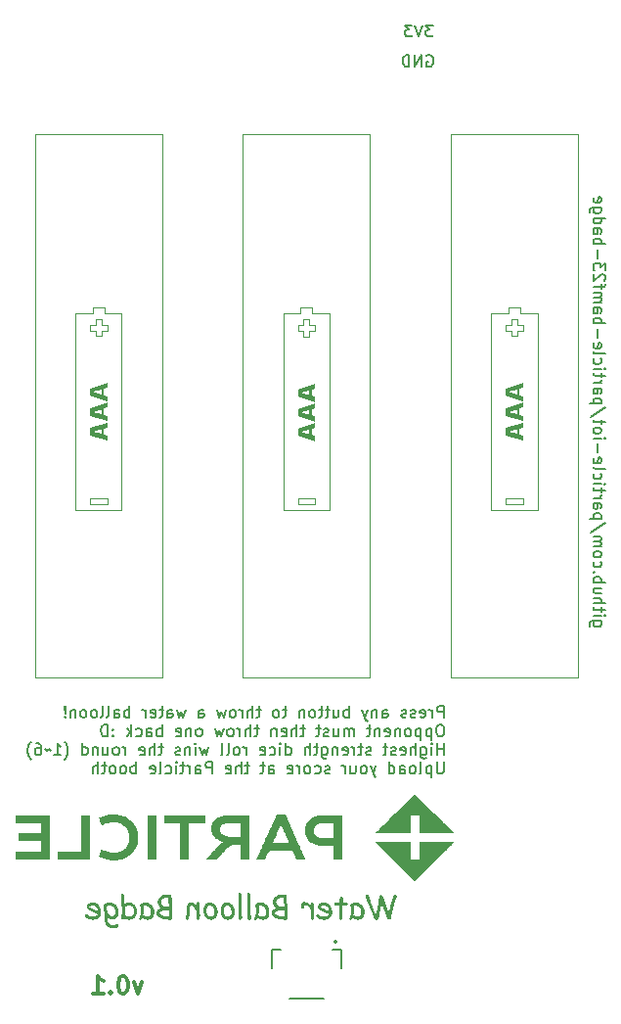
<source format=gbo>
G04 #@! TF.GenerationSoftware,KiCad,Pcbnew,7.0.7*
G04 #@! TF.CreationDate,2023-08-28T20:08:12-05:00*
G04 #@! TF.ProjectId,particle-bamf23-badge,70617274-6963-46c6-952d-62616d663233,v0.1*
G04 #@! TF.SameCoordinates,Original*
G04 #@! TF.FileFunction,Legend,Bot*
G04 #@! TF.FilePolarity,Positive*
%FSLAX46Y46*%
G04 Gerber Fmt 4.6, Leading zero omitted, Abs format (unit mm)*
G04 Created by KiCad (PCBNEW 7.0.7) date 2023-08-28 20:08:12*
%MOMM*%
%LPD*%
G01*
G04 APERTURE LIST*
%ADD10C,0.300000*%
%ADD11C,0.150000*%
%ADD12C,0.120000*%
%ADD13C,0.203200*%
G04 APERTURE END LIST*
D10*
X112758346Y-134310828D02*
X112401203Y-135310828D01*
X112401203Y-135310828D02*
X112044060Y-134310828D01*
X111186917Y-133810828D02*
X111044060Y-133810828D01*
X111044060Y-133810828D02*
X110901203Y-133882257D01*
X110901203Y-133882257D02*
X110829775Y-133953685D01*
X110829775Y-133953685D02*
X110758346Y-134096542D01*
X110758346Y-134096542D02*
X110686917Y-134382257D01*
X110686917Y-134382257D02*
X110686917Y-134739400D01*
X110686917Y-134739400D02*
X110758346Y-135025114D01*
X110758346Y-135025114D02*
X110829775Y-135167971D01*
X110829775Y-135167971D02*
X110901203Y-135239400D01*
X110901203Y-135239400D02*
X111044060Y-135310828D01*
X111044060Y-135310828D02*
X111186917Y-135310828D01*
X111186917Y-135310828D02*
X111329775Y-135239400D01*
X111329775Y-135239400D02*
X111401203Y-135167971D01*
X111401203Y-135167971D02*
X111472632Y-135025114D01*
X111472632Y-135025114D02*
X111544060Y-134739400D01*
X111544060Y-134739400D02*
X111544060Y-134382257D01*
X111544060Y-134382257D02*
X111472632Y-134096542D01*
X111472632Y-134096542D02*
X111401203Y-133953685D01*
X111401203Y-133953685D02*
X111329775Y-133882257D01*
X111329775Y-133882257D02*
X111186917Y-133810828D01*
X110044061Y-135167971D02*
X109972632Y-135239400D01*
X109972632Y-135239400D02*
X110044061Y-135310828D01*
X110044061Y-135310828D02*
X110115489Y-135239400D01*
X110115489Y-135239400D02*
X110044061Y-135167971D01*
X110044061Y-135167971D02*
X110044061Y-135310828D01*
X108544060Y-135310828D02*
X109401203Y-135310828D01*
X108972632Y-135310828D02*
X108972632Y-133810828D01*
X108972632Y-133810828D02*
X109115489Y-134025114D01*
X109115489Y-134025114D02*
X109258346Y-134167971D01*
X109258346Y-134167971D02*
X109401203Y-134239400D01*
D11*
X137409411Y-54187438D02*
X137504649Y-54139819D01*
X137504649Y-54139819D02*
X137647506Y-54139819D01*
X137647506Y-54139819D02*
X137790363Y-54187438D01*
X137790363Y-54187438D02*
X137885601Y-54282676D01*
X137885601Y-54282676D02*
X137933220Y-54377914D01*
X137933220Y-54377914D02*
X137980839Y-54568390D01*
X137980839Y-54568390D02*
X137980839Y-54711247D01*
X137980839Y-54711247D02*
X137933220Y-54901723D01*
X137933220Y-54901723D02*
X137885601Y-54996961D01*
X137885601Y-54996961D02*
X137790363Y-55092200D01*
X137790363Y-55092200D02*
X137647506Y-55139819D01*
X137647506Y-55139819D02*
X137552268Y-55139819D01*
X137552268Y-55139819D02*
X137409411Y-55092200D01*
X137409411Y-55092200D02*
X137361792Y-55044580D01*
X137361792Y-55044580D02*
X137361792Y-54711247D01*
X137361792Y-54711247D02*
X137552268Y-54711247D01*
X136933220Y-55139819D02*
X136933220Y-54139819D01*
X136933220Y-54139819D02*
X136361792Y-55139819D01*
X136361792Y-55139819D02*
X136361792Y-54139819D01*
X135885601Y-55139819D02*
X135885601Y-54139819D01*
X135885601Y-54139819D02*
X135647506Y-54139819D01*
X135647506Y-54139819D02*
X135504649Y-54187438D01*
X135504649Y-54187438D02*
X135409411Y-54282676D01*
X135409411Y-54282676D02*
X135361792Y-54377914D01*
X135361792Y-54377914D02*
X135314173Y-54568390D01*
X135314173Y-54568390D02*
X135314173Y-54711247D01*
X135314173Y-54711247D02*
X135361792Y-54901723D01*
X135361792Y-54901723D02*
X135409411Y-54996961D01*
X135409411Y-54996961D02*
X135504649Y-55092200D01*
X135504649Y-55092200D02*
X135647506Y-55139819D01*
X135647506Y-55139819D02*
X135885601Y-55139819D01*
X152511847Y-103095239D02*
X151702323Y-103095239D01*
X151702323Y-103095239D02*
X151607085Y-103142858D01*
X151607085Y-103142858D02*
X151559466Y-103190477D01*
X151559466Y-103190477D02*
X151511847Y-103285715D01*
X151511847Y-103285715D02*
X151511847Y-103428572D01*
X151511847Y-103428572D02*
X151559466Y-103523810D01*
X151892800Y-103095239D02*
X151845180Y-103190477D01*
X151845180Y-103190477D02*
X151845180Y-103380953D01*
X151845180Y-103380953D02*
X151892800Y-103476191D01*
X151892800Y-103476191D02*
X151940419Y-103523810D01*
X151940419Y-103523810D02*
X152035657Y-103571429D01*
X152035657Y-103571429D02*
X152321371Y-103571429D01*
X152321371Y-103571429D02*
X152416609Y-103523810D01*
X152416609Y-103523810D02*
X152464228Y-103476191D01*
X152464228Y-103476191D02*
X152511847Y-103380953D01*
X152511847Y-103380953D02*
X152511847Y-103190477D01*
X152511847Y-103190477D02*
X152464228Y-103095239D01*
X151845180Y-102619048D02*
X152511847Y-102619048D01*
X152845180Y-102619048D02*
X152797561Y-102666667D01*
X152797561Y-102666667D02*
X152749942Y-102619048D01*
X152749942Y-102619048D02*
X152797561Y-102571429D01*
X152797561Y-102571429D02*
X152845180Y-102619048D01*
X152845180Y-102619048D02*
X152749942Y-102619048D01*
X152511847Y-102285715D02*
X152511847Y-101904763D01*
X152845180Y-102142858D02*
X151988038Y-102142858D01*
X151988038Y-102142858D02*
X151892800Y-102095239D01*
X151892800Y-102095239D02*
X151845180Y-102000001D01*
X151845180Y-102000001D02*
X151845180Y-101904763D01*
X151845180Y-101571429D02*
X152845180Y-101571429D01*
X151845180Y-101142858D02*
X152368990Y-101142858D01*
X152368990Y-101142858D02*
X152464228Y-101190477D01*
X152464228Y-101190477D02*
X152511847Y-101285715D01*
X152511847Y-101285715D02*
X152511847Y-101428572D01*
X152511847Y-101428572D02*
X152464228Y-101523810D01*
X152464228Y-101523810D02*
X152416609Y-101571429D01*
X152511847Y-100238096D02*
X151845180Y-100238096D01*
X152511847Y-100666667D02*
X151988038Y-100666667D01*
X151988038Y-100666667D02*
X151892800Y-100619048D01*
X151892800Y-100619048D02*
X151845180Y-100523810D01*
X151845180Y-100523810D02*
X151845180Y-100380953D01*
X151845180Y-100380953D02*
X151892800Y-100285715D01*
X151892800Y-100285715D02*
X151940419Y-100238096D01*
X151845180Y-99761905D02*
X152845180Y-99761905D01*
X152464228Y-99761905D02*
X152511847Y-99666667D01*
X152511847Y-99666667D02*
X152511847Y-99476191D01*
X152511847Y-99476191D02*
X152464228Y-99380953D01*
X152464228Y-99380953D02*
X152416609Y-99333334D01*
X152416609Y-99333334D02*
X152321371Y-99285715D01*
X152321371Y-99285715D02*
X152035657Y-99285715D01*
X152035657Y-99285715D02*
X151940419Y-99333334D01*
X151940419Y-99333334D02*
X151892800Y-99380953D01*
X151892800Y-99380953D02*
X151845180Y-99476191D01*
X151845180Y-99476191D02*
X151845180Y-99666667D01*
X151845180Y-99666667D02*
X151892800Y-99761905D01*
X151940419Y-98857143D02*
X151892800Y-98809524D01*
X151892800Y-98809524D02*
X151845180Y-98857143D01*
X151845180Y-98857143D02*
X151892800Y-98904762D01*
X151892800Y-98904762D02*
X151940419Y-98857143D01*
X151940419Y-98857143D02*
X151845180Y-98857143D01*
X151892800Y-97952382D02*
X151845180Y-98047620D01*
X151845180Y-98047620D02*
X151845180Y-98238096D01*
X151845180Y-98238096D02*
X151892800Y-98333334D01*
X151892800Y-98333334D02*
X151940419Y-98380953D01*
X151940419Y-98380953D02*
X152035657Y-98428572D01*
X152035657Y-98428572D02*
X152321371Y-98428572D01*
X152321371Y-98428572D02*
X152416609Y-98380953D01*
X152416609Y-98380953D02*
X152464228Y-98333334D01*
X152464228Y-98333334D02*
X152511847Y-98238096D01*
X152511847Y-98238096D02*
X152511847Y-98047620D01*
X152511847Y-98047620D02*
X152464228Y-97952382D01*
X151845180Y-97380953D02*
X151892800Y-97476191D01*
X151892800Y-97476191D02*
X151940419Y-97523810D01*
X151940419Y-97523810D02*
X152035657Y-97571429D01*
X152035657Y-97571429D02*
X152321371Y-97571429D01*
X152321371Y-97571429D02*
X152416609Y-97523810D01*
X152416609Y-97523810D02*
X152464228Y-97476191D01*
X152464228Y-97476191D02*
X152511847Y-97380953D01*
X152511847Y-97380953D02*
X152511847Y-97238096D01*
X152511847Y-97238096D02*
X152464228Y-97142858D01*
X152464228Y-97142858D02*
X152416609Y-97095239D01*
X152416609Y-97095239D02*
X152321371Y-97047620D01*
X152321371Y-97047620D02*
X152035657Y-97047620D01*
X152035657Y-97047620D02*
X151940419Y-97095239D01*
X151940419Y-97095239D02*
X151892800Y-97142858D01*
X151892800Y-97142858D02*
X151845180Y-97238096D01*
X151845180Y-97238096D02*
X151845180Y-97380953D01*
X151845180Y-96619048D02*
X152511847Y-96619048D01*
X152416609Y-96619048D02*
X152464228Y-96571429D01*
X152464228Y-96571429D02*
X152511847Y-96476191D01*
X152511847Y-96476191D02*
X152511847Y-96333334D01*
X152511847Y-96333334D02*
X152464228Y-96238096D01*
X152464228Y-96238096D02*
X152368990Y-96190477D01*
X152368990Y-96190477D02*
X151845180Y-96190477D01*
X152368990Y-96190477D02*
X152464228Y-96142858D01*
X152464228Y-96142858D02*
X152511847Y-96047620D01*
X152511847Y-96047620D02*
X152511847Y-95904763D01*
X152511847Y-95904763D02*
X152464228Y-95809524D01*
X152464228Y-95809524D02*
X152368990Y-95761905D01*
X152368990Y-95761905D02*
X151845180Y-95761905D01*
X152892800Y-94571430D02*
X151607085Y-95428572D01*
X152511847Y-94238096D02*
X151511847Y-94238096D01*
X152464228Y-94238096D02*
X152511847Y-94142858D01*
X152511847Y-94142858D02*
X152511847Y-93952382D01*
X152511847Y-93952382D02*
X152464228Y-93857144D01*
X152464228Y-93857144D02*
X152416609Y-93809525D01*
X152416609Y-93809525D02*
X152321371Y-93761906D01*
X152321371Y-93761906D02*
X152035657Y-93761906D01*
X152035657Y-93761906D02*
X151940419Y-93809525D01*
X151940419Y-93809525D02*
X151892800Y-93857144D01*
X151892800Y-93857144D02*
X151845180Y-93952382D01*
X151845180Y-93952382D02*
X151845180Y-94142858D01*
X151845180Y-94142858D02*
X151892800Y-94238096D01*
X151845180Y-92904763D02*
X152368990Y-92904763D01*
X152368990Y-92904763D02*
X152464228Y-92952382D01*
X152464228Y-92952382D02*
X152511847Y-93047620D01*
X152511847Y-93047620D02*
X152511847Y-93238096D01*
X152511847Y-93238096D02*
X152464228Y-93333334D01*
X151892800Y-92904763D02*
X151845180Y-93000001D01*
X151845180Y-93000001D02*
X151845180Y-93238096D01*
X151845180Y-93238096D02*
X151892800Y-93333334D01*
X151892800Y-93333334D02*
X151988038Y-93380953D01*
X151988038Y-93380953D02*
X152083276Y-93380953D01*
X152083276Y-93380953D02*
X152178514Y-93333334D01*
X152178514Y-93333334D02*
X152226133Y-93238096D01*
X152226133Y-93238096D02*
X152226133Y-93000001D01*
X152226133Y-93000001D02*
X152273752Y-92904763D01*
X151845180Y-92428572D02*
X152511847Y-92428572D01*
X152321371Y-92428572D02*
X152416609Y-92380953D01*
X152416609Y-92380953D02*
X152464228Y-92333334D01*
X152464228Y-92333334D02*
X152511847Y-92238096D01*
X152511847Y-92238096D02*
X152511847Y-92142858D01*
X152511847Y-91952381D02*
X152511847Y-91571429D01*
X152845180Y-91809524D02*
X151988038Y-91809524D01*
X151988038Y-91809524D02*
X151892800Y-91761905D01*
X151892800Y-91761905D02*
X151845180Y-91666667D01*
X151845180Y-91666667D02*
X151845180Y-91571429D01*
X151845180Y-91238095D02*
X152511847Y-91238095D01*
X152845180Y-91238095D02*
X152797561Y-91285714D01*
X152797561Y-91285714D02*
X152749942Y-91238095D01*
X152749942Y-91238095D02*
X152797561Y-91190476D01*
X152797561Y-91190476D02*
X152845180Y-91238095D01*
X152845180Y-91238095D02*
X152749942Y-91238095D01*
X151892800Y-90333334D02*
X151845180Y-90428572D01*
X151845180Y-90428572D02*
X151845180Y-90619048D01*
X151845180Y-90619048D02*
X151892800Y-90714286D01*
X151892800Y-90714286D02*
X151940419Y-90761905D01*
X151940419Y-90761905D02*
X152035657Y-90809524D01*
X152035657Y-90809524D02*
X152321371Y-90809524D01*
X152321371Y-90809524D02*
X152416609Y-90761905D01*
X152416609Y-90761905D02*
X152464228Y-90714286D01*
X152464228Y-90714286D02*
X152511847Y-90619048D01*
X152511847Y-90619048D02*
X152511847Y-90428572D01*
X152511847Y-90428572D02*
X152464228Y-90333334D01*
X151845180Y-89761905D02*
X151892800Y-89857143D01*
X151892800Y-89857143D02*
X151988038Y-89904762D01*
X151988038Y-89904762D02*
X152845180Y-89904762D01*
X151892800Y-89000000D02*
X151845180Y-89095238D01*
X151845180Y-89095238D02*
X151845180Y-89285714D01*
X151845180Y-89285714D02*
X151892800Y-89380952D01*
X151892800Y-89380952D02*
X151988038Y-89428571D01*
X151988038Y-89428571D02*
X152368990Y-89428571D01*
X152368990Y-89428571D02*
X152464228Y-89380952D01*
X152464228Y-89380952D02*
X152511847Y-89285714D01*
X152511847Y-89285714D02*
X152511847Y-89095238D01*
X152511847Y-89095238D02*
X152464228Y-89000000D01*
X152464228Y-89000000D02*
X152368990Y-88952381D01*
X152368990Y-88952381D02*
X152273752Y-88952381D01*
X152273752Y-88952381D02*
X152178514Y-89428571D01*
X152226133Y-88523809D02*
X152226133Y-87761905D01*
X151845180Y-87285714D02*
X152511847Y-87285714D01*
X152845180Y-87285714D02*
X152797561Y-87333333D01*
X152797561Y-87333333D02*
X152749942Y-87285714D01*
X152749942Y-87285714D02*
X152797561Y-87238095D01*
X152797561Y-87238095D02*
X152845180Y-87285714D01*
X152845180Y-87285714D02*
X152749942Y-87285714D01*
X151845180Y-86666667D02*
X151892800Y-86761905D01*
X151892800Y-86761905D02*
X151940419Y-86809524D01*
X151940419Y-86809524D02*
X152035657Y-86857143D01*
X152035657Y-86857143D02*
X152321371Y-86857143D01*
X152321371Y-86857143D02*
X152416609Y-86809524D01*
X152416609Y-86809524D02*
X152464228Y-86761905D01*
X152464228Y-86761905D02*
X152511847Y-86666667D01*
X152511847Y-86666667D02*
X152511847Y-86523810D01*
X152511847Y-86523810D02*
X152464228Y-86428572D01*
X152464228Y-86428572D02*
X152416609Y-86380953D01*
X152416609Y-86380953D02*
X152321371Y-86333334D01*
X152321371Y-86333334D02*
X152035657Y-86333334D01*
X152035657Y-86333334D02*
X151940419Y-86380953D01*
X151940419Y-86380953D02*
X151892800Y-86428572D01*
X151892800Y-86428572D02*
X151845180Y-86523810D01*
X151845180Y-86523810D02*
X151845180Y-86666667D01*
X152511847Y-86047619D02*
X152511847Y-85666667D01*
X152845180Y-85904762D02*
X151988038Y-85904762D01*
X151988038Y-85904762D02*
X151892800Y-85857143D01*
X151892800Y-85857143D02*
X151845180Y-85761905D01*
X151845180Y-85761905D02*
X151845180Y-85666667D01*
X152892800Y-84619048D02*
X151607085Y-85476190D01*
X152511847Y-84285714D02*
X151511847Y-84285714D01*
X152464228Y-84285714D02*
X152511847Y-84190476D01*
X152511847Y-84190476D02*
X152511847Y-84000000D01*
X152511847Y-84000000D02*
X152464228Y-83904762D01*
X152464228Y-83904762D02*
X152416609Y-83857143D01*
X152416609Y-83857143D02*
X152321371Y-83809524D01*
X152321371Y-83809524D02*
X152035657Y-83809524D01*
X152035657Y-83809524D02*
X151940419Y-83857143D01*
X151940419Y-83857143D02*
X151892800Y-83904762D01*
X151892800Y-83904762D02*
X151845180Y-84000000D01*
X151845180Y-84000000D02*
X151845180Y-84190476D01*
X151845180Y-84190476D02*
X151892800Y-84285714D01*
X151845180Y-82952381D02*
X152368990Y-82952381D01*
X152368990Y-82952381D02*
X152464228Y-83000000D01*
X152464228Y-83000000D02*
X152511847Y-83095238D01*
X152511847Y-83095238D02*
X152511847Y-83285714D01*
X152511847Y-83285714D02*
X152464228Y-83380952D01*
X151892800Y-82952381D02*
X151845180Y-83047619D01*
X151845180Y-83047619D02*
X151845180Y-83285714D01*
X151845180Y-83285714D02*
X151892800Y-83380952D01*
X151892800Y-83380952D02*
X151988038Y-83428571D01*
X151988038Y-83428571D02*
X152083276Y-83428571D01*
X152083276Y-83428571D02*
X152178514Y-83380952D01*
X152178514Y-83380952D02*
X152226133Y-83285714D01*
X152226133Y-83285714D02*
X152226133Y-83047619D01*
X152226133Y-83047619D02*
X152273752Y-82952381D01*
X151845180Y-82476190D02*
X152511847Y-82476190D01*
X152321371Y-82476190D02*
X152416609Y-82428571D01*
X152416609Y-82428571D02*
X152464228Y-82380952D01*
X152464228Y-82380952D02*
X152511847Y-82285714D01*
X152511847Y-82285714D02*
X152511847Y-82190476D01*
X152511847Y-81999999D02*
X152511847Y-81619047D01*
X152845180Y-81857142D02*
X151988038Y-81857142D01*
X151988038Y-81857142D02*
X151892800Y-81809523D01*
X151892800Y-81809523D02*
X151845180Y-81714285D01*
X151845180Y-81714285D02*
X151845180Y-81619047D01*
X151845180Y-81285713D02*
X152511847Y-81285713D01*
X152845180Y-81285713D02*
X152797561Y-81333332D01*
X152797561Y-81333332D02*
X152749942Y-81285713D01*
X152749942Y-81285713D02*
X152797561Y-81238094D01*
X152797561Y-81238094D02*
X152845180Y-81285713D01*
X152845180Y-81285713D02*
X152749942Y-81285713D01*
X151892800Y-80380952D02*
X151845180Y-80476190D01*
X151845180Y-80476190D02*
X151845180Y-80666666D01*
X151845180Y-80666666D02*
X151892800Y-80761904D01*
X151892800Y-80761904D02*
X151940419Y-80809523D01*
X151940419Y-80809523D02*
X152035657Y-80857142D01*
X152035657Y-80857142D02*
X152321371Y-80857142D01*
X152321371Y-80857142D02*
X152416609Y-80809523D01*
X152416609Y-80809523D02*
X152464228Y-80761904D01*
X152464228Y-80761904D02*
X152511847Y-80666666D01*
X152511847Y-80666666D02*
X152511847Y-80476190D01*
X152511847Y-80476190D02*
X152464228Y-80380952D01*
X151845180Y-79809523D02*
X151892800Y-79904761D01*
X151892800Y-79904761D02*
X151988038Y-79952380D01*
X151988038Y-79952380D02*
X152845180Y-79952380D01*
X151892800Y-79047618D02*
X151845180Y-79142856D01*
X151845180Y-79142856D02*
X151845180Y-79333332D01*
X151845180Y-79333332D02*
X151892800Y-79428570D01*
X151892800Y-79428570D02*
X151988038Y-79476189D01*
X151988038Y-79476189D02*
X152368990Y-79476189D01*
X152368990Y-79476189D02*
X152464228Y-79428570D01*
X152464228Y-79428570D02*
X152511847Y-79333332D01*
X152511847Y-79333332D02*
X152511847Y-79142856D01*
X152511847Y-79142856D02*
X152464228Y-79047618D01*
X152464228Y-79047618D02*
X152368990Y-78999999D01*
X152368990Y-78999999D02*
X152273752Y-78999999D01*
X152273752Y-78999999D02*
X152178514Y-79476189D01*
X152226133Y-78571427D02*
X152226133Y-77809523D01*
X151845180Y-77333332D02*
X152845180Y-77333332D01*
X152464228Y-77333332D02*
X152511847Y-77238094D01*
X152511847Y-77238094D02*
X152511847Y-77047618D01*
X152511847Y-77047618D02*
X152464228Y-76952380D01*
X152464228Y-76952380D02*
X152416609Y-76904761D01*
X152416609Y-76904761D02*
X152321371Y-76857142D01*
X152321371Y-76857142D02*
X152035657Y-76857142D01*
X152035657Y-76857142D02*
X151940419Y-76904761D01*
X151940419Y-76904761D02*
X151892800Y-76952380D01*
X151892800Y-76952380D02*
X151845180Y-77047618D01*
X151845180Y-77047618D02*
X151845180Y-77238094D01*
X151845180Y-77238094D02*
X151892800Y-77333332D01*
X151845180Y-75999999D02*
X152368990Y-75999999D01*
X152368990Y-75999999D02*
X152464228Y-76047618D01*
X152464228Y-76047618D02*
X152511847Y-76142856D01*
X152511847Y-76142856D02*
X152511847Y-76333332D01*
X152511847Y-76333332D02*
X152464228Y-76428570D01*
X151892800Y-75999999D02*
X151845180Y-76095237D01*
X151845180Y-76095237D02*
X151845180Y-76333332D01*
X151845180Y-76333332D02*
X151892800Y-76428570D01*
X151892800Y-76428570D02*
X151988038Y-76476189D01*
X151988038Y-76476189D02*
X152083276Y-76476189D01*
X152083276Y-76476189D02*
X152178514Y-76428570D01*
X152178514Y-76428570D02*
X152226133Y-76333332D01*
X152226133Y-76333332D02*
X152226133Y-76095237D01*
X152226133Y-76095237D02*
X152273752Y-75999999D01*
X151845180Y-75523808D02*
X152511847Y-75523808D01*
X152416609Y-75523808D02*
X152464228Y-75476189D01*
X152464228Y-75476189D02*
X152511847Y-75380951D01*
X152511847Y-75380951D02*
X152511847Y-75238094D01*
X152511847Y-75238094D02*
X152464228Y-75142856D01*
X152464228Y-75142856D02*
X152368990Y-75095237D01*
X152368990Y-75095237D02*
X151845180Y-75095237D01*
X152368990Y-75095237D02*
X152464228Y-75047618D01*
X152464228Y-75047618D02*
X152511847Y-74952380D01*
X152511847Y-74952380D02*
X152511847Y-74809523D01*
X152511847Y-74809523D02*
X152464228Y-74714284D01*
X152464228Y-74714284D02*
X152368990Y-74666665D01*
X152368990Y-74666665D02*
X151845180Y-74666665D01*
X152511847Y-74333332D02*
X152511847Y-73952380D01*
X151845180Y-74190475D02*
X152702323Y-74190475D01*
X152702323Y-74190475D02*
X152797561Y-74142856D01*
X152797561Y-74142856D02*
X152845180Y-74047618D01*
X152845180Y-74047618D02*
X152845180Y-73952380D01*
X152749942Y-73666665D02*
X152797561Y-73619046D01*
X152797561Y-73619046D02*
X152845180Y-73523808D01*
X152845180Y-73523808D02*
X152845180Y-73285713D01*
X152845180Y-73285713D02*
X152797561Y-73190475D01*
X152797561Y-73190475D02*
X152749942Y-73142856D01*
X152749942Y-73142856D02*
X152654704Y-73095237D01*
X152654704Y-73095237D02*
X152559466Y-73095237D01*
X152559466Y-73095237D02*
X152416609Y-73142856D01*
X152416609Y-73142856D02*
X151845180Y-73714284D01*
X151845180Y-73714284D02*
X151845180Y-73095237D01*
X152845180Y-72761903D02*
X152845180Y-72142856D01*
X152845180Y-72142856D02*
X152464228Y-72476189D01*
X152464228Y-72476189D02*
X152464228Y-72333332D01*
X152464228Y-72333332D02*
X152416609Y-72238094D01*
X152416609Y-72238094D02*
X152368990Y-72190475D01*
X152368990Y-72190475D02*
X152273752Y-72142856D01*
X152273752Y-72142856D02*
X152035657Y-72142856D01*
X152035657Y-72142856D02*
X151940419Y-72190475D01*
X151940419Y-72190475D02*
X151892800Y-72238094D01*
X151892800Y-72238094D02*
X151845180Y-72333332D01*
X151845180Y-72333332D02*
X151845180Y-72619046D01*
X151845180Y-72619046D02*
X151892800Y-72714284D01*
X151892800Y-72714284D02*
X151940419Y-72761903D01*
X152226133Y-71714284D02*
X152226133Y-70952380D01*
X151845180Y-70476189D02*
X152845180Y-70476189D01*
X152464228Y-70476189D02*
X152511847Y-70380951D01*
X152511847Y-70380951D02*
X152511847Y-70190475D01*
X152511847Y-70190475D02*
X152464228Y-70095237D01*
X152464228Y-70095237D02*
X152416609Y-70047618D01*
X152416609Y-70047618D02*
X152321371Y-69999999D01*
X152321371Y-69999999D02*
X152035657Y-69999999D01*
X152035657Y-69999999D02*
X151940419Y-70047618D01*
X151940419Y-70047618D02*
X151892800Y-70095237D01*
X151892800Y-70095237D02*
X151845180Y-70190475D01*
X151845180Y-70190475D02*
X151845180Y-70380951D01*
X151845180Y-70380951D02*
X151892800Y-70476189D01*
X151845180Y-69142856D02*
X152368990Y-69142856D01*
X152368990Y-69142856D02*
X152464228Y-69190475D01*
X152464228Y-69190475D02*
X152511847Y-69285713D01*
X152511847Y-69285713D02*
X152511847Y-69476189D01*
X152511847Y-69476189D02*
X152464228Y-69571427D01*
X151892800Y-69142856D02*
X151845180Y-69238094D01*
X151845180Y-69238094D02*
X151845180Y-69476189D01*
X151845180Y-69476189D02*
X151892800Y-69571427D01*
X151892800Y-69571427D02*
X151988038Y-69619046D01*
X151988038Y-69619046D02*
X152083276Y-69619046D01*
X152083276Y-69619046D02*
X152178514Y-69571427D01*
X152178514Y-69571427D02*
X152226133Y-69476189D01*
X152226133Y-69476189D02*
X152226133Y-69238094D01*
X152226133Y-69238094D02*
X152273752Y-69142856D01*
X151845180Y-68238094D02*
X152845180Y-68238094D01*
X151892800Y-68238094D02*
X151845180Y-68333332D01*
X151845180Y-68333332D02*
X151845180Y-68523808D01*
X151845180Y-68523808D02*
X151892800Y-68619046D01*
X151892800Y-68619046D02*
X151940419Y-68666665D01*
X151940419Y-68666665D02*
X152035657Y-68714284D01*
X152035657Y-68714284D02*
X152321371Y-68714284D01*
X152321371Y-68714284D02*
X152416609Y-68666665D01*
X152416609Y-68666665D02*
X152464228Y-68619046D01*
X152464228Y-68619046D02*
X152511847Y-68523808D01*
X152511847Y-68523808D02*
X152511847Y-68333332D01*
X152511847Y-68333332D02*
X152464228Y-68238094D01*
X152511847Y-67333332D02*
X151702323Y-67333332D01*
X151702323Y-67333332D02*
X151607085Y-67380951D01*
X151607085Y-67380951D02*
X151559466Y-67428570D01*
X151559466Y-67428570D02*
X151511847Y-67523808D01*
X151511847Y-67523808D02*
X151511847Y-67666665D01*
X151511847Y-67666665D02*
X151559466Y-67761903D01*
X151892800Y-67333332D02*
X151845180Y-67428570D01*
X151845180Y-67428570D02*
X151845180Y-67619046D01*
X151845180Y-67619046D02*
X151892800Y-67714284D01*
X151892800Y-67714284D02*
X151940419Y-67761903D01*
X151940419Y-67761903D02*
X152035657Y-67809522D01*
X152035657Y-67809522D02*
X152321371Y-67809522D01*
X152321371Y-67809522D02*
X152416609Y-67761903D01*
X152416609Y-67761903D02*
X152464228Y-67714284D01*
X152464228Y-67714284D02*
X152511847Y-67619046D01*
X152511847Y-67619046D02*
X152511847Y-67428570D01*
X152511847Y-67428570D02*
X152464228Y-67333332D01*
X151892800Y-66476189D02*
X151845180Y-66571427D01*
X151845180Y-66571427D02*
X151845180Y-66761903D01*
X151845180Y-66761903D02*
X151892800Y-66857141D01*
X151892800Y-66857141D02*
X151988038Y-66904760D01*
X151988038Y-66904760D02*
X152368990Y-66904760D01*
X152368990Y-66904760D02*
X152464228Y-66857141D01*
X152464228Y-66857141D02*
X152511847Y-66761903D01*
X152511847Y-66761903D02*
X152511847Y-66571427D01*
X152511847Y-66571427D02*
X152464228Y-66476189D01*
X152464228Y-66476189D02*
X152368990Y-66428570D01*
X152368990Y-66428570D02*
X152273752Y-66428570D01*
X152273752Y-66428570D02*
X152178514Y-66904760D01*
X137948458Y-51539819D02*
X137329411Y-51539819D01*
X137329411Y-51539819D02*
X137662744Y-51920771D01*
X137662744Y-51920771D02*
X137519887Y-51920771D01*
X137519887Y-51920771D02*
X137424649Y-51968390D01*
X137424649Y-51968390D02*
X137377030Y-52016009D01*
X137377030Y-52016009D02*
X137329411Y-52111247D01*
X137329411Y-52111247D02*
X137329411Y-52349342D01*
X137329411Y-52349342D02*
X137377030Y-52444580D01*
X137377030Y-52444580D02*
X137424649Y-52492200D01*
X137424649Y-52492200D02*
X137519887Y-52539819D01*
X137519887Y-52539819D02*
X137805601Y-52539819D01*
X137805601Y-52539819D02*
X137900839Y-52492200D01*
X137900839Y-52492200D02*
X137948458Y-52444580D01*
X137043696Y-51539819D02*
X136710363Y-52539819D01*
X136710363Y-52539819D02*
X136377030Y-51539819D01*
X136138934Y-51539819D02*
X135519887Y-51539819D01*
X135519887Y-51539819D02*
X135853220Y-51920771D01*
X135853220Y-51920771D02*
X135710363Y-51920771D01*
X135710363Y-51920771D02*
X135615125Y-51968390D01*
X135615125Y-51968390D02*
X135567506Y-52016009D01*
X135567506Y-52016009D02*
X135519887Y-52111247D01*
X135519887Y-52111247D02*
X135519887Y-52349342D01*
X135519887Y-52349342D02*
X135567506Y-52444580D01*
X135567506Y-52444580D02*
X135615125Y-52492200D01*
X135615125Y-52492200D02*
X135710363Y-52539819D01*
X135710363Y-52539819D02*
X135996077Y-52539819D01*
X135996077Y-52539819D02*
X136091315Y-52492200D01*
X136091315Y-52492200D02*
X136138934Y-52444580D01*
X138863220Y-111439819D02*
X138863220Y-110439819D01*
X138863220Y-110439819D02*
X138482268Y-110439819D01*
X138482268Y-110439819D02*
X138387030Y-110487438D01*
X138387030Y-110487438D02*
X138339411Y-110535057D01*
X138339411Y-110535057D02*
X138291792Y-110630295D01*
X138291792Y-110630295D02*
X138291792Y-110773152D01*
X138291792Y-110773152D02*
X138339411Y-110868390D01*
X138339411Y-110868390D02*
X138387030Y-110916009D01*
X138387030Y-110916009D02*
X138482268Y-110963628D01*
X138482268Y-110963628D02*
X138863220Y-110963628D01*
X137863220Y-111439819D02*
X137863220Y-110773152D01*
X137863220Y-110963628D02*
X137815601Y-110868390D01*
X137815601Y-110868390D02*
X137767982Y-110820771D01*
X137767982Y-110820771D02*
X137672744Y-110773152D01*
X137672744Y-110773152D02*
X137577506Y-110773152D01*
X136863220Y-111392200D02*
X136958458Y-111439819D01*
X136958458Y-111439819D02*
X137148934Y-111439819D01*
X137148934Y-111439819D02*
X137244172Y-111392200D01*
X137244172Y-111392200D02*
X137291791Y-111296961D01*
X137291791Y-111296961D02*
X137291791Y-110916009D01*
X137291791Y-110916009D02*
X137244172Y-110820771D01*
X137244172Y-110820771D02*
X137148934Y-110773152D01*
X137148934Y-110773152D02*
X136958458Y-110773152D01*
X136958458Y-110773152D02*
X136863220Y-110820771D01*
X136863220Y-110820771D02*
X136815601Y-110916009D01*
X136815601Y-110916009D02*
X136815601Y-111011247D01*
X136815601Y-111011247D02*
X137291791Y-111106485D01*
X136434648Y-111392200D02*
X136339410Y-111439819D01*
X136339410Y-111439819D02*
X136148934Y-111439819D01*
X136148934Y-111439819D02*
X136053696Y-111392200D01*
X136053696Y-111392200D02*
X136006077Y-111296961D01*
X136006077Y-111296961D02*
X136006077Y-111249342D01*
X136006077Y-111249342D02*
X136053696Y-111154104D01*
X136053696Y-111154104D02*
X136148934Y-111106485D01*
X136148934Y-111106485D02*
X136291791Y-111106485D01*
X136291791Y-111106485D02*
X136387029Y-111058866D01*
X136387029Y-111058866D02*
X136434648Y-110963628D01*
X136434648Y-110963628D02*
X136434648Y-110916009D01*
X136434648Y-110916009D02*
X136387029Y-110820771D01*
X136387029Y-110820771D02*
X136291791Y-110773152D01*
X136291791Y-110773152D02*
X136148934Y-110773152D01*
X136148934Y-110773152D02*
X136053696Y-110820771D01*
X135625124Y-111392200D02*
X135529886Y-111439819D01*
X135529886Y-111439819D02*
X135339410Y-111439819D01*
X135339410Y-111439819D02*
X135244172Y-111392200D01*
X135244172Y-111392200D02*
X135196553Y-111296961D01*
X135196553Y-111296961D02*
X135196553Y-111249342D01*
X135196553Y-111249342D02*
X135244172Y-111154104D01*
X135244172Y-111154104D02*
X135339410Y-111106485D01*
X135339410Y-111106485D02*
X135482267Y-111106485D01*
X135482267Y-111106485D02*
X135577505Y-111058866D01*
X135577505Y-111058866D02*
X135625124Y-110963628D01*
X135625124Y-110963628D02*
X135625124Y-110916009D01*
X135625124Y-110916009D02*
X135577505Y-110820771D01*
X135577505Y-110820771D02*
X135482267Y-110773152D01*
X135482267Y-110773152D02*
X135339410Y-110773152D01*
X135339410Y-110773152D02*
X135244172Y-110820771D01*
X133577505Y-111439819D02*
X133577505Y-110916009D01*
X133577505Y-110916009D02*
X133625124Y-110820771D01*
X133625124Y-110820771D02*
X133720362Y-110773152D01*
X133720362Y-110773152D02*
X133910838Y-110773152D01*
X133910838Y-110773152D02*
X134006076Y-110820771D01*
X133577505Y-111392200D02*
X133672743Y-111439819D01*
X133672743Y-111439819D02*
X133910838Y-111439819D01*
X133910838Y-111439819D02*
X134006076Y-111392200D01*
X134006076Y-111392200D02*
X134053695Y-111296961D01*
X134053695Y-111296961D02*
X134053695Y-111201723D01*
X134053695Y-111201723D02*
X134006076Y-111106485D01*
X134006076Y-111106485D02*
X133910838Y-111058866D01*
X133910838Y-111058866D02*
X133672743Y-111058866D01*
X133672743Y-111058866D02*
X133577505Y-111011247D01*
X133101314Y-110773152D02*
X133101314Y-111439819D01*
X133101314Y-110868390D02*
X133053695Y-110820771D01*
X133053695Y-110820771D02*
X132958457Y-110773152D01*
X132958457Y-110773152D02*
X132815600Y-110773152D01*
X132815600Y-110773152D02*
X132720362Y-110820771D01*
X132720362Y-110820771D02*
X132672743Y-110916009D01*
X132672743Y-110916009D02*
X132672743Y-111439819D01*
X132291790Y-110773152D02*
X132053695Y-111439819D01*
X131815600Y-110773152D02*
X132053695Y-111439819D01*
X132053695Y-111439819D02*
X132148933Y-111677914D01*
X132148933Y-111677914D02*
X132196552Y-111725533D01*
X132196552Y-111725533D02*
X132291790Y-111773152D01*
X130672742Y-111439819D02*
X130672742Y-110439819D01*
X130672742Y-110820771D02*
X130577504Y-110773152D01*
X130577504Y-110773152D02*
X130387028Y-110773152D01*
X130387028Y-110773152D02*
X130291790Y-110820771D01*
X130291790Y-110820771D02*
X130244171Y-110868390D01*
X130244171Y-110868390D02*
X130196552Y-110963628D01*
X130196552Y-110963628D02*
X130196552Y-111249342D01*
X130196552Y-111249342D02*
X130244171Y-111344580D01*
X130244171Y-111344580D02*
X130291790Y-111392200D01*
X130291790Y-111392200D02*
X130387028Y-111439819D01*
X130387028Y-111439819D02*
X130577504Y-111439819D01*
X130577504Y-111439819D02*
X130672742Y-111392200D01*
X129339409Y-110773152D02*
X129339409Y-111439819D01*
X129767980Y-110773152D02*
X129767980Y-111296961D01*
X129767980Y-111296961D02*
X129720361Y-111392200D01*
X129720361Y-111392200D02*
X129625123Y-111439819D01*
X129625123Y-111439819D02*
X129482266Y-111439819D01*
X129482266Y-111439819D02*
X129387028Y-111392200D01*
X129387028Y-111392200D02*
X129339409Y-111344580D01*
X129006075Y-110773152D02*
X128625123Y-110773152D01*
X128863218Y-110439819D02*
X128863218Y-111296961D01*
X128863218Y-111296961D02*
X128815599Y-111392200D01*
X128815599Y-111392200D02*
X128720361Y-111439819D01*
X128720361Y-111439819D02*
X128625123Y-111439819D01*
X128434646Y-110773152D02*
X128053694Y-110773152D01*
X128291789Y-110439819D02*
X128291789Y-111296961D01*
X128291789Y-111296961D02*
X128244170Y-111392200D01*
X128244170Y-111392200D02*
X128148932Y-111439819D01*
X128148932Y-111439819D02*
X128053694Y-111439819D01*
X127577503Y-111439819D02*
X127672741Y-111392200D01*
X127672741Y-111392200D02*
X127720360Y-111344580D01*
X127720360Y-111344580D02*
X127767979Y-111249342D01*
X127767979Y-111249342D02*
X127767979Y-110963628D01*
X127767979Y-110963628D02*
X127720360Y-110868390D01*
X127720360Y-110868390D02*
X127672741Y-110820771D01*
X127672741Y-110820771D02*
X127577503Y-110773152D01*
X127577503Y-110773152D02*
X127434646Y-110773152D01*
X127434646Y-110773152D02*
X127339408Y-110820771D01*
X127339408Y-110820771D02*
X127291789Y-110868390D01*
X127291789Y-110868390D02*
X127244170Y-110963628D01*
X127244170Y-110963628D02*
X127244170Y-111249342D01*
X127244170Y-111249342D02*
X127291789Y-111344580D01*
X127291789Y-111344580D02*
X127339408Y-111392200D01*
X127339408Y-111392200D02*
X127434646Y-111439819D01*
X127434646Y-111439819D02*
X127577503Y-111439819D01*
X126815598Y-110773152D02*
X126815598Y-111439819D01*
X126815598Y-110868390D02*
X126767979Y-110820771D01*
X126767979Y-110820771D02*
X126672741Y-110773152D01*
X126672741Y-110773152D02*
X126529884Y-110773152D01*
X126529884Y-110773152D02*
X126434646Y-110820771D01*
X126434646Y-110820771D02*
X126387027Y-110916009D01*
X126387027Y-110916009D02*
X126387027Y-111439819D01*
X125291788Y-110773152D02*
X124910836Y-110773152D01*
X125148931Y-110439819D02*
X125148931Y-111296961D01*
X125148931Y-111296961D02*
X125101312Y-111392200D01*
X125101312Y-111392200D02*
X125006074Y-111439819D01*
X125006074Y-111439819D02*
X124910836Y-111439819D01*
X124434645Y-111439819D02*
X124529883Y-111392200D01*
X124529883Y-111392200D02*
X124577502Y-111344580D01*
X124577502Y-111344580D02*
X124625121Y-111249342D01*
X124625121Y-111249342D02*
X124625121Y-110963628D01*
X124625121Y-110963628D02*
X124577502Y-110868390D01*
X124577502Y-110868390D02*
X124529883Y-110820771D01*
X124529883Y-110820771D02*
X124434645Y-110773152D01*
X124434645Y-110773152D02*
X124291788Y-110773152D01*
X124291788Y-110773152D02*
X124196550Y-110820771D01*
X124196550Y-110820771D02*
X124148931Y-110868390D01*
X124148931Y-110868390D02*
X124101312Y-110963628D01*
X124101312Y-110963628D02*
X124101312Y-111249342D01*
X124101312Y-111249342D02*
X124148931Y-111344580D01*
X124148931Y-111344580D02*
X124196550Y-111392200D01*
X124196550Y-111392200D02*
X124291788Y-111439819D01*
X124291788Y-111439819D02*
X124434645Y-111439819D01*
X123053692Y-110773152D02*
X122672740Y-110773152D01*
X122910835Y-110439819D02*
X122910835Y-111296961D01*
X122910835Y-111296961D02*
X122863216Y-111392200D01*
X122863216Y-111392200D02*
X122767978Y-111439819D01*
X122767978Y-111439819D02*
X122672740Y-111439819D01*
X122339406Y-111439819D02*
X122339406Y-110439819D01*
X121910835Y-111439819D02*
X121910835Y-110916009D01*
X121910835Y-110916009D02*
X121958454Y-110820771D01*
X121958454Y-110820771D02*
X122053692Y-110773152D01*
X122053692Y-110773152D02*
X122196549Y-110773152D01*
X122196549Y-110773152D02*
X122291787Y-110820771D01*
X122291787Y-110820771D02*
X122339406Y-110868390D01*
X121434644Y-111439819D02*
X121434644Y-110773152D01*
X121434644Y-110963628D02*
X121387025Y-110868390D01*
X121387025Y-110868390D02*
X121339406Y-110820771D01*
X121339406Y-110820771D02*
X121244168Y-110773152D01*
X121244168Y-110773152D02*
X121148930Y-110773152D01*
X120672739Y-111439819D02*
X120767977Y-111392200D01*
X120767977Y-111392200D02*
X120815596Y-111344580D01*
X120815596Y-111344580D02*
X120863215Y-111249342D01*
X120863215Y-111249342D02*
X120863215Y-110963628D01*
X120863215Y-110963628D02*
X120815596Y-110868390D01*
X120815596Y-110868390D02*
X120767977Y-110820771D01*
X120767977Y-110820771D02*
X120672739Y-110773152D01*
X120672739Y-110773152D02*
X120529882Y-110773152D01*
X120529882Y-110773152D02*
X120434644Y-110820771D01*
X120434644Y-110820771D02*
X120387025Y-110868390D01*
X120387025Y-110868390D02*
X120339406Y-110963628D01*
X120339406Y-110963628D02*
X120339406Y-111249342D01*
X120339406Y-111249342D02*
X120387025Y-111344580D01*
X120387025Y-111344580D02*
X120434644Y-111392200D01*
X120434644Y-111392200D02*
X120529882Y-111439819D01*
X120529882Y-111439819D02*
X120672739Y-111439819D01*
X120006072Y-110773152D02*
X119815596Y-111439819D01*
X119815596Y-111439819D02*
X119625120Y-110963628D01*
X119625120Y-110963628D02*
X119434644Y-111439819D01*
X119434644Y-111439819D02*
X119244168Y-110773152D01*
X117672739Y-111439819D02*
X117672739Y-110916009D01*
X117672739Y-110916009D02*
X117720358Y-110820771D01*
X117720358Y-110820771D02*
X117815596Y-110773152D01*
X117815596Y-110773152D02*
X118006072Y-110773152D01*
X118006072Y-110773152D02*
X118101310Y-110820771D01*
X117672739Y-111392200D02*
X117767977Y-111439819D01*
X117767977Y-111439819D02*
X118006072Y-111439819D01*
X118006072Y-111439819D02*
X118101310Y-111392200D01*
X118101310Y-111392200D02*
X118148929Y-111296961D01*
X118148929Y-111296961D02*
X118148929Y-111201723D01*
X118148929Y-111201723D02*
X118101310Y-111106485D01*
X118101310Y-111106485D02*
X118006072Y-111058866D01*
X118006072Y-111058866D02*
X117767977Y-111058866D01*
X117767977Y-111058866D02*
X117672739Y-111011247D01*
X116529881Y-110773152D02*
X116339405Y-111439819D01*
X116339405Y-111439819D02*
X116148929Y-110963628D01*
X116148929Y-110963628D02*
X115958453Y-111439819D01*
X115958453Y-111439819D02*
X115767977Y-110773152D01*
X114958453Y-111439819D02*
X114958453Y-110916009D01*
X114958453Y-110916009D02*
X115006072Y-110820771D01*
X115006072Y-110820771D02*
X115101310Y-110773152D01*
X115101310Y-110773152D02*
X115291786Y-110773152D01*
X115291786Y-110773152D02*
X115387024Y-110820771D01*
X114958453Y-111392200D02*
X115053691Y-111439819D01*
X115053691Y-111439819D02*
X115291786Y-111439819D01*
X115291786Y-111439819D02*
X115387024Y-111392200D01*
X115387024Y-111392200D02*
X115434643Y-111296961D01*
X115434643Y-111296961D02*
X115434643Y-111201723D01*
X115434643Y-111201723D02*
X115387024Y-111106485D01*
X115387024Y-111106485D02*
X115291786Y-111058866D01*
X115291786Y-111058866D02*
X115053691Y-111058866D01*
X115053691Y-111058866D02*
X114958453Y-111011247D01*
X114625119Y-110773152D02*
X114244167Y-110773152D01*
X114482262Y-110439819D02*
X114482262Y-111296961D01*
X114482262Y-111296961D02*
X114434643Y-111392200D01*
X114434643Y-111392200D02*
X114339405Y-111439819D01*
X114339405Y-111439819D02*
X114244167Y-111439819D01*
X113529881Y-111392200D02*
X113625119Y-111439819D01*
X113625119Y-111439819D02*
X113815595Y-111439819D01*
X113815595Y-111439819D02*
X113910833Y-111392200D01*
X113910833Y-111392200D02*
X113958452Y-111296961D01*
X113958452Y-111296961D02*
X113958452Y-110916009D01*
X113958452Y-110916009D02*
X113910833Y-110820771D01*
X113910833Y-110820771D02*
X113815595Y-110773152D01*
X113815595Y-110773152D02*
X113625119Y-110773152D01*
X113625119Y-110773152D02*
X113529881Y-110820771D01*
X113529881Y-110820771D02*
X113482262Y-110916009D01*
X113482262Y-110916009D02*
X113482262Y-111011247D01*
X113482262Y-111011247D02*
X113958452Y-111106485D01*
X113053690Y-111439819D02*
X113053690Y-110773152D01*
X113053690Y-110963628D02*
X113006071Y-110868390D01*
X113006071Y-110868390D02*
X112958452Y-110820771D01*
X112958452Y-110820771D02*
X112863214Y-110773152D01*
X112863214Y-110773152D02*
X112767976Y-110773152D01*
X111672737Y-111439819D02*
X111672737Y-110439819D01*
X111672737Y-110820771D02*
X111577499Y-110773152D01*
X111577499Y-110773152D02*
X111387023Y-110773152D01*
X111387023Y-110773152D02*
X111291785Y-110820771D01*
X111291785Y-110820771D02*
X111244166Y-110868390D01*
X111244166Y-110868390D02*
X111196547Y-110963628D01*
X111196547Y-110963628D02*
X111196547Y-111249342D01*
X111196547Y-111249342D02*
X111244166Y-111344580D01*
X111244166Y-111344580D02*
X111291785Y-111392200D01*
X111291785Y-111392200D02*
X111387023Y-111439819D01*
X111387023Y-111439819D02*
X111577499Y-111439819D01*
X111577499Y-111439819D02*
X111672737Y-111392200D01*
X110339404Y-111439819D02*
X110339404Y-110916009D01*
X110339404Y-110916009D02*
X110387023Y-110820771D01*
X110387023Y-110820771D02*
X110482261Y-110773152D01*
X110482261Y-110773152D02*
X110672737Y-110773152D01*
X110672737Y-110773152D02*
X110767975Y-110820771D01*
X110339404Y-111392200D02*
X110434642Y-111439819D01*
X110434642Y-111439819D02*
X110672737Y-111439819D01*
X110672737Y-111439819D02*
X110767975Y-111392200D01*
X110767975Y-111392200D02*
X110815594Y-111296961D01*
X110815594Y-111296961D02*
X110815594Y-111201723D01*
X110815594Y-111201723D02*
X110767975Y-111106485D01*
X110767975Y-111106485D02*
X110672737Y-111058866D01*
X110672737Y-111058866D02*
X110434642Y-111058866D01*
X110434642Y-111058866D02*
X110339404Y-111011247D01*
X109720356Y-111439819D02*
X109815594Y-111392200D01*
X109815594Y-111392200D02*
X109863213Y-111296961D01*
X109863213Y-111296961D02*
X109863213Y-110439819D01*
X109196546Y-111439819D02*
X109291784Y-111392200D01*
X109291784Y-111392200D02*
X109339403Y-111296961D01*
X109339403Y-111296961D02*
X109339403Y-110439819D01*
X108672736Y-111439819D02*
X108767974Y-111392200D01*
X108767974Y-111392200D02*
X108815593Y-111344580D01*
X108815593Y-111344580D02*
X108863212Y-111249342D01*
X108863212Y-111249342D02*
X108863212Y-110963628D01*
X108863212Y-110963628D02*
X108815593Y-110868390D01*
X108815593Y-110868390D02*
X108767974Y-110820771D01*
X108767974Y-110820771D02*
X108672736Y-110773152D01*
X108672736Y-110773152D02*
X108529879Y-110773152D01*
X108529879Y-110773152D02*
X108434641Y-110820771D01*
X108434641Y-110820771D02*
X108387022Y-110868390D01*
X108387022Y-110868390D02*
X108339403Y-110963628D01*
X108339403Y-110963628D02*
X108339403Y-111249342D01*
X108339403Y-111249342D02*
X108387022Y-111344580D01*
X108387022Y-111344580D02*
X108434641Y-111392200D01*
X108434641Y-111392200D02*
X108529879Y-111439819D01*
X108529879Y-111439819D02*
X108672736Y-111439819D01*
X107767974Y-111439819D02*
X107863212Y-111392200D01*
X107863212Y-111392200D02*
X107910831Y-111344580D01*
X107910831Y-111344580D02*
X107958450Y-111249342D01*
X107958450Y-111249342D02*
X107958450Y-110963628D01*
X107958450Y-110963628D02*
X107910831Y-110868390D01*
X107910831Y-110868390D02*
X107863212Y-110820771D01*
X107863212Y-110820771D02*
X107767974Y-110773152D01*
X107767974Y-110773152D02*
X107625117Y-110773152D01*
X107625117Y-110773152D02*
X107529879Y-110820771D01*
X107529879Y-110820771D02*
X107482260Y-110868390D01*
X107482260Y-110868390D02*
X107434641Y-110963628D01*
X107434641Y-110963628D02*
X107434641Y-111249342D01*
X107434641Y-111249342D02*
X107482260Y-111344580D01*
X107482260Y-111344580D02*
X107529879Y-111392200D01*
X107529879Y-111392200D02*
X107625117Y-111439819D01*
X107625117Y-111439819D02*
X107767974Y-111439819D01*
X107006069Y-110773152D02*
X107006069Y-111439819D01*
X107006069Y-110868390D02*
X106958450Y-110820771D01*
X106958450Y-110820771D02*
X106863212Y-110773152D01*
X106863212Y-110773152D02*
X106720355Y-110773152D01*
X106720355Y-110773152D02*
X106625117Y-110820771D01*
X106625117Y-110820771D02*
X106577498Y-110916009D01*
X106577498Y-110916009D02*
X106577498Y-111439819D01*
X106101307Y-111344580D02*
X106053688Y-111392200D01*
X106053688Y-111392200D02*
X106101307Y-111439819D01*
X106101307Y-111439819D02*
X106148926Y-111392200D01*
X106148926Y-111392200D02*
X106101307Y-111344580D01*
X106101307Y-111344580D02*
X106101307Y-111439819D01*
X106101307Y-111058866D02*
X106148926Y-110487438D01*
X106148926Y-110487438D02*
X106101307Y-110439819D01*
X106101307Y-110439819D02*
X106053688Y-110487438D01*
X106053688Y-110487438D02*
X106101307Y-111058866D01*
X106101307Y-111058866D02*
X106101307Y-110439819D01*
X138672744Y-112049819D02*
X138482268Y-112049819D01*
X138482268Y-112049819D02*
X138387030Y-112097438D01*
X138387030Y-112097438D02*
X138291792Y-112192676D01*
X138291792Y-112192676D02*
X138244173Y-112383152D01*
X138244173Y-112383152D02*
X138244173Y-112716485D01*
X138244173Y-112716485D02*
X138291792Y-112906961D01*
X138291792Y-112906961D02*
X138387030Y-113002200D01*
X138387030Y-113002200D02*
X138482268Y-113049819D01*
X138482268Y-113049819D02*
X138672744Y-113049819D01*
X138672744Y-113049819D02*
X138767982Y-113002200D01*
X138767982Y-113002200D02*
X138863220Y-112906961D01*
X138863220Y-112906961D02*
X138910839Y-112716485D01*
X138910839Y-112716485D02*
X138910839Y-112383152D01*
X138910839Y-112383152D02*
X138863220Y-112192676D01*
X138863220Y-112192676D02*
X138767982Y-112097438D01*
X138767982Y-112097438D02*
X138672744Y-112049819D01*
X137815601Y-112383152D02*
X137815601Y-113383152D01*
X137815601Y-112430771D02*
X137720363Y-112383152D01*
X137720363Y-112383152D02*
X137529887Y-112383152D01*
X137529887Y-112383152D02*
X137434649Y-112430771D01*
X137434649Y-112430771D02*
X137387030Y-112478390D01*
X137387030Y-112478390D02*
X137339411Y-112573628D01*
X137339411Y-112573628D02*
X137339411Y-112859342D01*
X137339411Y-112859342D02*
X137387030Y-112954580D01*
X137387030Y-112954580D02*
X137434649Y-113002200D01*
X137434649Y-113002200D02*
X137529887Y-113049819D01*
X137529887Y-113049819D02*
X137720363Y-113049819D01*
X137720363Y-113049819D02*
X137815601Y-113002200D01*
X136910839Y-112383152D02*
X136910839Y-113383152D01*
X136910839Y-112430771D02*
X136815601Y-112383152D01*
X136815601Y-112383152D02*
X136625125Y-112383152D01*
X136625125Y-112383152D02*
X136529887Y-112430771D01*
X136529887Y-112430771D02*
X136482268Y-112478390D01*
X136482268Y-112478390D02*
X136434649Y-112573628D01*
X136434649Y-112573628D02*
X136434649Y-112859342D01*
X136434649Y-112859342D02*
X136482268Y-112954580D01*
X136482268Y-112954580D02*
X136529887Y-113002200D01*
X136529887Y-113002200D02*
X136625125Y-113049819D01*
X136625125Y-113049819D02*
X136815601Y-113049819D01*
X136815601Y-113049819D02*
X136910839Y-113002200D01*
X135863220Y-113049819D02*
X135958458Y-113002200D01*
X135958458Y-113002200D02*
X136006077Y-112954580D01*
X136006077Y-112954580D02*
X136053696Y-112859342D01*
X136053696Y-112859342D02*
X136053696Y-112573628D01*
X136053696Y-112573628D02*
X136006077Y-112478390D01*
X136006077Y-112478390D02*
X135958458Y-112430771D01*
X135958458Y-112430771D02*
X135863220Y-112383152D01*
X135863220Y-112383152D02*
X135720363Y-112383152D01*
X135720363Y-112383152D02*
X135625125Y-112430771D01*
X135625125Y-112430771D02*
X135577506Y-112478390D01*
X135577506Y-112478390D02*
X135529887Y-112573628D01*
X135529887Y-112573628D02*
X135529887Y-112859342D01*
X135529887Y-112859342D02*
X135577506Y-112954580D01*
X135577506Y-112954580D02*
X135625125Y-113002200D01*
X135625125Y-113002200D02*
X135720363Y-113049819D01*
X135720363Y-113049819D02*
X135863220Y-113049819D01*
X135101315Y-112383152D02*
X135101315Y-113049819D01*
X135101315Y-112478390D02*
X135053696Y-112430771D01*
X135053696Y-112430771D02*
X134958458Y-112383152D01*
X134958458Y-112383152D02*
X134815601Y-112383152D01*
X134815601Y-112383152D02*
X134720363Y-112430771D01*
X134720363Y-112430771D02*
X134672744Y-112526009D01*
X134672744Y-112526009D02*
X134672744Y-113049819D01*
X133815601Y-113002200D02*
X133910839Y-113049819D01*
X133910839Y-113049819D02*
X134101315Y-113049819D01*
X134101315Y-113049819D02*
X134196553Y-113002200D01*
X134196553Y-113002200D02*
X134244172Y-112906961D01*
X134244172Y-112906961D02*
X134244172Y-112526009D01*
X134244172Y-112526009D02*
X134196553Y-112430771D01*
X134196553Y-112430771D02*
X134101315Y-112383152D01*
X134101315Y-112383152D02*
X133910839Y-112383152D01*
X133910839Y-112383152D02*
X133815601Y-112430771D01*
X133815601Y-112430771D02*
X133767982Y-112526009D01*
X133767982Y-112526009D02*
X133767982Y-112621247D01*
X133767982Y-112621247D02*
X134244172Y-112716485D01*
X133339410Y-112383152D02*
X133339410Y-113049819D01*
X133339410Y-112478390D02*
X133291791Y-112430771D01*
X133291791Y-112430771D02*
X133196553Y-112383152D01*
X133196553Y-112383152D02*
X133053696Y-112383152D01*
X133053696Y-112383152D02*
X132958458Y-112430771D01*
X132958458Y-112430771D02*
X132910839Y-112526009D01*
X132910839Y-112526009D02*
X132910839Y-113049819D01*
X132577505Y-112383152D02*
X132196553Y-112383152D01*
X132434648Y-112049819D02*
X132434648Y-112906961D01*
X132434648Y-112906961D02*
X132387029Y-113002200D01*
X132387029Y-113002200D02*
X132291791Y-113049819D01*
X132291791Y-113049819D02*
X132196553Y-113049819D01*
X131101314Y-113049819D02*
X131101314Y-112383152D01*
X131101314Y-112478390D02*
X131053695Y-112430771D01*
X131053695Y-112430771D02*
X130958457Y-112383152D01*
X130958457Y-112383152D02*
X130815600Y-112383152D01*
X130815600Y-112383152D02*
X130720362Y-112430771D01*
X130720362Y-112430771D02*
X130672743Y-112526009D01*
X130672743Y-112526009D02*
X130672743Y-113049819D01*
X130672743Y-112526009D02*
X130625124Y-112430771D01*
X130625124Y-112430771D02*
X130529886Y-112383152D01*
X130529886Y-112383152D02*
X130387029Y-112383152D01*
X130387029Y-112383152D02*
X130291790Y-112430771D01*
X130291790Y-112430771D02*
X130244171Y-112526009D01*
X130244171Y-112526009D02*
X130244171Y-113049819D01*
X129339410Y-112383152D02*
X129339410Y-113049819D01*
X129767981Y-112383152D02*
X129767981Y-112906961D01*
X129767981Y-112906961D02*
X129720362Y-113002200D01*
X129720362Y-113002200D02*
X129625124Y-113049819D01*
X129625124Y-113049819D02*
X129482267Y-113049819D01*
X129482267Y-113049819D02*
X129387029Y-113002200D01*
X129387029Y-113002200D02*
X129339410Y-112954580D01*
X128910838Y-113002200D02*
X128815600Y-113049819D01*
X128815600Y-113049819D02*
X128625124Y-113049819D01*
X128625124Y-113049819D02*
X128529886Y-113002200D01*
X128529886Y-113002200D02*
X128482267Y-112906961D01*
X128482267Y-112906961D02*
X128482267Y-112859342D01*
X128482267Y-112859342D02*
X128529886Y-112764104D01*
X128529886Y-112764104D02*
X128625124Y-112716485D01*
X128625124Y-112716485D02*
X128767981Y-112716485D01*
X128767981Y-112716485D02*
X128863219Y-112668866D01*
X128863219Y-112668866D02*
X128910838Y-112573628D01*
X128910838Y-112573628D02*
X128910838Y-112526009D01*
X128910838Y-112526009D02*
X128863219Y-112430771D01*
X128863219Y-112430771D02*
X128767981Y-112383152D01*
X128767981Y-112383152D02*
X128625124Y-112383152D01*
X128625124Y-112383152D02*
X128529886Y-112430771D01*
X128196552Y-112383152D02*
X127815600Y-112383152D01*
X128053695Y-112049819D02*
X128053695Y-112906961D01*
X128053695Y-112906961D02*
X128006076Y-113002200D01*
X128006076Y-113002200D02*
X127910838Y-113049819D01*
X127910838Y-113049819D02*
X127815600Y-113049819D01*
X126863218Y-112383152D02*
X126482266Y-112383152D01*
X126720361Y-112049819D02*
X126720361Y-112906961D01*
X126720361Y-112906961D02*
X126672742Y-113002200D01*
X126672742Y-113002200D02*
X126577504Y-113049819D01*
X126577504Y-113049819D02*
X126482266Y-113049819D01*
X126148932Y-113049819D02*
X126148932Y-112049819D01*
X125720361Y-113049819D02*
X125720361Y-112526009D01*
X125720361Y-112526009D02*
X125767980Y-112430771D01*
X125767980Y-112430771D02*
X125863218Y-112383152D01*
X125863218Y-112383152D02*
X126006075Y-112383152D01*
X126006075Y-112383152D02*
X126101313Y-112430771D01*
X126101313Y-112430771D02*
X126148932Y-112478390D01*
X124863218Y-113002200D02*
X124958456Y-113049819D01*
X124958456Y-113049819D02*
X125148932Y-113049819D01*
X125148932Y-113049819D02*
X125244170Y-113002200D01*
X125244170Y-113002200D02*
X125291789Y-112906961D01*
X125291789Y-112906961D02*
X125291789Y-112526009D01*
X125291789Y-112526009D02*
X125244170Y-112430771D01*
X125244170Y-112430771D02*
X125148932Y-112383152D01*
X125148932Y-112383152D02*
X124958456Y-112383152D01*
X124958456Y-112383152D02*
X124863218Y-112430771D01*
X124863218Y-112430771D02*
X124815599Y-112526009D01*
X124815599Y-112526009D02*
X124815599Y-112621247D01*
X124815599Y-112621247D02*
X125291789Y-112716485D01*
X124387027Y-112383152D02*
X124387027Y-113049819D01*
X124387027Y-112478390D02*
X124339408Y-112430771D01*
X124339408Y-112430771D02*
X124244170Y-112383152D01*
X124244170Y-112383152D02*
X124101313Y-112383152D01*
X124101313Y-112383152D02*
X124006075Y-112430771D01*
X124006075Y-112430771D02*
X123958456Y-112526009D01*
X123958456Y-112526009D02*
X123958456Y-113049819D01*
X122863217Y-112383152D02*
X122482265Y-112383152D01*
X122720360Y-112049819D02*
X122720360Y-112906961D01*
X122720360Y-112906961D02*
X122672741Y-113002200D01*
X122672741Y-113002200D02*
X122577503Y-113049819D01*
X122577503Y-113049819D02*
X122482265Y-113049819D01*
X122148931Y-113049819D02*
X122148931Y-112049819D01*
X121720360Y-113049819D02*
X121720360Y-112526009D01*
X121720360Y-112526009D02*
X121767979Y-112430771D01*
X121767979Y-112430771D02*
X121863217Y-112383152D01*
X121863217Y-112383152D02*
X122006074Y-112383152D01*
X122006074Y-112383152D02*
X122101312Y-112430771D01*
X122101312Y-112430771D02*
X122148931Y-112478390D01*
X121244169Y-113049819D02*
X121244169Y-112383152D01*
X121244169Y-112573628D02*
X121196550Y-112478390D01*
X121196550Y-112478390D02*
X121148931Y-112430771D01*
X121148931Y-112430771D02*
X121053693Y-112383152D01*
X121053693Y-112383152D02*
X120958455Y-112383152D01*
X120482264Y-113049819D02*
X120577502Y-113002200D01*
X120577502Y-113002200D02*
X120625121Y-112954580D01*
X120625121Y-112954580D02*
X120672740Y-112859342D01*
X120672740Y-112859342D02*
X120672740Y-112573628D01*
X120672740Y-112573628D02*
X120625121Y-112478390D01*
X120625121Y-112478390D02*
X120577502Y-112430771D01*
X120577502Y-112430771D02*
X120482264Y-112383152D01*
X120482264Y-112383152D02*
X120339407Y-112383152D01*
X120339407Y-112383152D02*
X120244169Y-112430771D01*
X120244169Y-112430771D02*
X120196550Y-112478390D01*
X120196550Y-112478390D02*
X120148931Y-112573628D01*
X120148931Y-112573628D02*
X120148931Y-112859342D01*
X120148931Y-112859342D02*
X120196550Y-112954580D01*
X120196550Y-112954580D02*
X120244169Y-113002200D01*
X120244169Y-113002200D02*
X120339407Y-113049819D01*
X120339407Y-113049819D02*
X120482264Y-113049819D01*
X119815597Y-112383152D02*
X119625121Y-113049819D01*
X119625121Y-113049819D02*
X119434645Y-112573628D01*
X119434645Y-112573628D02*
X119244169Y-113049819D01*
X119244169Y-113049819D02*
X119053693Y-112383152D01*
X117767978Y-113049819D02*
X117863216Y-113002200D01*
X117863216Y-113002200D02*
X117910835Y-112954580D01*
X117910835Y-112954580D02*
X117958454Y-112859342D01*
X117958454Y-112859342D02*
X117958454Y-112573628D01*
X117958454Y-112573628D02*
X117910835Y-112478390D01*
X117910835Y-112478390D02*
X117863216Y-112430771D01*
X117863216Y-112430771D02*
X117767978Y-112383152D01*
X117767978Y-112383152D02*
X117625121Y-112383152D01*
X117625121Y-112383152D02*
X117529883Y-112430771D01*
X117529883Y-112430771D02*
X117482264Y-112478390D01*
X117482264Y-112478390D02*
X117434645Y-112573628D01*
X117434645Y-112573628D02*
X117434645Y-112859342D01*
X117434645Y-112859342D02*
X117482264Y-112954580D01*
X117482264Y-112954580D02*
X117529883Y-113002200D01*
X117529883Y-113002200D02*
X117625121Y-113049819D01*
X117625121Y-113049819D02*
X117767978Y-113049819D01*
X117006073Y-112383152D02*
X117006073Y-113049819D01*
X117006073Y-112478390D02*
X116958454Y-112430771D01*
X116958454Y-112430771D02*
X116863216Y-112383152D01*
X116863216Y-112383152D02*
X116720359Y-112383152D01*
X116720359Y-112383152D02*
X116625121Y-112430771D01*
X116625121Y-112430771D02*
X116577502Y-112526009D01*
X116577502Y-112526009D02*
X116577502Y-113049819D01*
X115720359Y-113002200D02*
X115815597Y-113049819D01*
X115815597Y-113049819D02*
X116006073Y-113049819D01*
X116006073Y-113049819D02*
X116101311Y-113002200D01*
X116101311Y-113002200D02*
X116148930Y-112906961D01*
X116148930Y-112906961D02*
X116148930Y-112526009D01*
X116148930Y-112526009D02*
X116101311Y-112430771D01*
X116101311Y-112430771D02*
X116006073Y-112383152D01*
X116006073Y-112383152D02*
X115815597Y-112383152D01*
X115815597Y-112383152D02*
X115720359Y-112430771D01*
X115720359Y-112430771D02*
X115672740Y-112526009D01*
X115672740Y-112526009D02*
X115672740Y-112621247D01*
X115672740Y-112621247D02*
X116148930Y-112716485D01*
X114482263Y-113049819D02*
X114482263Y-112049819D01*
X114482263Y-112430771D02*
X114387025Y-112383152D01*
X114387025Y-112383152D02*
X114196549Y-112383152D01*
X114196549Y-112383152D02*
X114101311Y-112430771D01*
X114101311Y-112430771D02*
X114053692Y-112478390D01*
X114053692Y-112478390D02*
X114006073Y-112573628D01*
X114006073Y-112573628D02*
X114006073Y-112859342D01*
X114006073Y-112859342D02*
X114053692Y-112954580D01*
X114053692Y-112954580D02*
X114101311Y-113002200D01*
X114101311Y-113002200D02*
X114196549Y-113049819D01*
X114196549Y-113049819D02*
X114387025Y-113049819D01*
X114387025Y-113049819D02*
X114482263Y-113002200D01*
X113148930Y-113049819D02*
X113148930Y-112526009D01*
X113148930Y-112526009D02*
X113196549Y-112430771D01*
X113196549Y-112430771D02*
X113291787Y-112383152D01*
X113291787Y-112383152D02*
X113482263Y-112383152D01*
X113482263Y-112383152D02*
X113577501Y-112430771D01*
X113148930Y-113002200D02*
X113244168Y-113049819D01*
X113244168Y-113049819D02*
X113482263Y-113049819D01*
X113482263Y-113049819D02*
X113577501Y-113002200D01*
X113577501Y-113002200D02*
X113625120Y-112906961D01*
X113625120Y-112906961D02*
X113625120Y-112811723D01*
X113625120Y-112811723D02*
X113577501Y-112716485D01*
X113577501Y-112716485D02*
X113482263Y-112668866D01*
X113482263Y-112668866D02*
X113244168Y-112668866D01*
X113244168Y-112668866D02*
X113148930Y-112621247D01*
X112244168Y-113002200D02*
X112339406Y-113049819D01*
X112339406Y-113049819D02*
X112529882Y-113049819D01*
X112529882Y-113049819D02*
X112625120Y-113002200D01*
X112625120Y-113002200D02*
X112672739Y-112954580D01*
X112672739Y-112954580D02*
X112720358Y-112859342D01*
X112720358Y-112859342D02*
X112720358Y-112573628D01*
X112720358Y-112573628D02*
X112672739Y-112478390D01*
X112672739Y-112478390D02*
X112625120Y-112430771D01*
X112625120Y-112430771D02*
X112529882Y-112383152D01*
X112529882Y-112383152D02*
X112339406Y-112383152D01*
X112339406Y-112383152D02*
X112244168Y-112430771D01*
X111815596Y-113049819D02*
X111815596Y-112049819D01*
X111720358Y-112668866D02*
X111434644Y-113049819D01*
X111434644Y-112383152D02*
X111815596Y-112764104D01*
X110244167Y-112954580D02*
X110196548Y-113002200D01*
X110196548Y-113002200D02*
X110244167Y-113049819D01*
X110244167Y-113049819D02*
X110291786Y-113002200D01*
X110291786Y-113002200D02*
X110244167Y-112954580D01*
X110244167Y-112954580D02*
X110244167Y-113049819D01*
X110244167Y-112430771D02*
X110196548Y-112478390D01*
X110196548Y-112478390D02*
X110244167Y-112526009D01*
X110244167Y-112526009D02*
X110291786Y-112478390D01*
X110291786Y-112478390D02*
X110244167Y-112430771D01*
X110244167Y-112430771D02*
X110244167Y-112526009D01*
X109767977Y-113049819D02*
X109767977Y-112049819D01*
X109767977Y-112049819D02*
X109529882Y-112049819D01*
X109529882Y-112049819D02*
X109387025Y-112097438D01*
X109387025Y-112097438D02*
X109291787Y-112192676D01*
X109291787Y-112192676D02*
X109244168Y-112287914D01*
X109244168Y-112287914D02*
X109196549Y-112478390D01*
X109196549Y-112478390D02*
X109196549Y-112621247D01*
X109196549Y-112621247D02*
X109244168Y-112811723D01*
X109244168Y-112811723D02*
X109291787Y-112906961D01*
X109291787Y-112906961D02*
X109387025Y-113002200D01*
X109387025Y-113002200D02*
X109529882Y-113049819D01*
X109529882Y-113049819D02*
X109767977Y-113049819D01*
X138863220Y-114659819D02*
X138863220Y-113659819D01*
X138863220Y-114136009D02*
X138291792Y-114136009D01*
X138291792Y-114659819D02*
X138291792Y-113659819D01*
X137815601Y-114659819D02*
X137815601Y-113993152D01*
X137815601Y-113659819D02*
X137863220Y-113707438D01*
X137863220Y-113707438D02*
X137815601Y-113755057D01*
X137815601Y-113755057D02*
X137767982Y-113707438D01*
X137767982Y-113707438D02*
X137815601Y-113659819D01*
X137815601Y-113659819D02*
X137815601Y-113755057D01*
X136910840Y-113993152D02*
X136910840Y-114802676D01*
X136910840Y-114802676D02*
X136958459Y-114897914D01*
X136958459Y-114897914D02*
X137006078Y-114945533D01*
X137006078Y-114945533D02*
X137101316Y-114993152D01*
X137101316Y-114993152D02*
X137244173Y-114993152D01*
X137244173Y-114993152D02*
X137339411Y-114945533D01*
X136910840Y-114612200D02*
X137006078Y-114659819D01*
X137006078Y-114659819D02*
X137196554Y-114659819D01*
X137196554Y-114659819D02*
X137291792Y-114612200D01*
X137291792Y-114612200D02*
X137339411Y-114564580D01*
X137339411Y-114564580D02*
X137387030Y-114469342D01*
X137387030Y-114469342D02*
X137387030Y-114183628D01*
X137387030Y-114183628D02*
X137339411Y-114088390D01*
X137339411Y-114088390D02*
X137291792Y-114040771D01*
X137291792Y-114040771D02*
X137196554Y-113993152D01*
X137196554Y-113993152D02*
X137006078Y-113993152D01*
X137006078Y-113993152D02*
X136910840Y-114040771D01*
X136434649Y-114659819D02*
X136434649Y-113659819D01*
X136006078Y-114659819D02*
X136006078Y-114136009D01*
X136006078Y-114136009D02*
X136053697Y-114040771D01*
X136053697Y-114040771D02*
X136148935Y-113993152D01*
X136148935Y-113993152D02*
X136291792Y-113993152D01*
X136291792Y-113993152D02*
X136387030Y-114040771D01*
X136387030Y-114040771D02*
X136434649Y-114088390D01*
X135148935Y-114612200D02*
X135244173Y-114659819D01*
X135244173Y-114659819D02*
X135434649Y-114659819D01*
X135434649Y-114659819D02*
X135529887Y-114612200D01*
X135529887Y-114612200D02*
X135577506Y-114516961D01*
X135577506Y-114516961D02*
X135577506Y-114136009D01*
X135577506Y-114136009D02*
X135529887Y-114040771D01*
X135529887Y-114040771D02*
X135434649Y-113993152D01*
X135434649Y-113993152D02*
X135244173Y-113993152D01*
X135244173Y-113993152D02*
X135148935Y-114040771D01*
X135148935Y-114040771D02*
X135101316Y-114136009D01*
X135101316Y-114136009D02*
X135101316Y-114231247D01*
X135101316Y-114231247D02*
X135577506Y-114326485D01*
X134720363Y-114612200D02*
X134625125Y-114659819D01*
X134625125Y-114659819D02*
X134434649Y-114659819D01*
X134434649Y-114659819D02*
X134339411Y-114612200D01*
X134339411Y-114612200D02*
X134291792Y-114516961D01*
X134291792Y-114516961D02*
X134291792Y-114469342D01*
X134291792Y-114469342D02*
X134339411Y-114374104D01*
X134339411Y-114374104D02*
X134434649Y-114326485D01*
X134434649Y-114326485D02*
X134577506Y-114326485D01*
X134577506Y-114326485D02*
X134672744Y-114278866D01*
X134672744Y-114278866D02*
X134720363Y-114183628D01*
X134720363Y-114183628D02*
X134720363Y-114136009D01*
X134720363Y-114136009D02*
X134672744Y-114040771D01*
X134672744Y-114040771D02*
X134577506Y-113993152D01*
X134577506Y-113993152D02*
X134434649Y-113993152D01*
X134434649Y-113993152D02*
X134339411Y-114040771D01*
X134006077Y-113993152D02*
X133625125Y-113993152D01*
X133863220Y-113659819D02*
X133863220Y-114516961D01*
X133863220Y-114516961D02*
X133815601Y-114612200D01*
X133815601Y-114612200D02*
X133720363Y-114659819D01*
X133720363Y-114659819D02*
X133625125Y-114659819D01*
X132577505Y-114612200D02*
X132482267Y-114659819D01*
X132482267Y-114659819D02*
X132291791Y-114659819D01*
X132291791Y-114659819D02*
X132196553Y-114612200D01*
X132196553Y-114612200D02*
X132148934Y-114516961D01*
X132148934Y-114516961D02*
X132148934Y-114469342D01*
X132148934Y-114469342D02*
X132196553Y-114374104D01*
X132196553Y-114374104D02*
X132291791Y-114326485D01*
X132291791Y-114326485D02*
X132434648Y-114326485D01*
X132434648Y-114326485D02*
X132529886Y-114278866D01*
X132529886Y-114278866D02*
X132577505Y-114183628D01*
X132577505Y-114183628D02*
X132577505Y-114136009D01*
X132577505Y-114136009D02*
X132529886Y-114040771D01*
X132529886Y-114040771D02*
X132434648Y-113993152D01*
X132434648Y-113993152D02*
X132291791Y-113993152D01*
X132291791Y-113993152D02*
X132196553Y-114040771D01*
X131863219Y-113993152D02*
X131482267Y-113993152D01*
X131720362Y-113659819D02*
X131720362Y-114516961D01*
X131720362Y-114516961D02*
X131672743Y-114612200D01*
X131672743Y-114612200D02*
X131577505Y-114659819D01*
X131577505Y-114659819D02*
X131482267Y-114659819D01*
X131148933Y-114659819D02*
X131148933Y-113993152D01*
X131148933Y-114183628D02*
X131101314Y-114088390D01*
X131101314Y-114088390D02*
X131053695Y-114040771D01*
X131053695Y-114040771D02*
X130958457Y-113993152D01*
X130958457Y-113993152D02*
X130863219Y-113993152D01*
X130148933Y-114612200D02*
X130244171Y-114659819D01*
X130244171Y-114659819D02*
X130434647Y-114659819D01*
X130434647Y-114659819D02*
X130529885Y-114612200D01*
X130529885Y-114612200D02*
X130577504Y-114516961D01*
X130577504Y-114516961D02*
X130577504Y-114136009D01*
X130577504Y-114136009D02*
X130529885Y-114040771D01*
X130529885Y-114040771D02*
X130434647Y-113993152D01*
X130434647Y-113993152D02*
X130244171Y-113993152D01*
X130244171Y-113993152D02*
X130148933Y-114040771D01*
X130148933Y-114040771D02*
X130101314Y-114136009D01*
X130101314Y-114136009D02*
X130101314Y-114231247D01*
X130101314Y-114231247D02*
X130577504Y-114326485D01*
X129672742Y-113993152D02*
X129672742Y-114659819D01*
X129672742Y-114088390D02*
X129625123Y-114040771D01*
X129625123Y-114040771D02*
X129529885Y-113993152D01*
X129529885Y-113993152D02*
X129387028Y-113993152D01*
X129387028Y-113993152D02*
X129291790Y-114040771D01*
X129291790Y-114040771D02*
X129244171Y-114136009D01*
X129244171Y-114136009D02*
X129244171Y-114659819D01*
X128339409Y-113993152D02*
X128339409Y-114802676D01*
X128339409Y-114802676D02*
X128387028Y-114897914D01*
X128387028Y-114897914D02*
X128434647Y-114945533D01*
X128434647Y-114945533D02*
X128529885Y-114993152D01*
X128529885Y-114993152D02*
X128672742Y-114993152D01*
X128672742Y-114993152D02*
X128767980Y-114945533D01*
X128339409Y-114612200D02*
X128434647Y-114659819D01*
X128434647Y-114659819D02*
X128625123Y-114659819D01*
X128625123Y-114659819D02*
X128720361Y-114612200D01*
X128720361Y-114612200D02*
X128767980Y-114564580D01*
X128767980Y-114564580D02*
X128815599Y-114469342D01*
X128815599Y-114469342D02*
X128815599Y-114183628D01*
X128815599Y-114183628D02*
X128767980Y-114088390D01*
X128767980Y-114088390D02*
X128720361Y-114040771D01*
X128720361Y-114040771D02*
X128625123Y-113993152D01*
X128625123Y-113993152D02*
X128434647Y-113993152D01*
X128434647Y-113993152D02*
X128339409Y-114040771D01*
X128006075Y-113993152D02*
X127625123Y-113993152D01*
X127863218Y-113659819D02*
X127863218Y-114516961D01*
X127863218Y-114516961D02*
X127815599Y-114612200D01*
X127815599Y-114612200D02*
X127720361Y-114659819D01*
X127720361Y-114659819D02*
X127625123Y-114659819D01*
X127291789Y-114659819D02*
X127291789Y-113659819D01*
X126863218Y-114659819D02*
X126863218Y-114136009D01*
X126863218Y-114136009D02*
X126910837Y-114040771D01*
X126910837Y-114040771D02*
X127006075Y-113993152D01*
X127006075Y-113993152D02*
X127148932Y-113993152D01*
X127148932Y-113993152D02*
X127244170Y-114040771D01*
X127244170Y-114040771D02*
X127291789Y-114088390D01*
X125196551Y-114659819D02*
X125196551Y-113659819D01*
X125196551Y-114612200D02*
X125291789Y-114659819D01*
X125291789Y-114659819D02*
X125482265Y-114659819D01*
X125482265Y-114659819D02*
X125577503Y-114612200D01*
X125577503Y-114612200D02*
X125625122Y-114564580D01*
X125625122Y-114564580D02*
X125672741Y-114469342D01*
X125672741Y-114469342D02*
X125672741Y-114183628D01*
X125672741Y-114183628D02*
X125625122Y-114088390D01*
X125625122Y-114088390D02*
X125577503Y-114040771D01*
X125577503Y-114040771D02*
X125482265Y-113993152D01*
X125482265Y-113993152D02*
X125291789Y-113993152D01*
X125291789Y-113993152D02*
X125196551Y-114040771D01*
X124720360Y-114659819D02*
X124720360Y-113993152D01*
X124720360Y-113659819D02*
X124767979Y-113707438D01*
X124767979Y-113707438D02*
X124720360Y-113755057D01*
X124720360Y-113755057D02*
X124672741Y-113707438D01*
X124672741Y-113707438D02*
X124720360Y-113659819D01*
X124720360Y-113659819D02*
X124720360Y-113755057D01*
X123815599Y-114612200D02*
X123910837Y-114659819D01*
X123910837Y-114659819D02*
X124101313Y-114659819D01*
X124101313Y-114659819D02*
X124196551Y-114612200D01*
X124196551Y-114612200D02*
X124244170Y-114564580D01*
X124244170Y-114564580D02*
X124291789Y-114469342D01*
X124291789Y-114469342D02*
X124291789Y-114183628D01*
X124291789Y-114183628D02*
X124244170Y-114088390D01*
X124244170Y-114088390D02*
X124196551Y-114040771D01*
X124196551Y-114040771D02*
X124101313Y-113993152D01*
X124101313Y-113993152D02*
X123910837Y-113993152D01*
X123910837Y-113993152D02*
X123815599Y-114040771D01*
X123006075Y-114612200D02*
X123101313Y-114659819D01*
X123101313Y-114659819D02*
X123291789Y-114659819D01*
X123291789Y-114659819D02*
X123387027Y-114612200D01*
X123387027Y-114612200D02*
X123434646Y-114516961D01*
X123434646Y-114516961D02*
X123434646Y-114136009D01*
X123434646Y-114136009D02*
X123387027Y-114040771D01*
X123387027Y-114040771D02*
X123291789Y-113993152D01*
X123291789Y-113993152D02*
X123101313Y-113993152D01*
X123101313Y-113993152D02*
X123006075Y-114040771D01*
X123006075Y-114040771D02*
X122958456Y-114136009D01*
X122958456Y-114136009D02*
X122958456Y-114231247D01*
X122958456Y-114231247D02*
X123434646Y-114326485D01*
X121767979Y-114659819D02*
X121767979Y-113993152D01*
X121767979Y-114183628D02*
X121720360Y-114088390D01*
X121720360Y-114088390D02*
X121672741Y-114040771D01*
X121672741Y-114040771D02*
X121577503Y-113993152D01*
X121577503Y-113993152D02*
X121482265Y-113993152D01*
X121006074Y-114659819D02*
X121101312Y-114612200D01*
X121101312Y-114612200D02*
X121148931Y-114564580D01*
X121148931Y-114564580D02*
X121196550Y-114469342D01*
X121196550Y-114469342D02*
X121196550Y-114183628D01*
X121196550Y-114183628D02*
X121148931Y-114088390D01*
X121148931Y-114088390D02*
X121101312Y-114040771D01*
X121101312Y-114040771D02*
X121006074Y-113993152D01*
X121006074Y-113993152D02*
X120863217Y-113993152D01*
X120863217Y-113993152D02*
X120767979Y-114040771D01*
X120767979Y-114040771D02*
X120720360Y-114088390D01*
X120720360Y-114088390D02*
X120672741Y-114183628D01*
X120672741Y-114183628D02*
X120672741Y-114469342D01*
X120672741Y-114469342D02*
X120720360Y-114564580D01*
X120720360Y-114564580D02*
X120767979Y-114612200D01*
X120767979Y-114612200D02*
X120863217Y-114659819D01*
X120863217Y-114659819D02*
X121006074Y-114659819D01*
X120101312Y-114659819D02*
X120196550Y-114612200D01*
X120196550Y-114612200D02*
X120244169Y-114516961D01*
X120244169Y-114516961D02*
X120244169Y-113659819D01*
X119577502Y-114659819D02*
X119672740Y-114612200D01*
X119672740Y-114612200D02*
X119720359Y-114516961D01*
X119720359Y-114516961D02*
X119720359Y-113659819D01*
X118529882Y-113993152D02*
X118339406Y-114659819D01*
X118339406Y-114659819D02*
X118148930Y-114183628D01*
X118148930Y-114183628D02*
X117958454Y-114659819D01*
X117958454Y-114659819D02*
X117767978Y-113993152D01*
X117387025Y-114659819D02*
X117387025Y-113993152D01*
X117387025Y-113659819D02*
X117434644Y-113707438D01*
X117434644Y-113707438D02*
X117387025Y-113755057D01*
X117387025Y-113755057D02*
X117339406Y-113707438D01*
X117339406Y-113707438D02*
X117387025Y-113659819D01*
X117387025Y-113659819D02*
X117387025Y-113755057D01*
X116910835Y-113993152D02*
X116910835Y-114659819D01*
X116910835Y-114088390D02*
X116863216Y-114040771D01*
X116863216Y-114040771D02*
X116767978Y-113993152D01*
X116767978Y-113993152D02*
X116625121Y-113993152D01*
X116625121Y-113993152D02*
X116529883Y-114040771D01*
X116529883Y-114040771D02*
X116482264Y-114136009D01*
X116482264Y-114136009D02*
X116482264Y-114659819D01*
X116053692Y-114612200D02*
X115958454Y-114659819D01*
X115958454Y-114659819D02*
X115767978Y-114659819D01*
X115767978Y-114659819D02*
X115672740Y-114612200D01*
X115672740Y-114612200D02*
X115625121Y-114516961D01*
X115625121Y-114516961D02*
X115625121Y-114469342D01*
X115625121Y-114469342D02*
X115672740Y-114374104D01*
X115672740Y-114374104D02*
X115767978Y-114326485D01*
X115767978Y-114326485D02*
X115910835Y-114326485D01*
X115910835Y-114326485D02*
X116006073Y-114278866D01*
X116006073Y-114278866D02*
X116053692Y-114183628D01*
X116053692Y-114183628D02*
X116053692Y-114136009D01*
X116053692Y-114136009D02*
X116006073Y-114040771D01*
X116006073Y-114040771D02*
X115910835Y-113993152D01*
X115910835Y-113993152D02*
X115767978Y-113993152D01*
X115767978Y-113993152D02*
X115672740Y-114040771D01*
X114577501Y-113993152D02*
X114196549Y-113993152D01*
X114434644Y-113659819D02*
X114434644Y-114516961D01*
X114434644Y-114516961D02*
X114387025Y-114612200D01*
X114387025Y-114612200D02*
X114291787Y-114659819D01*
X114291787Y-114659819D02*
X114196549Y-114659819D01*
X113863215Y-114659819D02*
X113863215Y-113659819D01*
X113434644Y-114659819D02*
X113434644Y-114136009D01*
X113434644Y-114136009D02*
X113482263Y-114040771D01*
X113482263Y-114040771D02*
X113577501Y-113993152D01*
X113577501Y-113993152D02*
X113720358Y-113993152D01*
X113720358Y-113993152D02*
X113815596Y-114040771D01*
X113815596Y-114040771D02*
X113863215Y-114088390D01*
X112577501Y-114612200D02*
X112672739Y-114659819D01*
X112672739Y-114659819D02*
X112863215Y-114659819D01*
X112863215Y-114659819D02*
X112958453Y-114612200D01*
X112958453Y-114612200D02*
X113006072Y-114516961D01*
X113006072Y-114516961D02*
X113006072Y-114136009D01*
X113006072Y-114136009D02*
X112958453Y-114040771D01*
X112958453Y-114040771D02*
X112863215Y-113993152D01*
X112863215Y-113993152D02*
X112672739Y-113993152D01*
X112672739Y-113993152D02*
X112577501Y-114040771D01*
X112577501Y-114040771D02*
X112529882Y-114136009D01*
X112529882Y-114136009D02*
X112529882Y-114231247D01*
X112529882Y-114231247D02*
X113006072Y-114326485D01*
X111339405Y-114659819D02*
X111339405Y-113993152D01*
X111339405Y-114183628D02*
X111291786Y-114088390D01*
X111291786Y-114088390D02*
X111244167Y-114040771D01*
X111244167Y-114040771D02*
X111148929Y-113993152D01*
X111148929Y-113993152D02*
X111053691Y-113993152D01*
X110577500Y-114659819D02*
X110672738Y-114612200D01*
X110672738Y-114612200D02*
X110720357Y-114564580D01*
X110720357Y-114564580D02*
X110767976Y-114469342D01*
X110767976Y-114469342D02*
X110767976Y-114183628D01*
X110767976Y-114183628D02*
X110720357Y-114088390D01*
X110720357Y-114088390D02*
X110672738Y-114040771D01*
X110672738Y-114040771D02*
X110577500Y-113993152D01*
X110577500Y-113993152D02*
X110434643Y-113993152D01*
X110434643Y-113993152D02*
X110339405Y-114040771D01*
X110339405Y-114040771D02*
X110291786Y-114088390D01*
X110291786Y-114088390D02*
X110244167Y-114183628D01*
X110244167Y-114183628D02*
X110244167Y-114469342D01*
X110244167Y-114469342D02*
X110291786Y-114564580D01*
X110291786Y-114564580D02*
X110339405Y-114612200D01*
X110339405Y-114612200D02*
X110434643Y-114659819D01*
X110434643Y-114659819D02*
X110577500Y-114659819D01*
X109387024Y-113993152D02*
X109387024Y-114659819D01*
X109815595Y-113993152D02*
X109815595Y-114516961D01*
X109815595Y-114516961D02*
X109767976Y-114612200D01*
X109767976Y-114612200D02*
X109672738Y-114659819D01*
X109672738Y-114659819D02*
X109529881Y-114659819D01*
X109529881Y-114659819D02*
X109434643Y-114612200D01*
X109434643Y-114612200D02*
X109387024Y-114564580D01*
X108910833Y-113993152D02*
X108910833Y-114659819D01*
X108910833Y-114088390D02*
X108863214Y-114040771D01*
X108863214Y-114040771D02*
X108767976Y-113993152D01*
X108767976Y-113993152D02*
X108625119Y-113993152D01*
X108625119Y-113993152D02*
X108529881Y-114040771D01*
X108529881Y-114040771D02*
X108482262Y-114136009D01*
X108482262Y-114136009D02*
X108482262Y-114659819D01*
X107577500Y-114659819D02*
X107577500Y-113659819D01*
X107577500Y-114612200D02*
X107672738Y-114659819D01*
X107672738Y-114659819D02*
X107863214Y-114659819D01*
X107863214Y-114659819D02*
X107958452Y-114612200D01*
X107958452Y-114612200D02*
X108006071Y-114564580D01*
X108006071Y-114564580D02*
X108053690Y-114469342D01*
X108053690Y-114469342D02*
X108053690Y-114183628D01*
X108053690Y-114183628D02*
X108006071Y-114088390D01*
X108006071Y-114088390D02*
X107958452Y-114040771D01*
X107958452Y-114040771D02*
X107863214Y-113993152D01*
X107863214Y-113993152D02*
X107672738Y-113993152D01*
X107672738Y-113993152D02*
X107577500Y-114040771D01*
X106053690Y-115040771D02*
X106101309Y-114993152D01*
X106101309Y-114993152D02*
X106196547Y-114850295D01*
X106196547Y-114850295D02*
X106244166Y-114755057D01*
X106244166Y-114755057D02*
X106291785Y-114612200D01*
X106291785Y-114612200D02*
X106339404Y-114374104D01*
X106339404Y-114374104D02*
X106339404Y-114183628D01*
X106339404Y-114183628D02*
X106291785Y-113945533D01*
X106291785Y-113945533D02*
X106244166Y-113802676D01*
X106244166Y-113802676D02*
X106196547Y-113707438D01*
X106196547Y-113707438D02*
X106101309Y-113564580D01*
X106101309Y-113564580D02*
X106053690Y-113516961D01*
X105148928Y-114659819D02*
X105720356Y-114659819D01*
X105434642Y-114659819D02*
X105434642Y-113659819D01*
X105434642Y-113659819D02*
X105529880Y-113802676D01*
X105529880Y-113802676D02*
X105625118Y-113897914D01*
X105625118Y-113897914D02*
X105720356Y-113945533D01*
X104863213Y-114278866D02*
X104815594Y-114231247D01*
X104815594Y-114231247D02*
X104720356Y-114183628D01*
X104720356Y-114183628D02*
X104529880Y-114278866D01*
X104529880Y-114278866D02*
X104434642Y-114231247D01*
X104434642Y-114231247D02*
X104387023Y-114183628D01*
X103577499Y-113659819D02*
X103767975Y-113659819D01*
X103767975Y-113659819D02*
X103863213Y-113707438D01*
X103863213Y-113707438D02*
X103910832Y-113755057D01*
X103910832Y-113755057D02*
X104006070Y-113897914D01*
X104006070Y-113897914D02*
X104053689Y-114088390D01*
X104053689Y-114088390D02*
X104053689Y-114469342D01*
X104053689Y-114469342D02*
X104006070Y-114564580D01*
X104006070Y-114564580D02*
X103958451Y-114612200D01*
X103958451Y-114612200D02*
X103863213Y-114659819D01*
X103863213Y-114659819D02*
X103672737Y-114659819D01*
X103672737Y-114659819D02*
X103577499Y-114612200D01*
X103577499Y-114612200D02*
X103529880Y-114564580D01*
X103529880Y-114564580D02*
X103482261Y-114469342D01*
X103482261Y-114469342D02*
X103482261Y-114231247D01*
X103482261Y-114231247D02*
X103529880Y-114136009D01*
X103529880Y-114136009D02*
X103577499Y-114088390D01*
X103577499Y-114088390D02*
X103672737Y-114040771D01*
X103672737Y-114040771D02*
X103863213Y-114040771D01*
X103863213Y-114040771D02*
X103958451Y-114088390D01*
X103958451Y-114088390D02*
X104006070Y-114136009D01*
X104006070Y-114136009D02*
X104053689Y-114231247D01*
X103148927Y-115040771D02*
X103101308Y-114993152D01*
X103101308Y-114993152D02*
X103006070Y-114850295D01*
X103006070Y-114850295D02*
X102958451Y-114755057D01*
X102958451Y-114755057D02*
X102910832Y-114612200D01*
X102910832Y-114612200D02*
X102863213Y-114374104D01*
X102863213Y-114374104D02*
X102863213Y-114183628D01*
X102863213Y-114183628D02*
X102910832Y-113945533D01*
X102910832Y-113945533D02*
X102958451Y-113802676D01*
X102958451Y-113802676D02*
X103006070Y-113707438D01*
X103006070Y-113707438D02*
X103101308Y-113564580D01*
X103101308Y-113564580D02*
X103148927Y-113516961D01*
X138863220Y-115269819D02*
X138863220Y-116079342D01*
X138863220Y-116079342D02*
X138815601Y-116174580D01*
X138815601Y-116174580D02*
X138767982Y-116222200D01*
X138767982Y-116222200D02*
X138672744Y-116269819D01*
X138672744Y-116269819D02*
X138482268Y-116269819D01*
X138482268Y-116269819D02*
X138387030Y-116222200D01*
X138387030Y-116222200D02*
X138339411Y-116174580D01*
X138339411Y-116174580D02*
X138291792Y-116079342D01*
X138291792Y-116079342D02*
X138291792Y-115269819D01*
X137815601Y-115603152D02*
X137815601Y-116603152D01*
X137815601Y-115650771D02*
X137720363Y-115603152D01*
X137720363Y-115603152D02*
X137529887Y-115603152D01*
X137529887Y-115603152D02*
X137434649Y-115650771D01*
X137434649Y-115650771D02*
X137387030Y-115698390D01*
X137387030Y-115698390D02*
X137339411Y-115793628D01*
X137339411Y-115793628D02*
X137339411Y-116079342D01*
X137339411Y-116079342D02*
X137387030Y-116174580D01*
X137387030Y-116174580D02*
X137434649Y-116222200D01*
X137434649Y-116222200D02*
X137529887Y-116269819D01*
X137529887Y-116269819D02*
X137720363Y-116269819D01*
X137720363Y-116269819D02*
X137815601Y-116222200D01*
X136767982Y-116269819D02*
X136863220Y-116222200D01*
X136863220Y-116222200D02*
X136910839Y-116126961D01*
X136910839Y-116126961D02*
X136910839Y-115269819D01*
X136244172Y-116269819D02*
X136339410Y-116222200D01*
X136339410Y-116222200D02*
X136387029Y-116174580D01*
X136387029Y-116174580D02*
X136434648Y-116079342D01*
X136434648Y-116079342D02*
X136434648Y-115793628D01*
X136434648Y-115793628D02*
X136387029Y-115698390D01*
X136387029Y-115698390D02*
X136339410Y-115650771D01*
X136339410Y-115650771D02*
X136244172Y-115603152D01*
X136244172Y-115603152D02*
X136101315Y-115603152D01*
X136101315Y-115603152D02*
X136006077Y-115650771D01*
X136006077Y-115650771D02*
X135958458Y-115698390D01*
X135958458Y-115698390D02*
X135910839Y-115793628D01*
X135910839Y-115793628D02*
X135910839Y-116079342D01*
X135910839Y-116079342D02*
X135958458Y-116174580D01*
X135958458Y-116174580D02*
X136006077Y-116222200D01*
X136006077Y-116222200D02*
X136101315Y-116269819D01*
X136101315Y-116269819D02*
X136244172Y-116269819D01*
X135053696Y-116269819D02*
X135053696Y-115746009D01*
X135053696Y-115746009D02*
X135101315Y-115650771D01*
X135101315Y-115650771D02*
X135196553Y-115603152D01*
X135196553Y-115603152D02*
X135387029Y-115603152D01*
X135387029Y-115603152D02*
X135482267Y-115650771D01*
X135053696Y-116222200D02*
X135148934Y-116269819D01*
X135148934Y-116269819D02*
X135387029Y-116269819D01*
X135387029Y-116269819D02*
X135482267Y-116222200D01*
X135482267Y-116222200D02*
X135529886Y-116126961D01*
X135529886Y-116126961D02*
X135529886Y-116031723D01*
X135529886Y-116031723D02*
X135482267Y-115936485D01*
X135482267Y-115936485D02*
X135387029Y-115888866D01*
X135387029Y-115888866D02*
X135148934Y-115888866D01*
X135148934Y-115888866D02*
X135053696Y-115841247D01*
X134148934Y-116269819D02*
X134148934Y-115269819D01*
X134148934Y-116222200D02*
X134244172Y-116269819D01*
X134244172Y-116269819D02*
X134434648Y-116269819D01*
X134434648Y-116269819D02*
X134529886Y-116222200D01*
X134529886Y-116222200D02*
X134577505Y-116174580D01*
X134577505Y-116174580D02*
X134625124Y-116079342D01*
X134625124Y-116079342D02*
X134625124Y-115793628D01*
X134625124Y-115793628D02*
X134577505Y-115698390D01*
X134577505Y-115698390D02*
X134529886Y-115650771D01*
X134529886Y-115650771D02*
X134434648Y-115603152D01*
X134434648Y-115603152D02*
X134244172Y-115603152D01*
X134244172Y-115603152D02*
X134148934Y-115650771D01*
X133006076Y-115603152D02*
X132767981Y-116269819D01*
X132529886Y-115603152D02*
X132767981Y-116269819D01*
X132767981Y-116269819D02*
X132863219Y-116507914D01*
X132863219Y-116507914D02*
X132910838Y-116555533D01*
X132910838Y-116555533D02*
X133006076Y-116603152D01*
X132006076Y-116269819D02*
X132101314Y-116222200D01*
X132101314Y-116222200D02*
X132148933Y-116174580D01*
X132148933Y-116174580D02*
X132196552Y-116079342D01*
X132196552Y-116079342D02*
X132196552Y-115793628D01*
X132196552Y-115793628D02*
X132148933Y-115698390D01*
X132148933Y-115698390D02*
X132101314Y-115650771D01*
X132101314Y-115650771D02*
X132006076Y-115603152D01*
X132006076Y-115603152D02*
X131863219Y-115603152D01*
X131863219Y-115603152D02*
X131767981Y-115650771D01*
X131767981Y-115650771D02*
X131720362Y-115698390D01*
X131720362Y-115698390D02*
X131672743Y-115793628D01*
X131672743Y-115793628D02*
X131672743Y-116079342D01*
X131672743Y-116079342D02*
X131720362Y-116174580D01*
X131720362Y-116174580D02*
X131767981Y-116222200D01*
X131767981Y-116222200D02*
X131863219Y-116269819D01*
X131863219Y-116269819D02*
X132006076Y-116269819D01*
X130815600Y-115603152D02*
X130815600Y-116269819D01*
X131244171Y-115603152D02*
X131244171Y-116126961D01*
X131244171Y-116126961D02*
X131196552Y-116222200D01*
X131196552Y-116222200D02*
X131101314Y-116269819D01*
X131101314Y-116269819D02*
X130958457Y-116269819D01*
X130958457Y-116269819D02*
X130863219Y-116222200D01*
X130863219Y-116222200D02*
X130815600Y-116174580D01*
X130339409Y-116269819D02*
X130339409Y-115603152D01*
X130339409Y-115793628D02*
X130291790Y-115698390D01*
X130291790Y-115698390D02*
X130244171Y-115650771D01*
X130244171Y-115650771D02*
X130148933Y-115603152D01*
X130148933Y-115603152D02*
X130053695Y-115603152D01*
X129006075Y-116222200D02*
X128910837Y-116269819D01*
X128910837Y-116269819D02*
X128720361Y-116269819D01*
X128720361Y-116269819D02*
X128625123Y-116222200D01*
X128625123Y-116222200D02*
X128577504Y-116126961D01*
X128577504Y-116126961D02*
X128577504Y-116079342D01*
X128577504Y-116079342D02*
X128625123Y-115984104D01*
X128625123Y-115984104D02*
X128720361Y-115936485D01*
X128720361Y-115936485D02*
X128863218Y-115936485D01*
X128863218Y-115936485D02*
X128958456Y-115888866D01*
X128958456Y-115888866D02*
X129006075Y-115793628D01*
X129006075Y-115793628D02*
X129006075Y-115746009D01*
X129006075Y-115746009D02*
X128958456Y-115650771D01*
X128958456Y-115650771D02*
X128863218Y-115603152D01*
X128863218Y-115603152D02*
X128720361Y-115603152D01*
X128720361Y-115603152D02*
X128625123Y-115650771D01*
X127720361Y-116222200D02*
X127815599Y-116269819D01*
X127815599Y-116269819D02*
X128006075Y-116269819D01*
X128006075Y-116269819D02*
X128101313Y-116222200D01*
X128101313Y-116222200D02*
X128148932Y-116174580D01*
X128148932Y-116174580D02*
X128196551Y-116079342D01*
X128196551Y-116079342D02*
X128196551Y-115793628D01*
X128196551Y-115793628D02*
X128148932Y-115698390D01*
X128148932Y-115698390D02*
X128101313Y-115650771D01*
X128101313Y-115650771D02*
X128006075Y-115603152D01*
X128006075Y-115603152D02*
X127815599Y-115603152D01*
X127815599Y-115603152D02*
X127720361Y-115650771D01*
X127148932Y-116269819D02*
X127244170Y-116222200D01*
X127244170Y-116222200D02*
X127291789Y-116174580D01*
X127291789Y-116174580D02*
X127339408Y-116079342D01*
X127339408Y-116079342D02*
X127339408Y-115793628D01*
X127339408Y-115793628D02*
X127291789Y-115698390D01*
X127291789Y-115698390D02*
X127244170Y-115650771D01*
X127244170Y-115650771D02*
X127148932Y-115603152D01*
X127148932Y-115603152D02*
X127006075Y-115603152D01*
X127006075Y-115603152D02*
X126910837Y-115650771D01*
X126910837Y-115650771D02*
X126863218Y-115698390D01*
X126863218Y-115698390D02*
X126815599Y-115793628D01*
X126815599Y-115793628D02*
X126815599Y-116079342D01*
X126815599Y-116079342D02*
X126863218Y-116174580D01*
X126863218Y-116174580D02*
X126910837Y-116222200D01*
X126910837Y-116222200D02*
X127006075Y-116269819D01*
X127006075Y-116269819D02*
X127148932Y-116269819D01*
X126387027Y-116269819D02*
X126387027Y-115603152D01*
X126387027Y-115793628D02*
X126339408Y-115698390D01*
X126339408Y-115698390D02*
X126291789Y-115650771D01*
X126291789Y-115650771D02*
X126196551Y-115603152D01*
X126196551Y-115603152D02*
X126101313Y-115603152D01*
X125387027Y-116222200D02*
X125482265Y-116269819D01*
X125482265Y-116269819D02*
X125672741Y-116269819D01*
X125672741Y-116269819D02*
X125767979Y-116222200D01*
X125767979Y-116222200D02*
X125815598Y-116126961D01*
X125815598Y-116126961D02*
X125815598Y-115746009D01*
X125815598Y-115746009D02*
X125767979Y-115650771D01*
X125767979Y-115650771D02*
X125672741Y-115603152D01*
X125672741Y-115603152D02*
X125482265Y-115603152D01*
X125482265Y-115603152D02*
X125387027Y-115650771D01*
X125387027Y-115650771D02*
X125339408Y-115746009D01*
X125339408Y-115746009D02*
X125339408Y-115841247D01*
X125339408Y-115841247D02*
X125815598Y-115936485D01*
X123720360Y-116269819D02*
X123720360Y-115746009D01*
X123720360Y-115746009D02*
X123767979Y-115650771D01*
X123767979Y-115650771D02*
X123863217Y-115603152D01*
X123863217Y-115603152D02*
X124053693Y-115603152D01*
X124053693Y-115603152D02*
X124148931Y-115650771D01*
X123720360Y-116222200D02*
X123815598Y-116269819D01*
X123815598Y-116269819D02*
X124053693Y-116269819D01*
X124053693Y-116269819D02*
X124148931Y-116222200D01*
X124148931Y-116222200D02*
X124196550Y-116126961D01*
X124196550Y-116126961D02*
X124196550Y-116031723D01*
X124196550Y-116031723D02*
X124148931Y-115936485D01*
X124148931Y-115936485D02*
X124053693Y-115888866D01*
X124053693Y-115888866D02*
X123815598Y-115888866D01*
X123815598Y-115888866D02*
X123720360Y-115841247D01*
X123387026Y-115603152D02*
X123006074Y-115603152D01*
X123244169Y-115269819D02*
X123244169Y-116126961D01*
X123244169Y-116126961D02*
X123196550Y-116222200D01*
X123196550Y-116222200D02*
X123101312Y-116269819D01*
X123101312Y-116269819D02*
X123006074Y-116269819D01*
X122053692Y-115603152D02*
X121672740Y-115603152D01*
X121910835Y-115269819D02*
X121910835Y-116126961D01*
X121910835Y-116126961D02*
X121863216Y-116222200D01*
X121863216Y-116222200D02*
X121767978Y-116269819D01*
X121767978Y-116269819D02*
X121672740Y-116269819D01*
X121339406Y-116269819D02*
X121339406Y-115269819D01*
X120910835Y-116269819D02*
X120910835Y-115746009D01*
X120910835Y-115746009D02*
X120958454Y-115650771D01*
X120958454Y-115650771D02*
X121053692Y-115603152D01*
X121053692Y-115603152D02*
X121196549Y-115603152D01*
X121196549Y-115603152D02*
X121291787Y-115650771D01*
X121291787Y-115650771D02*
X121339406Y-115698390D01*
X120053692Y-116222200D02*
X120148930Y-116269819D01*
X120148930Y-116269819D02*
X120339406Y-116269819D01*
X120339406Y-116269819D02*
X120434644Y-116222200D01*
X120434644Y-116222200D02*
X120482263Y-116126961D01*
X120482263Y-116126961D02*
X120482263Y-115746009D01*
X120482263Y-115746009D02*
X120434644Y-115650771D01*
X120434644Y-115650771D02*
X120339406Y-115603152D01*
X120339406Y-115603152D02*
X120148930Y-115603152D01*
X120148930Y-115603152D02*
X120053692Y-115650771D01*
X120053692Y-115650771D02*
X120006073Y-115746009D01*
X120006073Y-115746009D02*
X120006073Y-115841247D01*
X120006073Y-115841247D02*
X120482263Y-115936485D01*
X118815596Y-116269819D02*
X118815596Y-115269819D01*
X118815596Y-115269819D02*
X118434644Y-115269819D01*
X118434644Y-115269819D02*
X118339406Y-115317438D01*
X118339406Y-115317438D02*
X118291787Y-115365057D01*
X118291787Y-115365057D02*
X118244168Y-115460295D01*
X118244168Y-115460295D02*
X118244168Y-115603152D01*
X118244168Y-115603152D02*
X118291787Y-115698390D01*
X118291787Y-115698390D02*
X118339406Y-115746009D01*
X118339406Y-115746009D02*
X118434644Y-115793628D01*
X118434644Y-115793628D02*
X118815596Y-115793628D01*
X117387025Y-116269819D02*
X117387025Y-115746009D01*
X117387025Y-115746009D02*
X117434644Y-115650771D01*
X117434644Y-115650771D02*
X117529882Y-115603152D01*
X117529882Y-115603152D02*
X117720358Y-115603152D01*
X117720358Y-115603152D02*
X117815596Y-115650771D01*
X117387025Y-116222200D02*
X117482263Y-116269819D01*
X117482263Y-116269819D02*
X117720358Y-116269819D01*
X117720358Y-116269819D02*
X117815596Y-116222200D01*
X117815596Y-116222200D02*
X117863215Y-116126961D01*
X117863215Y-116126961D02*
X117863215Y-116031723D01*
X117863215Y-116031723D02*
X117815596Y-115936485D01*
X117815596Y-115936485D02*
X117720358Y-115888866D01*
X117720358Y-115888866D02*
X117482263Y-115888866D01*
X117482263Y-115888866D02*
X117387025Y-115841247D01*
X116910834Y-116269819D02*
X116910834Y-115603152D01*
X116910834Y-115793628D02*
X116863215Y-115698390D01*
X116863215Y-115698390D02*
X116815596Y-115650771D01*
X116815596Y-115650771D02*
X116720358Y-115603152D01*
X116720358Y-115603152D02*
X116625120Y-115603152D01*
X116434643Y-115603152D02*
X116053691Y-115603152D01*
X116291786Y-115269819D02*
X116291786Y-116126961D01*
X116291786Y-116126961D02*
X116244167Y-116222200D01*
X116244167Y-116222200D02*
X116148929Y-116269819D01*
X116148929Y-116269819D02*
X116053691Y-116269819D01*
X115720357Y-116269819D02*
X115720357Y-115603152D01*
X115720357Y-115269819D02*
X115767976Y-115317438D01*
X115767976Y-115317438D02*
X115720357Y-115365057D01*
X115720357Y-115365057D02*
X115672738Y-115317438D01*
X115672738Y-115317438D02*
X115720357Y-115269819D01*
X115720357Y-115269819D02*
X115720357Y-115365057D01*
X114815596Y-116222200D02*
X114910834Y-116269819D01*
X114910834Y-116269819D02*
X115101310Y-116269819D01*
X115101310Y-116269819D02*
X115196548Y-116222200D01*
X115196548Y-116222200D02*
X115244167Y-116174580D01*
X115244167Y-116174580D02*
X115291786Y-116079342D01*
X115291786Y-116079342D02*
X115291786Y-115793628D01*
X115291786Y-115793628D02*
X115244167Y-115698390D01*
X115244167Y-115698390D02*
X115196548Y-115650771D01*
X115196548Y-115650771D02*
X115101310Y-115603152D01*
X115101310Y-115603152D02*
X114910834Y-115603152D01*
X114910834Y-115603152D02*
X114815596Y-115650771D01*
X114244167Y-116269819D02*
X114339405Y-116222200D01*
X114339405Y-116222200D02*
X114387024Y-116126961D01*
X114387024Y-116126961D02*
X114387024Y-115269819D01*
X113482262Y-116222200D02*
X113577500Y-116269819D01*
X113577500Y-116269819D02*
X113767976Y-116269819D01*
X113767976Y-116269819D02*
X113863214Y-116222200D01*
X113863214Y-116222200D02*
X113910833Y-116126961D01*
X113910833Y-116126961D02*
X113910833Y-115746009D01*
X113910833Y-115746009D02*
X113863214Y-115650771D01*
X113863214Y-115650771D02*
X113767976Y-115603152D01*
X113767976Y-115603152D02*
X113577500Y-115603152D01*
X113577500Y-115603152D02*
X113482262Y-115650771D01*
X113482262Y-115650771D02*
X113434643Y-115746009D01*
X113434643Y-115746009D02*
X113434643Y-115841247D01*
X113434643Y-115841247D02*
X113910833Y-115936485D01*
X112244166Y-116269819D02*
X112244166Y-115269819D01*
X112244166Y-115650771D02*
X112148928Y-115603152D01*
X112148928Y-115603152D02*
X111958452Y-115603152D01*
X111958452Y-115603152D02*
X111863214Y-115650771D01*
X111863214Y-115650771D02*
X111815595Y-115698390D01*
X111815595Y-115698390D02*
X111767976Y-115793628D01*
X111767976Y-115793628D02*
X111767976Y-116079342D01*
X111767976Y-116079342D02*
X111815595Y-116174580D01*
X111815595Y-116174580D02*
X111863214Y-116222200D01*
X111863214Y-116222200D02*
X111958452Y-116269819D01*
X111958452Y-116269819D02*
X112148928Y-116269819D01*
X112148928Y-116269819D02*
X112244166Y-116222200D01*
X111196547Y-116269819D02*
X111291785Y-116222200D01*
X111291785Y-116222200D02*
X111339404Y-116174580D01*
X111339404Y-116174580D02*
X111387023Y-116079342D01*
X111387023Y-116079342D02*
X111387023Y-115793628D01*
X111387023Y-115793628D02*
X111339404Y-115698390D01*
X111339404Y-115698390D02*
X111291785Y-115650771D01*
X111291785Y-115650771D02*
X111196547Y-115603152D01*
X111196547Y-115603152D02*
X111053690Y-115603152D01*
X111053690Y-115603152D02*
X110958452Y-115650771D01*
X110958452Y-115650771D02*
X110910833Y-115698390D01*
X110910833Y-115698390D02*
X110863214Y-115793628D01*
X110863214Y-115793628D02*
X110863214Y-116079342D01*
X110863214Y-116079342D02*
X110910833Y-116174580D01*
X110910833Y-116174580D02*
X110958452Y-116222200D01*
X110958452Y-116222200D02*
X111053690Y-116269819D01*
X111053690Y-116269819D02*
X111196547Y-116269819D01*
X110291785Y-116269819D02*
X110387023Y-116222200D01*
X110387023Y-116222200D02*
X110434642Y-116174580D01*
X110434642Y-116174580D02*
X110482261Y-116079342D01*
X110482261Y-116079342D02*
X110482261Y-115793628D01*
X110482261Y-115793628D02*
X110434642Y-115698390D01*
X110434642Y-115698390D02*
X110387023Y-115650771D01*
X110387023Y-115650771D02*
X110291785Y-115603152D01*
X110291785Y-115603152D02*
X110148928Y-115603152D01*
X110148928Y-115603152D02*
X110053690Y-115650771D01*
X110053690Y-115650771D02*
X110006071Y-115698390D01*
X110006071Y-115698390D02*
X109958452Y-115793628D01*
X109958452Y-115793628D02*
X109958452Y-116079342D01*
X109958452Y-116079342D02*
X110006071Y-116174580D01*
X110006071Y-116174580D02*
X110053690Y-116222200D01*
X110053690Y-116222200D02*
X110148928Y-116269819D01*
X110148928Y-116269819D02*
X110291785Y-116269819D01*
X109672737Y-115603152D02*
X109291785Y-115603152D01*
X109529880Y-115269819D02*
X109529880Y-116126961D01*
X109529880Y-116126961D02*
X109482261Y-116222200D01*
X109482261Y-116222200D02*
X109387023Y-116269819D01*
X109387023Y-116269819D02*
X109291785Y-116269819D01*
X108958451Y-116269819D02*
X108958451Y-115269819D01*
X108529880Y-116269819D02*
X108529880Y-115746009D01*
X108529880Y-115746009D02*
X108577499Y-115650771D01*
X108577499Y-115650771D02*
X108672737Y-115603152D01*
X108672737Y-115603152D02*
X108815594Y-115603152D01*
X108815594Y-115603152D02*
X108910832Y-115650771D01*
X108910832Y-115650771D02*
X108958451Y-115698390D01*
G36*
X133045080Y-128953789D02*
G01*
X133068195Y-128952930D01*
X133090280Y-128950354D01*
X133111334Y-128946061D01*
X133131359Y-128940050D01*
X133150352Y-128932322D01*
X133156454Y-128929364D01*
X133175047Y-128918293D01*
X133191877Y-128904248D01*
X133204700Y-128886709D01*
X133210684Y-128867582D01*
X133211165Y-128860000D01*
X133218860Y-128839300D01*
X133226193Y-128819089D01*
X133233164Y-128799366D01*
X133239772Y-128780132D01*
X133246017Y-128761386D01*
X133254705Y-128734184D01*
X133262578Y-128708080D01*
X133269635Y-128683076D01*
X133275876Y-128659171D01*
X133281301Y-128636365D01*
X133285911Y-128614658D01*
X133289705Y-128594050D01*
X133290788Y-128587424D01*
X133294568Y-128564341D01*
X133299678Y-128534473D01*
X133303825Y-128510793D01*
X133308562Y-128484098D01*
X133313892Y-128454388D01*
X133319813Y-128421664D01*
X133326325Y-128385924D01*
X133333429Y-128347170D01*
X133337203Y-128326662D01*
X133341125Y-128305400D01*
X133345195Y-128283385D01*
X133349412Y-128260616D01*
X133353777Y-128237093D01*
X133358291Y-128212817D01*
X133362952Y-128187787D01*
X133367761Y-128162003D01*
X133372718Y-128135465D01*
X133377822Y-128108174D01*
X133383075Y-128080129D01*
X133388476Y-128051331D01*
X133394024Y-128021778D01*
X133399720Y-127991472D01*
X133404041Y-127968351D01*
X133408271Y-127945518D01*
X133412410Y-127922972D01*
X133416459Y-127900713D01*
X133420417Y-127878741D01*
X133424284Y-127857056D01*
X133428061Y-127835659D01*
X133431747Y-127814549D01*
X133435342Y-127793725D01*
X133438847Y-127773189D01*
X133442261Y-127752941D01*
X133445585Y-127732979D01*
X133448817Y-127713305D01*
X133451960Y-127693917D01*
X133457972Y-127656004D01*
X133463622Y-127619240D01*
X133468910Y-127583625D01*
X133473835Y-127549158D01*
X133478397Y-127515840D01*
X133482597Y-127483670D01*
X133486434Y-127452649D01*
X133489909Y-127422777D01*
X133493021Y-127394054D01*
X133500671Y-127422433D01*
X133508357Y-127450541D01*
X133516078Y-127478376D01*
X133523834Y-127505940D01*
X133531625Y-127533232D01*
X133539452Y-127560252D01*
X133547314Y-127587000D01*
X133555211Y-127613476D01*
X133563144Y-127639680D01*
X133571112Y-127665612D01*
X133579115Y-127691272D01*
X133587154Y-127716661D01*
X133595228Y-127741777D01*
X133603337Y-127766622D01*
X133611481Y-127791194D01*
X133619661Y-127815495D01*
X133627876Y-127839524D01*
X133636126Y-127863281D01*
X133644412Y-127886766D01*
X133652733Y-127909979D01*
X133661089Y-127932920D01*
X133669481Y-127955589D01*
X133677908Y-127977987D01*
X133686370Y-128000112D01*
X133694867Y-128021966D01*
X133703400Y-128043547D01*
X133711968Y-128064857D01*
X133720572Y-128085895D01*
X133729210Y-128106661D01*
X133737884Y-128127155D01*
X133746593Y-128147377D01*
X133755338Y-128167327D01*
X133765362Y-128190070D01*
X133775164Y-128212502D01*
X133784742Y-128234625D01*
X133794096Y-128256437D01*
X133803228Y-128277940D01*
X133812136Y-128299132D01*
X133820821Y-128320014D01*
X133829282Y-128340587D01*
X133837521Y-128360849D01*
X133845536Y-128380801D01*
X133853328Y-128400443D01*
X133860897Y-128419775D01*
X133868242Y-128438797D01*
X133875364Y-128457508D01*
X133882263Y-128475910D01*
X133895391Y-128511783D01*
X133907626Y-128546416D01*
X133918968Y-128579809D01*
X133929417Y-128611961D01*
X133938973Y-128642873D01*
X133947636Y-128672545D01*
X133955406Y-128700976D01*
X133962283Y-128728167D01*
X133965387Y-128741297D01*
X133955266Y-128758814D01*
X133949573Y-128777636D01*
X133948778Y-128787704D01*
X133952228Y-128809655D01*
X133960907Y-128827209D01*
X133974868Y-128843221D01*
X133991040Y-128855718D01*
X134003977Y-128863419D01*
X134022959Y-128872881D01*
X134042903Y-128880386D01*
X134063809Y-128885933D01*
X134085676Y-128889522D01*
X134108505Y-128891154D01*
X134116329Y-128891263D01*
X134138807Y-128890810D01*
X134159835Y-128889454D01*
X134179412Y-128887193D01*
X134206060Y-128882105D01*
X134229444Y-128874982D01*
X134249565Y-128865825D01*
X134266424Y-128854632D01*
X134283826Y-128836543D01*
X134295428Y-128814836D01*
X134301228Y-128789511D01*
X134301953Y-128775491D01*
X134344452Y-128600125D01*
X134494417Y-127922595D01*
X134500097Y-127900873D01*
X134506026Y-127878569D01*
X134512203Y-127855684D01*
X134518627Y-127832218D01*
X134525300Y-127808171D01*
X134532221Y-127783543D01*
X134539390Y-127758334D01*
X134546807Y-127732544D01*
X134554472Y-127706173D01*
X134562385Y-127679221D01*
X134570546Y-127651688D01*
X134578955Y-127623574D01*
X134587613Y-127594878D01*
X134596518Y-127565602D01*
X134605671Y-127535745D01*
X134615073Y-127505307D01*
X134624722Y-127474287D01*
X134634620Y-127442687D01*
X134644765Y-127410505D01*
X134655159Y-127377743D01*
X134665801Y-127344400D01*
X134676691Y-127310475D01*
X134687829Y-127275970D01*
X134699214Y-127240883D01*
X134710848Y-127205216D01*
X134722730Y-127168967D01*
X134734861Y-127132137D01*
X134747239Y-127094727D01*
X134759865Y-127056735D01*
X134772739Y-127018162D01*
X134785861Y-126979009D01*
X134799232Y-126939274D01*
X134804384Y-126918780D01*
X134807628Y-126899432D01*
X134808992Y-126879471D01*
X134809002Y-126877725D01*
X134807731Y-126852059D01*
X134803918Y-126828918D01*
X134797564Y-126808301D01*
X134788668Y-126790209D01*
X134772854Y-126770013D01*
X134752520Y-126754306D01*
X134734305Y-126745470D01*
X134713548Y-126739159D01*
X134690250Y-126735372D01*
X134664410Y-126734110D01*
X134642817Y-126735972D01*
X134622492Y-126741559D01*
X134603433Y-126750871D01*
X134585642Y-126763907D01*
X134569117Y-126780669D01*
X134553859Y-126801154D01*
X134543248Y-126818963D01*
X134533349Y-126838867D01*
X134527145Y-126853300D01*
X134518132Y-126873426D01*
X134509152Y-126896088D01*
X134501385Y-126916910D01*
X134492734Y-126941013D01*
X134483199Y-126968396D01*
X134476350Y-126988473D01*
X134469109Y-127010009D01*
X134461475Y-127033002D01*
X134453447Y-127057453D01*
X134445026Y-127083362D01*
X134436213Y-127110728D01*
X134427006Y-127139553D01*
X134416870Y-127171276D01*
X134406734Y-127203796D01*
X134396598Y-127237115D01*
X134386461Y-127271230D01*
X134376325Y-127306144D01*
X134366189Y-127341855D01*
X134356053Y-127378363D01*
X134345917Y-127415669D01*
X134340849Y-127434622D01*
X134335781Y-127453773D01*
X134330713Y-127473124D01*
X134325645Y-127492675D01*
X134320577Y-127512424D01*
X134315509Y-127532374D01*
X134310441Y-127552522D01*
X134305373Y-127572870D01*
X134300305Y-127593418D01*
X134295237Y-127614164D01*
X134290169Y-127635111D01*
X134285101Y-127656256D01*
X134280033Y-127677601D01*
X134274965Y-127699146D01*
X134269897Y-127720890D01*
X134264829Y-127742833D01*
X134131472Y-128353928D01*
X134122284Y-128332350D01*
X134113098Y-128310480D01*
X134103916Y-128288318D01*
X134094736Y-128265864D01*
X134085560Y-128243117D01*
X134076386Y-128220079D01*
X134067215Y-128196749D01*
X134058046Y-128173128D01*
X134048881Y-128149214D01*
X134039719Y-128125008D01*
X134030559Y-128100510D01*
X134021402Y-128075720D01*
X134012249Y-128050639D01*
X134003098Y-128025265D01*
X133993949Y-127999600D01*
X133984804Y-127973642D01*
X133975662Y-127947393D01*
X133966522Y-127920851D01*
X133957385Y-127894018D01*
X133948252Y-127866893D01*
X133939121Y-127839476D01*
X133929993Y-127811766D01*
X133920867Y-127783765D01*
X133911745Y-127755472D01*
X133902625Y-127726887D01*
X133893509Y-127698010D01*
X133884395Y-127668841D01*
X133875284Y-127639381D01*
X133866176Y-127609628D01*
X133857071Y-127579583D01*
X133847968Y-127549246D01*
X133838869Y-127518618D01*
X133827920Y-127481844D01*
X133817299Y-127446505D01*
X133807007Y-127412601D01*
X133797042Y-127380132D01*
X133787406Y-127349098D01*
X133778098Y-127319499D01*
X133769119Y-127291335D01*
X133760467Y-127264605D01*
X133752144Y-127239311D01*
X133744149Y-127215451D01*
X133736482Y-127193027D01*
X133729143Y-127172037D01*
X133722132Y-127152482D01*
X133712232Y-127125841D01*
X133703070Y-127102428D01*
X133695352Y-127083615D01*
X133687648Y-127065398D01*
X133672280Y-127030758D01*
X133656965Y-126998506D01*
X133641704Y-126968644D01*
X133626496Y-126941170D01*
X133611342Y-126916086D01*
X133596240Y-126893390D01*
X133581193Y-126873084D01*
X133566199Y-126855166D01*
X133551258Y-126839638D01*
X133536370Y-126826498D01*
X133514140Y-126811269D01*
X133492029Y-126801414D01*
X133470038Y-126796935D01*
X133462735Y-126796636D01*
X133439555Y-126798170D01*
X133418130Y-126802773D01*
X133398461Y-126810443D01*
X133380547Y-126821182D01*
X133364389Y-126834990D01*
X133349986Y-126851865D01*
X133337339Y-126871809D01*
X133326448Y-126894822D01*
X133317184Y-126919976D01*
X133310994Y-126939966D01*
X133304792Y-126962532D01*
X133298579Y-126987673D01*
X133292355Y-127015391D01*
X133286119Y-127045685D01*
X133279872Y-127078555D01*
X133273613Y-127114000D01*
X133267343Y-127152022D01*
X133264204Y-127171999D01*
X133261062Y-127192620D01*
X133257916Y-127213885D01*
X133254768Y-127235794D01*
X133251618Y-127258346D01*
X133248464Y-127281543D01*
X133245307Y-127305384D01*
X133242148Y-127329869D01*
X133238986Y-127354998D01*
X133235821Y-127380771D01*
X133232653Y-127407188D01*
X133229482Y-127434249D01*
X133226308Y-127461953D01*
X133222738Y-127490642D01*
X133218866Y-127520045D01*
X133214693Y-127550161D01*
X133210218Y-127580991D01*
X133205442Y-127612535D01*
X133200365Y-127644792D01*
X133194986Y-127677763D01*
X133189305Y-127711448D01*
X133183323Y-127745846D01*
X133177040Y-127780957D01*
X133170455Y-127816783D01*
X133163568Y-127853322D01*
X133156380Y-127890575D01*
X133148891Y-127928541D01*
X133145033Y-127947792D01*
X133141100Y-127967221D01*
X133137091Y-127986829D01*
X133133007Y-128006615D01*
X133014794Y-128550300D01*
X133003194Y-128522150D01*
X132991415Y-128493387D01*
X132979457Y-128464012D01*
X132967319Y-128434025D01*
X132955002Y-128403425D01*
X132942505Y-128372212D01*
X132929830Y-128340387D01*
X132916974Y-128307950D01*
X132903940Y-128274900D01*
X132890726Y-128241237D01*
X132877333Y-128206962D01*
X132863760Y-128172074D01*
X132850008Y-128136574D01*
X132836077Y-128100461D01*
X132821966Y-128063736D01*
X132807676Y-128026399D01*
X132793206Y-127988448D01*
X132778557Y-127949886D01*
X132763729Y-127910711D01*
X132748722Y-127870923D01*
X132733535Y-127830523D01*
X132718168Y-127789510D01*
X132702623Y-127747885D01*
X132686898Y-127705647D01*
X132670993Y-127662796D01*
X132654909Y-127619334D01*
X132638646Y-127575258D01*
X132622204Y-127530570D01*
X132605582Y-127485270D01*
X132588781Y-127439357D01*
X132571800Y-127392832D01*
X132554640Y-127345694D01*
X132547605Y-127323855D01*
X132541407Y-127302331D01*
X132535967Y-127282532D01*
X132529849Y-127259598D01*
X132523053Y-127233531D01*
X132518145Y-127214411D01*
X132512936Y-127193898D01*
X132507425Y-127171993D01*
X132501613Y-127148694D01*
X132495499Y-127124003D01*
X132489084Y-127097919D01*
X132485764Y-127084354D01*
X132480688Y-127064423D01*
X132475475Y-127045054D01*
X132470124Y-127026245D01*
X132461841Y-126999084D01*
X132453249Y-126973185D01*
X132444347Y-126948549D01*
X132435137Y-126925174D01*
X132425617Y-126903062D01*
X132415788Y-126882213D01*
X132405650Y-126862625D01*
X132395203Y-126844300D01*
X132388066Y-126832784D01*
X132378550Y-126815150D01*
X132365032Y-126794336D01*
X132350569Y-126776605D01*
X132335158Y-126761958D01*
X132318802Y-126750395D01*
X132297025Y-126740277D01*
X132273769Y-126734977D01*
X132259106Y-126734110D01*
X132234314Y-126735424D01*
X132211960Y-126739365D01*
X132192044Y-126745934D01*
X132174568Y-126755130D01*
X132155059Y-126771479D01*
X132139885Y-126792499D01*
X132131350Y-126811330D01*
X132125254Y-126832788D01*
X132121596Y-126856873D01*
X132120376Y-126883586D01*
X132123854Y-126905680D01*
X132128791Y-126924699D01*
X132135875Y-126948537D01*
X132143088Y-126971076D01*
X132149399Y-126990004D01*
X132156483Y-127010666D01*
X132164340Y-127033063D01*
X132219050Y-127182540D01*
X132294766Y-127428736D01*
X132702651Y-128396427D01*
X132710049Y-128416899D01*
X132718077Y-128438505D01*
X132726734Y-128461244D01*
X132736021Y-128485117D01*
X132745938Y-128510124D01*
X132756484Y-128536263D01*
X132767660Y-128563536D01*
X132779466Y-128591943D01*
X132791901Y-128621483D01*
X132804966Y-128652156D01*
X132818661Y-128683963D01*
X132832985Y-128716904D01*
X132847940Y-128750978D01*
X132863523Y-128786185D01*
X132871551Y-128804213D01*
X132879737Y-128822525D01*
X132888080Y-128841121D01*
X132896580Y-128860000D01*
X132909693Y-128881981D01*
X132924363Y-128901032D01*
X132940590Y-128917152D01*
X132958374Y-128930341D01*
X132977715Y-128940600D01*
X132998613Y-128947927D01*
X133021068Y-128952323D01*
X133045080Y-128953789D01*
G37*
G36*
X131265257Y-127422127D02*
G01*
X131304256Y-127423963D01*
X131342564Y-127427634D01*
X131380181Y-127433141D01*
X131417107Y-127440483D01*
X131453343Y-127449662D01*
X131488888Y-127460675D01*
X131523742Y-127473525D01*
X131557906Y-127488210D01*
X131591378Y-127504731D01*
X131624160Y-127523087D01*
X131656251Y-127543279D01*
X131687652Y-127565307D01*
X131718362Y-127589170D01*
X131733457Y-127601790D01*
X131748381Y-127614869D01*
X131763131Y-127628407D01*
X131777709Y-127642404D01*
X131792114Y-127656859D01*
X131806179Y-127671638D01*
X131819797Y-127686605D01*
X131832969Y-127701760D01*
X131845695Y-127717103D01*
X131857974Y-127732634D01*
X131869806Y-127748353D01*
X131892131Y-127780355D01*
X131912671Y-127813108D01*
X131931424Y-127846613D01*
X131948391Y-127880870D01*
X131963572Y-127915879D01*
X131976968Y-127951639D01*
X131988577Y-127988152D01*
X131998400Y-128025416D01*
X132006437Y-128063432D01*
X132009786Y-128082722D01*
X132012688Y-128102200D01*
X132015144Y-128121866D01*
X132017153Y-128141719D01*
X132018716Y-128161761D01*
X132019832Y-128181991D01*
X132020502Y-128202409D01*
X132020725Y-128223014D01*
X132020590Y-128244698D01*
X132020183Y-128266030D01*
X132019506Y-128287009D01*
X132018558Y-128307637D01*
X132017338Y-128327912D01*
X132015848Y-128347836D01*
X132012055Y-128386626D01*
X132007177Y-128424009D01*
X132001216Y-128459983D01*
X131994171Y-128494549D01*
X131986043Y-128527707D01*
X131976830Y-128559457D01*
X131966534Y-128589798D01*
X131955154Y-128618731D01*
X131942690Y-128646256D01*
X131929142Y-128672373D01*
X131914510Y-128697082D01*
X131898795Y-128720382D01*
X131881995Y-128742274D01*
X131862935Y-128764102D01*
X131842512Y-128784521D01*
X131820727Y-128803532D01*
X131797579Y-128821134D01*
X131773069Y-128837329D01*
X131747196Y-128852115D01*
X131719961Y-128865493D01*
X131691364Y-128877463D01*
X131661404Y-128888024D01*
X131630082Y-128897178D01*
X131597397Y-128904923D01*
X131563350Y-128911260D01*
X131527941Y-128916189D01*
X131491169Y-128919709D01*
X131453034Y-128921822D01*
X131433456Y-128922350D01*
X131413538Y-128922526D01*
X131396173Y-128921907D01*
X131373030Y-128919396D01*
X131353365Y-128915996D01*
X131332676Y-128911359D01*
X131310966Y-128905485D01*
X131288232Y-128898376D01*
X131264475Y-128890029D01*
X131245987Y-128882958D01*
X131233286Y-128877865D01*
X131213777Y-128869675D01*
X131193719Y-128860824D01*
X131173111Y-128851311D01*
X131151953Y-128841137D01*
X131130246Y-128830303D01*
X131107990Y-128818806D01*
X131085184Y-128806649D01*
X131061828Y-128793831D01*
X131037923Y-128780351D01*
X131013468Y-128766210D01*
X131003240Y-128782596D01*
X130991486Y-128799698D01*
X130978205Y-128817516D01*
X130963398Y-128836048D01*
X130950453Y-128851390D01*
X130936531Y-128867189D01*
X130921632Y-128883447D01*
X130913191Y-128891965D01*
X130897315Y-128907352D01*
X130882783Y-128920541D01*
X130866506Y-128933936D01*
X130847245Y-128946919D01*
X130826866Y-128953789D01*
X130814356Y-128953224D01*
X130793383Y-128949517D01*
X130773577Y-128942351D01*
X130754941Y-128931726D01*
X130737473Y-128917641D01*
X130726356Y-128906020D01*
X130713957Y-128888148D01*
X130705252Y-128868407D01*
X130700240Y-128846795D01*
X130698883Y-128826782D01*
X130707187Y-128803335D01*
X130713746Y-128788795D01*
X130721888Y-128770362D01*
X130730569Y-128749960D01*
X130738450Y-128730062D01*
X130747317Y-128707762D01*
X130755723Y-128686412D01*
X130763666Y-128666012D01*
X130771148Y-128646562D01*
X130781505Y-128619169D01*
X130790823Y-128593914D01*
X130799102Y-128570797D01*
X130806342Y-128549819D01*
X130812543Y-128530978D01*
X130819195Y-128509183D01*
X130821214Y-128501451D01*
X131068178Y-128501451D01*
X131079196Y-128510240D01*
X131095135Y-128522722D01*
X131115293Y-128538056D01*
X131134199Y-128551894D01*
X131151853Y-128564236D01*
X131168256Y-128575082D01*
X131186998Y-128586535D01*
X131206908Y-128597194D01*
X131212687Y-128599899D01*
X131236585Y-128609860D01*
X131255329Y-128616428D01*
X131274778Y-128622224D01*
X131294931Y-128627248D01*
X131315788Y-128631498D01*
X131337349Y-128634976D01*
X131359614Y-128637680D01*
X131382584Y-128639612D01*
X131406257Y-128640772D01*
X131430635Y-128641158D01*
X131450288Y-128640755D01*
X131478596Y-128638642D01*
X131505495Y-128634716D01*
X131530986Y-128628979D01*
X131555069Y-128621430D01*
X131577743Y-128612069D01*
X131599009Y-128600896D01*
X131618868Y-128587912D01*
X131637317Y-128573115D01*
X131654359Y-128556507D01*
X131669993Y-128538087D01*
X131679634Y-128524801D01*
X131692931Y-128503362D01*
X131704828Y-128480110D01*
X131715325Y-128455047D01*
X131724422Y-128428172D01*
X131729710Y-128409249D01*
X131734375Y-128389521D01*
X131738419Y-128368987D01*
X131741840Y-128347649D01*
X131744639Y-128325505D01*
X131746816Y-128302555D01*
X131748372Y-128278801D01*
X131749305Y-128254241D01*
X131749616Y-128228876D01*
X131749013Y-128203116D01*
X131747204Y-128177738D01*
X131744189Y-128152741D01*
X131739968Y-128128126D01*
X131734541Y-128103892D01*
X131727909Y-128080040D01*
X131720070Y-128056570D01*
X131711025Y-128033482D01*
X131700775Y-128010775D01*
X131689318Y-127988449D01*
X131676656Y-127966506D01*
X131662787Y-127944944D01*
X131647713Y-127923763D01*
X131631433Y-127902964D01*
X131613946Y-127882547D01*
X131595254Y-127862512D01*
X131575671Y-127843228D01*
X131555633Y-127825188D01*
X131535142Y-127808393D01*
X131514196Y-127792841D01*
X131492796Y-127778534D01*
X131470942Y-127765471D01*
X131448634Y-127753652D01*
X131425872Y-127743077D01*
X131402655Y-127733746D01*
X131378985Y-127725659D01*
X131354860Y-127718817D01*
X131330281Y-127713218D01*
X131305248Y-127708864D01*
X131279761Y-127705754D01*
X131253820Y-127703887D01*
X131227424Y-127703265D01*
X131208946Y-127704845D01*
X131188507Y-127709069D01*
X131169295Y-127714501D01*
X131159922Y-127717508D01*
X131139894Y-127724713D01*
X131120967Y-127732320D01*
X131100731Y-127741142D01*
X131082344Y-127749672D01*
X131084207Y-127758615D01*
X131088595Y-127780690D01*
X131092602Y-127802359D01*
X131096228Y-127823623D01*
X131099472Y-127844482D01*
X131102334Y-127864935D01*
X131104815Y-127884982D01*
X131105702Y-127892884D01*
X131108020Y-127916154D01*
X131109823Y-127938771D01*
X131111111Y-127960735D01*
X131111884Y-127982048D01*
X131112142Y-128002707D01*
X131111970Y-128024061D01*
X131111455Y-128046724D01*
X131110596Y-128070696D01*
X131109394Y-128095977D01*
X131107849Y-128122567D01*
X131105959Y-128150466D01*
X131103727Y-128179674D01*
X131101151Y-128210191D01*
X131098231Y-128242017D01*
X131094969Y-128275152D01*
X131091362Y-128309596D01*
X131087412Y-128345349D01*
X131083119Y-128382411D01*
X131078482Y-128420782D01*
X131076035Y-128440459D01*
X131073502Y-128460462D01*
X131070883Y-128480793D01*
X131068178Y-128501451D01*
X130821214Y-128501451D01*
X130824912Y-128487285D01*
X130827923Y-128474607D01*
X130832054Y-128454532D01*
X130835720Y-128433185D01*
X130838923Y-128410568D01*
X130841662Y-128386680D01*
X130843937Y-128361521D01*
X130845749Y-128335091D01*
X130847097Y-128307391D01*
X130847982Y-128278419D01*
X130848314Y-128258399D01*
X130848440Y-128237814D01*
X130848360Y-128216664D01*
X130848213Y-128193482D01*
X130848016Y-128170830D01*
X130847770Y-128148709D01*
X130847474Y-128127118D01*
X130847129Y-128106058D01*
X130846734Y-128085528D01*
X130846289Y-128065529D01*
X130845529Y-128036525D01*
X130844658Y-128008714D01*
X130843675Y-127982097D01*
X130842580Y-127956673D01*
X130841373Y-127932443D01*
X130840055Y-127909406D01*
X130838538Y-127887467D01*
X130836918Y-127866713D01*
X130835195Y-127847144D01*
X130832738Y-127822896D01*
X130830097Y-127800754D01*
X130827273Y-127780718D01*
X130823485Y-127758636D01*
X130818562Y-127736482D01*
X130810541Y-127727273D01*
X130799528Y-127709675D01*
X130792921Y-127690763D01*
X130790718Y-127670537D01*
X130790900Y-127663730D01*
X130793634Y-127643685D01*
X130799647Y-127624208D01*
X130808941Y-127605297D01*
X130821515Y-127586953D01*
X130837369Y-127569176D01*
X130856503Y-127551966D01*
X130878917Y-127535322D01*
X130895682Y-127524541D01*
X130913904Y-127514012D01*
X130933585Y-127503734D01*
X130954724Y-127493709D01*
X130977320Y-127483935D01*
X130995770Y-127476423D01*
X131023022Y-127466063D01*
X131049768Y-127456794D01*
X131076008Y-127448615D01*
X131101741Y-127441527D01*
X131126967Y-127435529D01*
X131151686Y-127430622D01*
X131175899Y-127426805D01*
X131199606Y-127424079D01*
X131222805Y-127422443D01*
X131245498Y-127421898D01*
X131265257Y-127422127D01*
G37*
G36*
X129548011Y-127687634D02*
G01*
X129569095Y-127687345D01*
X129590466Y-127686582D01*
X129611495Y-127685487D01*
X129616399Y-127685191D01*
X129637569Y-127683775D01*
X129657117Y-127682821D01*
X129676933Y-127682306D01*
X129684298Y-127682260D01*
X129703913Y-127683266D01*
X129725194Y-127685214D01*
X129746580Y-127687512D01*
X129771844Y-127690466D01*
X129793336Y-127693112D01*
X129817010Y-127696127D01*
X129842864Y-127699512D01*
X129870900Y-127703265D01*
X129845010Y-128499497D01*
X129843545Y-128558604D01*
X129842079Y-128627480D01*
X129842012Y-128663208D01*
X129843155Y-128696632D01*
X129845508Y-128727750D01*
X129849071Y-128756563D01*
X129853843Y-128783071D01*
X129859825Y-128807274D01*
X129867017Y-128829171D01*
X129875418Y-128848764D01*
X129885030Y-128866052D01*
X129901715Y-128887662D01*
X129921122Y-128904085D01*
X129943251Y-128915322D01*
X129968103Y-128921373D01*
X129986182Y-128922526D01*
X130006367Y-128921289D01*
X130028613Y-128916721D01*
X130049456Y-128908787D01*
X130068898Y-128897487D01*
X130081926Y-128887355D01*
X130097724Y-128871126D01*
X130109641Y-128853214D01*
X130117679Y-128833619D01*
X130121836Y-128812342D01*
X130122470Y-128799427D01*
X130122332Y-128778390D01*
X130122008Y-128758104D01*
X130121493Y-128735314D01*
X130120943Y-128715278D01*
X130120272Y-128693640D01*
X130119478Y-128670398D01*
X130118562Y-128645554D01*
X130117532Y-128620710D01*
X130116639Y-128597469D01*
X130115883Y-128575831D01*
X130115265Y-128555795D01*
X130114685Y-128533005D01*
X130114320Y-128512719D01*
X130114166Y-128491681D01*
X130141521Y-127703265D01*
X130161220Y-127702308D01*
X130182765Y-127701084D01*
X130206157Y-127699595D01*
X130231395Y-127697839D01*
X130258478Y-127695816D01*
X130287408Y-127693528D01*
X130307720Y-127691855D01*
X130328853Y-127690063D01*
X130350806Y-127688153D01*
X130373580Y-127686124D01*
X130397174Y-127683978D01*
X130421589Y-127681713D01*
X130446824Y-127679330D01*
X130468649Y-127675292D01*
X130488327Y-127669409D01*
X130511224Y-127658693D01*
X130530306Y-127644695D01*
X130545571Y-127627415D01*
X130557020Y-127606852D01*
X130564652Y-127583008D01*
X130567872Y-127562971D01*
X130568946Y-127541088D01*
X130567641Y-127518597D01*
X130563725Y-127497651D01*
X130557199Y-127478251D01*
X130548063Y-127460396D01*
X130536316Y-127444087D01*
X130531821Y-127438995D01*
X130517178Y-127425216D01*
X130498271Y-127412744D01*
X130477400Y-127404152D01*
X130457949Y-127399876D01*
X130437055Y-127398450D01*
X130148848Y-127421898D01*
X130149003Y-127399875D01*
X130149468Y-127375635D01*
X130150064Y-127354645D01*
X130150857Y-127332236D01*
X130151850Y-127308407D01*
X130153040Y-127283158D01*
X130154064Y-127263290D01*
X130155198Y-127242623D01*
X130156246Y-127222107D01*
X130157482Y-127196461D01*
X130158536Y-127172770D01*
X130159406Y-127151032D01*
X130160093Y-127131249D01*
X130160694Y-127109267D01*
X130161037Y-127086919D01*
X130161060Y-127080446D01*
X130159669Y-127060416D01*
X130154530Y-127038741D01*
X130145604Y-127018889D01*
X130132892Y-127000861D01*
X130121493Y-126989099D01*
X130105854Y-126976815D01*
X130086045Y-126965695D01*
X130064554Y-126958035D01*
X130044793Y-126954222D01*
X130023796Y-126952951D01*
X130001442Y-126954652D01*
X129980908Y-126959752D01*
X129962195Y-126968253D01*
X129945302Y-126980154D01*
X129930230Y-126995455D01*
X129916978Y-127014157D01*
X129905546Y-127036259D01*
X129895935Y-127061762D01*
X129890538Y-127080652D01*
X129885951Y-127101054D01*
X129882173Y-127122967D01*
X129879204Y-127146392D01*
X129877681Y-127168698D01*
X129876674Y-127189306D01*
X129875941Y-127211288D01*
X129875483Y-127234643D01*
X129875311Y-127255156D01*
X129875296Y-127263628D01*
X129877739Y-127340321D01*
X129879204Y-127421898D01*
X129858464Y-127419236D01*
X129838866Y-127416746D01*
X129811607Y-127413332D01*
X129786916Y-127410306D01*
X129764793Y-127407665D01*
X129745237Y-127405411D01*
X129723156Y-127403007D01*
X129701973Y-127400968D01*
X129684298Y-127399916D01*
X129658334Y-127400036D01*
X129634112Y-127400397D01*
X129611634Y-127400998D01*
X129590898Y-127401839D01*
X129565963Y-127403335D01*
X129544126Y-127405259D01*
X129521187Y-127408264D01*
X129500053Y-127412752D01*
X129497208Y-127413593D01*
X129477631Y-127421745D01*
X129460663Y-127432278D01*
X129443125Y-127448793D01*
X129429665Y-127469029D01*
X129421834Y-127487897D01*
X129416614Y-127509146D01*
X129414003Y-127532776D01*
X129413677Y-127545484D01*
X129415017Y-127567976D01*
X129419035Y-127588922D01*
X129425733Y-127608322D01*
X129435109Y-127626176D01*
X129447165Y-127642485D01*
X129451779Y-127647578D01*
X129466622Y-127661191D01*
X129482943Y-127671987D01*
X129503850Y-127681023D01*
X129523370Y-127685717D01*
X129544368Y-127687595D01*
X129548011Y-127687634D01*
G37*
G36*
X128563711Y-127422156D02*
G01*
X128602045Y-127424220D01*
X128639391Y-127428350D01*
X128675749Y-127434543D01*
X128711119Y-127442802D01*
X128745500Y-127453125D01*
X128778892Y-127465513D01*
X128811296Y-127479965D01*
X128842712Y-127496482D01*
X128873140Y-127515063D01*
X128902578Y-127535710D01*
X128931029Y-127558420D01*
X128958491Y-127583196D01*
X128984965Y-127610036D01*
X129010450Y-127638940D01*
X129022822Y-127654167D01*
X129034947Y-127669910D01*
X129046824Y-127686168D01*
X129067764Y-127716846D01*
X129087353Y-127748427D01*
X129105591Y-127780914D01*
X129122479Y-127814304D01*
X129138015Y-127848599D01*
X129152200Y-127883799D01*
X129165034Y-127919903D01*
X129176517Y-127956912D01*
X129181752Y-127975755D01*
X129186650Y-127994825D01*
X129191209Y-128014120D01*
X129195431Y-128033642D01*
X129199315Y-128053390D01*
X129202861Y-128073364D01*
X129206070Y-128093564D01*
X129208941Y-128113990D01*
X129211474Y-128134643D01*
X129213669Y-128155521D01*
X129215527Y-128176626D01*
X129217046Y-128197956D01*
X129218228Y-128219513D01*
X129219073Y-128241296D01*
X129219579Y-128263305D01*
X129219748Y-128285540D01*
X129218928Y-128323715D01*
X129216466Y-128360813D01*
X129212364Y-128396835D01*
X129206620Y-128431781D01*
X129199236Y-128465650D01*
X129190210Y-128498444D01*
X129179544Y-128530161D01*
X129167236Y-128560802D01*
X129153288Y-128590367D01*
X129137698Y-128618855D01*
X129120467Y-128646268D01*
X129101596Y-128672604D01*
X129081083Y-128697864D01*
X129058930Y-128722048D01*
X129035135Y-128745156D01*
X129009699Y-128767187D01*
X128985180Y-128785998D01*
X128959737Y-128803595D01*
X128933370Y-128819978D01*
X128906079Y-128835148D01*
X128877866Y-128849104D01*
X128848728Y-128861847D01*
X128818667Y-128873376D01*
X128787683Y-128883691D01*
X128755775Y-128892793D01*
X128722943Y-128900681D01*
X128689188Y-128907356D01*
X128654509Y-128912817D01*
X128618907Y-128917065D01*
X128582381Y-128920099D01*
X128544932Y-128921919D01*
X128506559Y-128922526D01*
X128481662Y-128922142D01*
X128456673Y-128920992D01*
X128431592Y-128919074D01*
X128406420Y-128916389D01*
X128381156Y-128912937D01*
X128355800Y-128908718D01*
X128330353Y-128903732D01*
X128304815Y-128897979D01*
X128279184Y-128891459D01*
X128253463Y-128884172D01*
X128227649Y-128876118D01*
X128201744Y-128867296D01*
X128175747Y-128857708D01*
X128149659Y-128847352D01*
X128123480Y-128836230D01*
X128097208Y-128824340D01*
X128067454Y-128809756D01*
X128039620Y-128794825D01*
X128013706Y-128779546D01*
X127989711Y-128763920D01*
X127967635Y-128747947D01*
X127947480Y-128731627D01*
X127929243Y-128714959D01*
X127912927Y-128697944D01*
X127898530Y-128680582D01*
X127886053Y-128662873D01*
X127875495Y-128644816D01*
X127866857Y-128626412D01*
X127860138Y-128607660D01*
X127855339Y-128588562D01*
X127852460Y-128569116D01*
X127851500Y-128549323D01*
X127852430Y-128533757D01*
X127856858Y-128513007D01*
X127864932Y-128493472D01*
X127876653Y-128475153D01*
X127889602Y-128460418D01*
X127899165Y-128451488D01*
X127916673Y-128438725D01*
X127935163Y-128429609D01*
X127954634Y-128424140D01*
X127975087Y-128422316D01*
X127994996Y-128424806D01*
X128014425Y-128432277D01*
X128033373Y-128444728D01*
X128048796Y-128458907D01*
X128063884Y-128476546D01*
X128075715Y-128493147D01*
X128081968Y-128501835D01*
X128097187Y-128518580D01*
X128116024Y-128534487D01*
X128132527Y-128545866D01*
X128151064Y-128556772D01*
X128171636Y-128567206D01*
X128194243Y-128577168D01*
X128218885Y-128586658D01*
X128245563Y-128595675D01*
X128264478Y-128601425D01*
X128284298Y-128606964D01*
X128308003Y-128613075D01*
X128331124Y-128618585D01*
X128353661Y-128623493D01*
X128375614Y-128627801D01*
X128396984Y-128631507D01*
X128417769Y-128634613D01*
X128437971Y-128637117D01*
X128457588Y-128639021D01*
X128482837Y-128640624D01*
X128507048Y-128641158D01*
X128525952Y-128640942D01*
X128553757Y-128639810D01*
X128580901Y-128637708D01*
X128607383Y-128634635D01*
X128633205Y-128630592D01*
X128658365Y-128625579D01*
X128682864Y-128619596D01*
X128706702Y-128612642D01*
X128729879Y-128604718D01*
X128752395Y-128595824D01*
X128774249Y-128585959D01*
X128788393Y-128578788D01*
X128809063Y-128567245D01*
X128829082Y-128554757D01*
X128848448Y-128541325D01*
X128867161Y-128526948D01*
X128885221Y-128511626D01*
X128902629Y-128495360D01*
X128919385Y-128478150D01*
X128935488Y-128459995D01*
X128950938Y-128440895D01*
X128965736Y-128420851D01*
X128441102Y-128190286D01*
X128413861Y-128178394D01*
X128387827Y-128166899D01*
X128362998Y-128155802D01*
X128339375Y-128145101D01*
X128316958Y-128134797D01*
X128295747Y-128124890D01*
X128275742Y-128115379D01*
X128256943Y-128106266D01*
X128231006Y-128093340D01*
X128207781Y-128081308D01*
X128187271Y-128070168D01*
X128169474Y-128059921D01*
X128149965Y-128047648D01*
X128140408Y-128040509D01*
X128122204Y-128026084D01*
X128105214Y-128011460D01*
X128089437Y-127996637D01*
X128074874Y-127981616D01*
X128061525Y-127966397D01*
X128043776Y-127943196D01*
X128028758Y-127919548D01*
X128016471Y-127895454D01*
X128006914Y-127870913D01*
X128000087Y-127845926D01*
X127995991Y-127820492D01*
X127995193Y-127805359D01*
X128212979Y-127805359D01*
X128234108Y-127821183D01*
X128257744Y-127837513D01*
X128274895Y-127848681D01*
X128293160Y-127860075D01*
X128312539Y-127871694D01*
X128333032Y-127883538D01*
X128354640Y-127895607D01*
X128377362Y-127907901D01*
X128401199Y-127920420D01*
X128426150Y-127933165D01*
X128452215Y-127946134D01*
X128479395Y-127959329D01*
X128507689Y-127972749D01*
X128537097Y-127986394D01*
X128567620Y-128000265D01*
X128989183Y-128186378D01*
X128982123Y-128156569D01*
X128974620Y-128127714D01*
X128966675Y-128099813D01*
X128958286Y-128072866D01*
X128949455Y-128046873D01*
X128940182Y-128021834D01*
X128930466Y-127997750D01*
X128920307Y-127974619D01*
X128909705Y-127952443D01*
X128898661Y-127931220D01*
X128887173Y-127910952D01*
X128875244Y-127891638D01*
X128862871Y-127873277D01*
X128850056Y-127855871D01*
X128836798Y-127839419D01*
X128823098Y-127823921D01*
X128808957Y-127809311D01*
X128794376Y-127795643D01*
X128779357Y-127782917D01*
X128756006Y-127765596D01*
X128731667Y-127750397D01*
X128706341Y-127737318D01*
X128680027Y-127726360D01*
X128652726Y-127717523D01*
X128624437Y-127710806D01*
X128605029Y-127707507D01*
X128585182Y-127705151D01*
X128564897Y-127703737D01*
X128544173Y-127703265D01*
X128517920Y-127703664D01*
X128492408Y-127704861D01*
X128467637Y-127706855D01*
X128443606Y-127709646D01*
X128420315Y-127713235D01*
X128397764Y-127717622D01*
X128375954Y-127722807D01*
X128354884Y-127728789D01*
X128334555Y-127735568D01*
X128314966Y-127743146D01*
X128296117Y-127751521D01*
X128278009Y-127760693D01*
X128260641Y-127770663D01*
X128244013Y-127781431D01*
X128228126Y-127792996D01*
X128212979Y-127805359D01*
X127995193Y-127805359D01*
X127994626Y-127794612D01*
X127995319Y-127770161D01*
X127997397Y-127746512D01*
X128000860Y-127723663D01*
X128005709Y-127701617D01*
X128011943Y-127680371D01*
X128019562Y-127659928D01*
X128028566Y-127640285D01*
X128038956Y-127621444D01*
X128050731Y-127603404D01*
X128063892Y-127586166D01*
X128078438Y-127569729D01*
X128094369Y-127554094D01*
X128111685Y-127539260D01*
X128130387Y-127525228D01*
X128150474Y-127511997D01*
X128171946Y-127499567D01*
X128190288Y-127490162D01*
X128209285Y-127481363D01*
X128228939Y-127473171D01*
X128249249Y-127465587D01*
X128270216Y-127458608D01*
X128291839Y-127452237D01*
X128314119Y-127446473D01*
X128337055Y-127441315D01*
X128360647Y-127436764D01*
X128384896Y-127432820D01*
X128409801Y-127429483D01*
X128435362Y-127426752D01*
X128461580Y-127424628D01*
X128488455Y-127423111D01*
X128515985Y-127422201D01*
X128544173Y-127421898D01*
X128563711Y-127422156D01*
G37*
G36*
X126545778Y-127816106D02*
G01*
X126547459Y-127836513D01*
X126551705Y-127864656D01*
X126558020Y-127889836D01*
X126566405Y-127912054D01*
X126576859Y-127931310D01*
X126589383Y-127947603D01*
X126603976Y-127960934D01*
X126620638Y-127971302D01*
X126639370Y-127978708D01*
X126660171Y-127983152D01*
X126683042Y-127984633D01*
X126704168Y-127983452D01*
X126729104Y-127978205D01*
X126750345Y-127968760D01*
X126767893Y-127955116D01*
X126781746Y-127937275D01*
X126791905Y-127915236D01*
X126797100Y-127895952D01*
X126800217Y-127874306D01*
X126801256Y-127850300D01*
X126801685Y-127829873D01*
X126802647Y-127807418D01*
X126803729Y-127787010D01*
X126805120Y-127763546D01*
X126805652Y-127755045D01*
X126809560Y-127640739D01*
X126836335Y-127644250D01*
X126862438Y-127648311D01*
X126887870Y-127652921D01*
X126912630Y-127658080D01*
X126936719Y-127663790D01*
X126960136Y-127670048D01*
X126982881Y-127676857D01*
X127004954Y-127684214D01*
X127026356Y-127692122D01*
X127047086Y-127700579D01*
X127067144Y-127709585D01*
X127086531Y-127719141D01*
X127105246Y-127729247D01*
X127123290Y-127739902D01*
X127140662Y-127751106D01*
X127157362Y-127762861D01*
X127179899Y-127780416D01*
X127201715Y-127799560D01*
X127215858Y-127813205D01*
X127229680Y-127827556D01*
X127243183Y-127842614D01*
X127256364Y-127858377D01*
X127269225Y-127874846D01*
X127281765Y-127892021D01*
X127293985Y-127909902D01*
X127305884Y-127928490D01*
X127317463Y-127947783D01*
X127328721Y-127967782D01*
X127339658Y-127988488D01*
X127350275Y-128009899D01*
X127360572Y-128032016D01*
X127357641Y-128783796D01*
X127358834Y-128808588D01*
X127362415Y-128830942D01*
X127368383Y-128850858D01*
X127380053Y-128873618D01*
X127395967Y-128892043D01*
X127416125Y-128906133D01*
X127440526Y-128915887D01*
X127461612Y-128920358D01*
X127485085Y-128922390D01*
X127493440Y-128922526D01*
X127515090Y-128921315D01*
X127534610Y-128917683D01*
X127557325Y-128909073D01*
X127576253Y-128896159D01*
X127591396Y-128878940D01*
X127602754Y-128857416D01*
X127608787Y-128838448D01*
X127612691Y-128817059D01*
X127614466Y-128793248D01*
X127614584Y-128784773D01*
X127614584Y-127829295D01*
X127614421Y-127807483D01*
X127614020Y-127785363D01*
X127613502Y-127764517D01*
X127612818Y-127741476D01*
X127612150Y-127721463D01*
X127611375Y-127700046D01*
X127611165Y-127694473D01*
X127610363Y-127672704D01*
X127609669Y-127652341D01*
X127608951Y-127628861D01*
X127608400Y-127607576D01*
X127607959Y-127584930D01*
X127607749Y-127562503D01*
X127607745Y-127559651D01*
X127606681Y-127535033D01*
X127603487Y-127512836D01*
X127598163Y-127493061D01*
X127587752Y-127470461D01*
X127573555Y-127452166D01*
X127555573Y-127438175D01*
X127533805Y-127428489D01*
X127508251Y-127423108D01*
X127486601Y-127421898D01*
X127462581Y-127423800D01*
X127440897Y-127429505D01*
X127421548Y-127439015D01*
X127404535Y-127452329D01*
X127389858Y-127469446D01*
X127377516Y-127490368D01*
X127367510Y-127515093D01*
X127359839Y-127543622D01*
X127356023Y-127564755D01*
X127353244Y-127587578D01*
X127351504Y-127612092D01*
X127350802Y-127638297D01*
X127334259Y-127623060D01*
X127317604Y-127608306D01*
X127300836Y-127594037D01*
X127283956Y-127580251D01*
X127266963Y-127566949D01*
X127249857Y-127554130D01*
X127232639Y-127541796D01*
X127215308Y-127529945D01*
X127197865Y-127518577D01*
X127180309Y-127507694D01*
X127162641Y-127497294D01*
X127144859Y-127487378D01*
X127126966Y-127477945D01*
X127108960Y-127468996D01*
X127090841Y-127460531D01*
X127072609Y-127452550D01*
X127054265Y-127445053D01*
X127035809Y-127438039D01*
X127017240Y-127431508D01*
X126998558Y-127425462D01*
X126979764Y-127419899D01*
X126960857Y-127414820D01*
X126941837Y-127410225D01*
X126922705Y-127406113D01*
X126903461Y-127402486D01*
X126884104Y-127399341D01*
X126864634Y-127396681D01*
X126845051Y-127394504D01*
X126825356Y-127392811D01*
X126805549Y-127391602D01*
X126785629Y-127390876D01*
X126765596Y-127390635D01*
X126745211Y-127391360D01*
X126719581Y-127394585D01*
X126695722Y-127400389D01*
X126673633Y-127408774D01*
X126653315Y-127419738D01*
X126634768Y-127433282D01*
X126617991Y-127449406D01*
X126602986Y-127468110D01*
X126599511Y-127473189D01*
X126586574Y-127495018D01*
X126578003Y-127513113D01*
X126570402Y-127532685D01*
X126563772Y-127553733D01*
X126558112Y-127576259D01*
X126553422Y-127600262D01*
X126549703Y-127625741D01*
X126546953Y-127652698D01*
X126545175Y-127681131D01*
X126544528Y-127700907D01*
X126544312Y-127721339D01*
X126544348Y-127742200D01*
X126544485Y-127764274D01*
X126544776Y-127785945D01*
X126545355Y-127807352D01*
X126545778Y-127816106D01*
G37*
G36*
X124851936Y-126734331D02*
G01*
X124881072Y-126734995D01*
X124909807Y-126736102D01*
X124938141Y-126737651D01*
X124966074Y-126739643D01*
X124993607Y-126742078D01*
X125020739Y-126744956D01*
X125047470Y-126748276D01*
X125073800Y-126752039D01*
X125099730Y-126756244D01*
X125125259Y-126760893D01*
X125150388Y-126765983D01*
X125175115Y-126771517D01*
X125199442Y-126777493D01*
X125223369Y-126783912D01*
X125246894Y-126790774D01*
X125261256Y-126802565D01*
X125273141Y-126818704D01*
X125282547Y-126839190D01*
X125288638Y-126860210D01*
X125292323Y-126880167D01*
X125293344Y-126895405D01*
X125295279Y-126925173D01*
X125297072Y-126953993D01*
X125298725Y-126981867D01*
X125300236Y-127008795D01*
X125301606Y-127034777D01*
X125302835Y-127059811D01*
X125303922Y-127083900D01*
X125304869Y-127107042D01*
X125305674Y-127129237D01*
X125306338Y-127150487D01*
X125306861Y-127170789D01*
X125307380Y-127199469D01*
X125307582Y-127226019D01*
X125307466Y-127250439D01*
X125307673Y-127261456D01*
X125308231Y-127284743D01*
X125308979Y-127309701D01*
X125309917Y-127336332D01*
X125311047Y-127364633D01*
X125312367Y-127394606D01*
X125313879Y-127426251D01*
X125315581Y-127459567D01*
X125317474Y-127494555D01*
X125319557Y-127531214D01*
X125321832Y-127569545D01*
X125323041Y-127589338D01*
X125324297Y-127609548D01*
X125325601Y-127630176D01*
X125326953Y-127651222D01*
X125328353Y-127672685D01*
X125329800Y-127694567D01*
X125331295Y-127716867D01*
X125332838Y-127739584D01*
X125334428Y-127762719D01*
X125336067Y-127786273D01*
X125337752Y-127810244D01*
X125339285Y-127832462D01*
X125340769Y-127854358D01*
X125342205Y-127875933D01*
X125343591Y-127897187D01*
X125344929Y-127918118D01*
X125346219Y-127938729D01*
X125347460Y-127959018D01*
X125348652Y-127978985D01*
X125350890Y-128017955D01*
X125352934Y-128055639D01*
X125354783Y-128092037D01*
X125356437Y-128127149D01*
X125357897Y-128160975D01*
X125359162Y-128193514D01*
X125360232Y-128224768D01*
X125361108Y-128254735D01*
X125361789Y-128283417D01*
X125362276Y-128310812D01*
X125362568Y-128336921D01*
X125362665Y-128361744D01*
X125362665Y-128754975D01*
X125361377Y-128773057D01*
X125356431Y-128794535D01*
X125347776Y-128815773D01*
X125337730Y-128833287D01*
X125325107Y-128850635D01*
X125309909Y-128867815D01*
X125296506Y-128880638D01*
X125279495Y-128894262D01*
X125262197Y-128905215D01*
X125241063Y-128914832D01*
X125219516Y-128920602D01*
X125197557Y-128922526D01*
X125167683Y-128922409D01*
X125138143Y-128922060D01*
X125108938Y-128921478D01*
X125080069Y-128920663D01*
X125051534Y-128919616D01*
X125023334Y-128918335D01*
X124995469Y-128916822D01*
X124967938Y-128915076D01*
X124940743Y-128913098D01*
X124913882Y-128910886D01*
X124887357Y-128908442D01*
X124861166Y-128905765D01*
X124835310Y-128902855D01*
X124809789Y-128899712D01*
X124784603Y-128896336D01*
X124759752Y-128892728D01*
X124735235Y-128888887D01*
X124711054Y-128884813D01*
X124687207Y-128880506D01*
X124663696Y-128875967D01*
X124640519Y-128871195D01*
X124617677Y-128866190D01*
X124595170Y-128860952D01*
X124572998Y-128855481D01*
X124551160Y-128849778D01*
X124529658Y-128843841D01*
X124508490Y-128837672D01*
X124487658Y-128831270D01*
X124467160Y-128824636D01*
X124446997Y-128817768D01*
X124427169Y-128810668D01*
X124407676Y-128803335D01*
X124390565Y-128796582D01*
X124365079Y-128785630D01*
X124339807Y-128773690D01*
X124314749Y-128760763D01*
X124289907Y-128746848D01*
X124265279Y-128731946D01*
X124240865Y-128716057D01*
X124224709Y-128704915D01*
X124208648Y-128693334D01*
X124192683Y-128681315D01*
X124176813Y-128668857D01*
X124161038Y-128655959D01*
X124145359Y-128642623D01*
X124123532Y-128623529D01*
X124103113Y-128604346D01*
X124084102Y-128585076D01*
X124066499Y-128565717D01*
X124050305Y-128546271D01*
X124035518Y-128526738D01*
X124022140Y-128507116D01*
X124010170Y-128487407D01*
X123999609Y-128467610D01*
X123990455Y-128447725D01*
X123982710Y-128427753D01*
X123976373Y-128407692D01*
X123971445Y-128387544D01*
X123967924Y-128367308D01*
X123965812Y-128346985D01*
X123965125Y-128327062D01*
X124236217Y-128327062D01*
X124236956Y-128333869D01*
X124244422Y-128352125D01*
X124257222Y-128370415D01*
X124272401Y-128387519D01*
X124287499Y-128402421D01*
X124305222Y-128418408D01*
X124320237Y-128431109D01*
X124336709Y-128444954D01*
X124353335Y-128458094D01*
X124370117Y-128470530D01*
X124387052Y-128482263D01*
X124404143Y-128493291D01*
X124421388Y-128503615D01*
X124438787Y-128513235D01*
X124456341Y-128522151D01*
X124479987Y-128532943D01*
X124503907Y-128542484D01*
X124532760Y-128553002D01*
X124562655Y-128562939D01*
X124593592Y-128572297D01*
X124625571Y-128581074D01*
X124658591Y-128589272D01*
X124692654Y-128596889D01*
X124727758Y-128603926D01*
X124763904Y-128610383D01*
X124801092Y-128616260D01*
X124839322Y-128621557D01*
X124858827Y-128623988D01*
X124878593Y-128626274D01*
X124898620Y-128628415D01*
X124918907Y-128630411D01*
X124939454Y-128632262D01*
X124960262Y-128633968D01*
X124981330Y-128635529D01*
X125002659Y-128636945D01*
X125024248Y-128638216D01*
X125046098Y-128639341D01*
X125068208Y-128640322D01*
X125090579Y-128641158D01*
X125090579Y-128371514D01*
X125090506Y-128347025D01*
X125090287Y-128321917D01*
X125089922Y-128296192D01*
X125089411Y-128269848D01*
X125088754Y-128242886D01*
X125087951Y-128215305D01*
X125087002Y-128187107D01*
X125085908Y-128158290D01*
X125085097Y-128138735D01*
X125084221Y-128118906D01*
X125083280Y-128098801D01*
X125082274Y-128078422D01*
X125077063Y-128078422D01*
X125056398Y-128078422D01*
X125036022Y-128078422D01*
X125015937Y-128078422D01*
X124996142Y-128078422D01*
X124971806Y-128078422D01*
X124947923Y-128078422D01*
X124924494Y-128078422D01*
X124910660Y-128078232D01*
X124889777Y-128077499D01*
X124868806Y-128076468D01*
X124855737Y-128075638D01*
X124835257Y-128074563D01*
X124814584Y-128074026D01*
X124669016Y-128096985D01*
X124653357Y-128100769D01*
X124629770Y-128106895D01*
X124606062Y-128113563D01*
X124582234Y-128120771D01*
X124558286Y-128128521D01*
X124534217Y-128136811D01*
X124510029Y-128145643D01*
X124485720Y-128155015D01*
X124461291Y-128164928D01*
X124436742Y-128175383D01*
X124412072Y-128186378D01*
X124390777Y-128196086D01*
X124370856Y-128205673D01*
X124352309Y-128215137D01*
X124327064Y-128229105D01*
X124304911Y-128242798D01*
X124285848Y-128256216D01*
X124269877Y-128269359D01*
X124253391Y-128286456D01*
X124240511Y-128307141D01*
X124236217Y-128327062D01*
X123965125Y-128327062D01*
X123965108Y-128326573D01*
X123965508Y-128311077D01*
X123967612Y-128288112D01*
X123971519Y-128265482D01*
X123977229Y-128243187D01*
X123984742Y-128221226D01*
X123994059Y-128199601D01*
X124005179Y-128178310D01*
X124018102Y-128157354D01*
X124032828Y-128136733D01*
X124049357Y-128116447D01*
X124067690Y-128096496D01*
X124074172Y-128089920D01*
X124094839Y-128070416D01*
X124109633Y-128057599D01*
X124125239Y-128044931D01*
X124141659Y-128032411D01*
X124158891Y-128020041D01*
X124176937Y-128007819D01*
X124195795Y-127995746D01*
X124215466Y-127983822D01*
X124235950Y-127972047D01*
X124257247Y-127960421D01*
X124279357Y-127948943D01*
X124302279Y-127937614D01*
X124326015Y-127926435D01*
X124350563Y-127915404D01*
X124375924Y-127904521D01*
X124359034Y-127891891D01*
X124342680Y-127878971D01*
X124326863Y-127865764D01*
X124311581Y-127852269D01*
X124296836Y-127838485D01*
X124282627Y-127824414D01*
X124268954Y-127810054D01*
X124255818Y-127795406D01*
X124231153Y-127765246D01*
X124208633Y-127733933D01*
X124188258Y-127701468D01*
X124170027Y-127667850D01*
X124153942Y-127633080D01*
X124140001Y-127597157D01*
X124128205Y-127560082D01*
X124123111Y-127541112D01*
X124118553Y-127521854D01*
X124114532Y-127502308D01*
X124111047Y-127482474D01*
X124108098Y-127462351D01*
X124105685Y-127441941D01*
X124103808Y-127421242D01*
X124102468Y-127400255D01*
X124101663Y-127378981D01*
X124101450Y-127361814D01*
X124373482Y-127361814D01*
X124374035Y-127385116D01*
X124375695Y-127407884D01*
X124378462Y-127430118D01*
X124382336Y-127451817D01*
X124387316Y-127472983D01*
X124393403Y-127493613D01*
X124400596Y-127513710D01*
X124408897Y-127533272D01*
X124418304Y-127552300D01*
X124428818Y-127570794D01*
X124440439Y-127588754D01*
X124453166Y-127606179D01*
X124467000Y-127623070D01*
X124481941Y-127639426D01*
X124497988Y-127655249D01*
X124515143Y-127670537D01*
X124531923Y-127683968D01*
X124549291Y-127696663D01*
X124567246Y-127708622D01*
X124585790Y-127719843D01*
X124604921Y-127730329D01*
X124624640Y-127740077D01*
X124644946Y-127749090D01*
X124665840Y-127757365D01*
X124687322Y-127764904D01*
X124709392Y-127771707D01*
X124732049Y-127777773D01*
X124755294Y-127783102D01*
X124779127Y-127787695D01*
X124803548Y-127791552D01*
X124828556Y-127794671D01*
X124854152Y-127797055D01*
X124872531Y-127797421D01*
X124895491Y-127797526D01*
X124920213Y-127797541D01*
X124942461Y-127797513D01*
X124967886Y-127797450D01*
X124996488Y-127797352D01*
X125017321Y-127797268D01*
X125039566Y-127797169D01*
X125063224Y-127797055D01*
X125035868Y-127265582D01*
X125032937Y-127025247D01*
X125011838Y-127022433D01*
X124991833Y-127020525D01*
X124969050Y-127018922D01*
X124943488Y-127017624D01*
X124922494Y-127016851D01*
X124899937Y-127016250D01*
X124875817Y-127015821D01*
X124850134Y-127015563D01*
X124822889Y-127015478D01*
X124802864Y-127015905D01*
X124782970Y-127017187D01*
X124763206Y-127019324D01*
X124743571Y-127022316D01*
X124724066Y-127026163D01*
X124704690Y-127030865D01*
X124685445Y-127036421D01*
X124666329Y-127042833D01*
X124647343Y-127050099D01*
X124628487Y-127058220D01*
X124609760Y-127067196D01*
X124591163Y-127077027D01*
X124572696Y-127087712D01*
X124554359Y-127099253D01*
X124536151Y-127111648D01*
X124518073Y-127124898D01*
X124500564Y-127138589D01*
X124484185Y-127152429D01*
X124468935Y-127166418D01*
X124454815Y-127180555D01*
X124435752Y-127202040D01*
X124419231Y-127223861D01*
X124405252Y-127246016D01*
X124393815Y-127268505D01*
X124384919Y-127291330D01*
X124378565Y-127314490D01*
X124374753Y-127337984D01*
X124373482Y-127361814D01*
X124101450Y-127361814D01*
X124101395Y-127357418D01*
X124101646Y-127340345D01*
X124103653Y-127306716D01*
X124107668Y-127273774D01*
X124113690Y-127241519D01*
X124121720Y-127209950D01*
X124131757Y-127179069D01*
X124143801Y-127148874D01*
X124157852Y-127119367D01*
X124173911Y-127090546D01*
X124191978Y-127062412D01*
X124212051Y-127034965D01*
X124234133Y-127008206D01*
X124258221Y-126982133D01*
X124284317Y-126956747D01*
X124312420Y-126932048D01*
X124342531Y-126908035D01*
X124358339Y-126896287D01*
X124386198Y-126876648D01*
X124414209Y-126858277D01*
X124442373Y-126841172D01*
X124470690Y-126825334D01*
X124499160Y-126810764D01*
X124527782Y-126797460D01*
X124556557Y-126785424D01*
X124585484Y-126774654D01*
X124614565Y-126765151D01*
X124643797Y-126756916D01*
X124673183Y-126749947D01*
X124702721Y-126744246D01*
X124732412Y-126739811D01*
X124762255Y-126736644D01*
X124792251Y-126734743D01*
X124822400Y-126734110D01*
X124851936Y-126734331D01*
G37*
G36*
X123035250Y-127422127D02*
G01*
X123074249Y-127423963D01*
X123112557Y-127427634D01*
X123150174Y-127433141D01*
X123187100Y-127440483D01*
X123223336Y-127449662D01*
X123258881Y-127460675D01*
X123293735Y-127473525D01*
X123327899Y-127488210D01*
X123361371Y-127504731D01*
X123394153Y-127523087D01*
X123426244Y-127543279D01*
X123457645Y-127565307D01*
X123488355Y-127589170D01*
X123503451Y-127601790D01*
X123518374Y-127614869D01*
X123533124Y-127628407D01*
X123547702Y-127642404D01*
X123562107Y-127656859D01*
X123576172Y-127671638D01*
X123589790Y-127686605D01*
X123602962Y-127701760D01*
X123615688Y-127717103D01*
X123627967Y-127732634D01*
X123639799Y-127748353D01*
X123662124Y-127780355D01*
X123682664Y-127813108D01*
X123701417Y-127846613D01*
X123718384Y-127880870D01*
X123733565Y-127915879D01*
X123746961Y-127951639D01*
X123758570Y-127988152D01*
X123768393Y-128025416D01*
X123776430Y-128063432D01*
X123779779Y-128082722D01*
X123782681Y-128102200D01*
X123785137Y-128121866D01*
X123787146Y-128141719D01*
X123788709Y-128161761D01*
X123789825Y-128181991D01*
X123790495Y-128202409D01*
X123790718Y-128223014D01*
X123790583Y-128244698D01*
X123790176Y-128266030D01*
X123789499Y-128287009D01*
X123788551Y-128307637D01*
X123787331Y-128327912D01*
X123785841Y-128347836D01*
X123782048Y-128386626D01*
X123777170Y-128424009D01*
X123771209Y-128459983D01*
X123764164Y-128494549D01*
X123756036Y-128527707D01*
X123746823Y-128559457D01*
X123736527Y-128589798D01*
X123725147Y-128618731D01*
X123712683Y-128646256D01*
X123699135Y-128672373D01*
X123684503Y-128697082D01*
X123668788Y-128720382D01*
X123651988Y-128742274D01*
X123632928Y-128764102D01*
X123612505Y-128784521D01*
X123590720Y-128803532D01*
X123567572Y-128821134D01*
X123543062Y-128837329D01*
X123517189Y-128852115D01*
X123489954Y-128865493D01*
X123461357Y-128877463D01*
X123431397Y-128888024D01*
X123400075Y-128897178D01*
X123367390Y-128904923D01*
X123333343Y-128911260D01*
X123297934Y-128916189D01*
X123261162Y-128919709D01*
X123223027Y-128921822D01*
X123203449Y-128922350D01*
X123183531Y-128922526D01*
X123166166Y-128921907D01*
X123143023Y-128919396D01*
X123123358Y-128915996D01*
X123102669Y-128911359D01*
X123080959Y-128905485D01*
X123058225Y-128898376D01*
X123034468Y-128890029D01*
X123015980Y-128882958D01*
X123003279Y-128877865D01*
X122983770Y-128869675D01*
X122963712Y-128860824D01*
X122943104Y-128851311D01*
X122921946Y-128841137D01*
X122900239Y-128830303D01*
X122877983Y-128818806D01*
X122855177Y-128806649D01*
X122831821Y-128793831D01*
X122807916Y-128780351D01*
X122783461Y-128766210D01*
X122773233Y-128782596D01*
X122761479Y-128799698D01*
X122748198Y-128817516D01*
X122733391Y-128836048D01*
X122720446Y-128851390D01*
X122706524Y-128867189D01*
X122691625Y-128883447D01*
X122683184Y-128891965D01*
X122667308Y-128907352D01*
X122652776Y-128920541D01*
X122636499Y-128933936D01*
X122617238Y-128946919D01*
X122596859Y-128953789D01*
X122584349Y-128953224D01*
X122563376Y-128949517D01*
X122543570Y-128942351D01*
X122524934Y-128931726D01*
X122507466Y-128917641D01*
X122496349Y-128906020D01*
X122483950Y-128888148D01*
X122475245Y-128868407D01*
X122470233Y-128846795D01*
X122468876Y-128826782D01*
X122477180Y-128803335D01*
X122483739Y-128788795D01*
X122491881Y-128770362D01*
X122500562Y-128749960D01*
X122508443Y-128730062D01*
X122517310Y-128707762D01*
X122525716Y-128686412D01*
X122533659Y-128666012D01*
X122541141Y-128646562D01*
X122551498Y-128619169D01*
X122560816Y-128593914D01*
X122569095Y-128570797D01*
X122576335Y-128549819D01*
X122582536Y-128530978D01*
X122589188Y-128509183D01*
X122591207Y-128501451D01*
X122838171Y-128501451D01*
X122849189Y-128510240D01*
X122865129Y-128522722D01*
X122885286Y-128538056D01*
X122904192Y-128551894D01*
X122921846Y-128564236D01*
X122938249Y-128575082D01*
X122956991Y-128586535D01*
X122976901Y-128597194D01*
X122982680Y-128599899D01*
X123006578Y-128609860D01*
X123025322Y-128616428D01*
X123044771Y-128622224D01*
X123064924Y-128627248D01*
X123085781Y-128631498D01*
X123107342Y-128634976D01*
X123129607Y-128637680D01*
X123152577Y-128639612D01*
X123176250Y-128640772D01*
X123200628Y-128641158D01*
X123220281Y-128640755D01*
X123248589Y-128638642D01*
X123275488Y-128634716D01*
X123300979Y-128628979D01*
X123325062Y-128621430D01*
X123347736Y-128612069D01*
X123369002Y-128600896D01*
X123388861Y-128587912D01*
X123407310Y-128573115D01*
X123424352Y-128556507D01*
X123439986Y-128538087D01*
X123449627Y-128524801D01*
X123462924Y-128503362D01*
X123474821Y-128480110D01*
X123485318Y-128455047D01*
X123494415Y-128428172D01*
X123499703Y-128409249D01*
X123504368Y-128389521D01*
X123508412Y-128368987D01*
X123511833Y-128347649D01*
X123514632Y-128325505D01*
X123516809Y-128302555D01*
X123518365Y-128278801D01*
X123519298Y-128254241D01*
X123519609Y-128228876D01*
X123519006Y-128203116D01*
X123517197Y-128177738D01*
X123514182Y-128152741D01*
X123509961Y-128128126D01*
X123504534Y-128103892D01*
X123497902Y-128080040D01*
X123490063Y-128056570D01*
X123481018Y-128033482D01*
X123470768Y-128010775D01*
X123459311Y-127988449D01*
X123446649Y-127966506D01*
X123432780Y-127944944D01*
X123417706Y-127923763D01*
X123401426Y-127902964D01*
X123383939Y-127882547D01*
X123365247Y-127862512D01*
X123345664Y-127843228D01*
X123325626Y-127825188D01*
X123305135Y-127808393D01*
X123284189Y-127792841D01*
X123262789Y-127778534D01*
X123240935Y-127765471D01*
X123218627Y-127753652D01*
X123195865Y-127743077D01*
X123172648Y-127733746D01*
X123148978Y-127725659D01*
X123124853Y-127718817D01*
X123100274Y-127713218D01*
X123075241Y-127708864D01*
X123049754Y-127705754D01*
X123023813Y-127703887D01*
X122997418Y-127703265D01*
X122978939Y-127704845D01*
X122958500Y-127709069D01*
X122939288Y-127714501D01*
X122929915Y-127717508D01*
X122909887Y-127724713D01*
X122890960Y-127732320D01*
X122870724Y-127741142D01*
X122852337Y-127749672D01*
X122854200Y-127758615D01*
X122858588Y-127780690D01*
X122862595Y-127802359D01*
X122866221Y-127823623D01*
X122869465Y-127844482D01*
X122872327Y-127864935D01*
X122874808Y-127884982D01*
X122875695Y-127892884D01*
X122878013Y-127916154D01*
X122879816Y-127938771D01*
X122881104Y-127960735D01*
X122881877Y-127982048D01*
X122882135Y-128002707D01*
X122881963Y-128024061D01*
X122881448Y-128046724D01*
X122880589Y-128070696D01*
X122879387Y-128095977D01*
X122877842Y-128122567D01*
X122875952Y-128150466D01*
X122873720Y-128179674D01*
X122871144Y-128210191D01*
X122868224Y-128242017D01*
X122864962Y-128275152D01*
X122861355Y-128309596D01*
X122857405Y-128345349D01*
X122853112Y-128382411D01*
X122848475Y-128420782D01*
X122846028Y-128440459D01*
X122843495Y-128460462D01*
X122840876Y-128480793D01*
X122838171Y-128501451D01*
X122591207Y-128501451D01*
X122594905Y-128487285D01*
X122597916Y-128474607D01*
X122602047Y-128454532D01*
X122605713Y-128433185D01*
X122608916Y-128410568D01*
X122611655Y-128386680D01*
X122613930Y-128361521D01*
X122615742Y-128335091D01*
X122617090Y-128307391D01*
X122617975Y-128278419D01*
X122618307Y-128258399D01*
X122618433Y-128237814D01*
X122618353Y-128216664D01*
X122618206Y-128193482D01*
X122618009Y-128170830D01*
X122617763Y-128148709D01*
X122617467Y-128127118D01*
X122617122Y-128106058D01*
X122616727Y-128085528D01*
X122616282Y-128065529D01*
X122615522Y-128036525D01*
X122614651Y-128008714D01*
X122613668Y-127982097D01*
X122612573Y-127956673D01*
X122611366Y-127932443D01*
X122610048Y-127909406D01*
X122608531Y-127887467D01*
X122606911Y-127866713D01*
X122605188Y-127847144D01*
X122602731Y-127822896D01*
X122600090Y-127800754D01*
X122597266Y-127780718D01*
X122593478Y-127758636D01*
X122588555Y-127736482D01*
X122580534Y-127727273D01*
X122569521Y-127709675D01*
X122562914Y-127690763D01*
X122560711Y-127670537D01*
X122560894Y-127663730D01*
X122563627Y-127643685D01*
X122569640Y-127624208D01*
X122578934Y-127605297D01*
X122591508Y-127586953D01*
X122607362Y-127569176D01*
X122626496Y-127551966D01*
X122648910Y-127535322D01*
X122665675Y-127524541D01*
X122683897Y-127514012D01*
X122703578Y-127503734D01*
X122724717Y-127493709D01*
X122747313Y-127483935D01*
X122765763Y-127476423D01*
X122793015Y-127466063D01*
X122819761Y-127456794D01*
X122846001Y-127448615D01*
X122871734Y-127441527D01*
X122896960Y-127435529D01*
X122921679Y-127430622D01*
X122945892Y-127426805D01*
X122969599Y-127424079D01*
X122992798Y-127422443D01*
X123015491Y-127421898D01*
X123035250Y-127422127D01*
G37*
G36*
X121888555Y-127761395D02*
G01*
X121909071Y-128457487D01*
X121909166Y-128479184D01*
X121909449Y-128502693D01*
X121909921Y-128528014D01*
X121910583Y-128555146D01*
X121911433Y-128584090D01*
X121912104Y-128604393D01*
X121912860Y-128625501D01*
X121913700Y-128647414D01*
X121914623Y-128670133D01*
X121915631Y-128693656D01*
X121916722Y-128717985D01*
X121917898Y-128743119D01*
X121919157Y-128769059D01*
X121919818Y-128782330D01*
X121923327Y-128807385D01*
X121928725Y-128829975D01*
X121936013Y-128850101D01*
X121945189Y-128867762D01*
X121960362Y-128887477D01*
X121978894Y-128902811D01*
X122000785Y-128913763D01*
X122026033Y-128920335D01*
X122047174Y-128922389D01*
X122054640Y-128922526D01*
X122078734Y-128921272D01*
X122100459Y-128917511D01*
X122119813Y-128911243D01*
X122141932Y-128898985D01*
X122159838Y-128882269D01*
X122173531Y-128861097D01*
X122181036Y-128842292D01*
X122186171Y-128820980D01*
X122188936Y-128797160D01*
X122189462Y-128779888D01*
X122189403Y-128758036D01*
X122189226Y-128734856D01*
X122188930Y-128710347D01*
X122188516Y-128684511D01*
X122187983Y-128657347D01*
X122187333Y-128628854D01*
X122186564Y-128599034D01*
X122185676Y-128567885D01*
X122184671Y-128535408D01*
X122183547Y-128501604D01*
X122182305Y-128466471D01*
X122180944Y-128430010D01*
X122179465Y-128392221D01*
X122177868Y-128353104D01*
X122177025Y-128333047D01*
X122176153Y-128312659D01*
X122175251Y-128291938D01*
X122174319Y-128270886D01*
X122173387Y-128249803D01*
X122172485Y-128229053D01*
X122171613Y-128208637D01*
X122170770Y-128188553D01*
X122169957Y-128168802D01*
X122168419Y-128130300D01*
X122166999Y-128093129D01*
X122165698Y-128057290D01*
X122164515Y-128022783D01*
X122163450Y-127989608D01*
X122162503Y-127957765D01*
X122161675Y-127927254D01*
X122160965Y-127898074D01*
X122160374Y-127870227D01*
X122159901Y-127843711D01*
X122159546Y-127818527D01*
X122159309Y-127794676D01*
X122159191Y-127772156D01*
X122159176Y-127761395D01*
X122159149Y-127733487D01*
X122159069Y-127705082D01*
X122158936Y-127676181D01*
X122158749Y-127646784D01*
X122158508Y-127616891D01*
X122158214Y-127586502D01*
X122157867Y-127555617D01*
X122157466Y-127524235D01*
X122157012Y-127492358D01*
X122156505Y-127459984D01*
X122155944Y-127427114D01*
X122155329Y-127393749D01*
X122154661Y-127359887D01*
X122153940Y-127325529D01*
X122153165Y-127290674D01*
X122152337Y-127255324D01*
X122151509Y-127219974D01*
X122150734Y-127185119D01*
X122150013Y-127150761D01*
X122149345Y-127116899D01*
X122148731Y-127083533D01*
X122148170Y-127050664D01*
X122147662Y-127018290D01*
X122147208Y-126986413D01*
X122146807Y-126955031D01*
X122146460Y-126924146D01*
X122146166Y-126893757D01*
X122145926Y-126863864D01*
X122145739Y-126834467D01*
X122145605Y-126805566D01*
X122145525Y-126777161D01*
X122145498Y-126749253D01*
X122144313Y-126724198D01*
X122140759Y-126701608D01*
X122134834Y-126681483D01*
X122123248Y-126658482D01*
X122107448Y-126639862D01*
X122087435Y-126625623D01*
X122063210Y-126615766D01*
X122042275Y-126611248D01*
X122018971Y-126609194D01*
X122010676Y-126609057D01*
X121986408Y-126610290D01*
X121964526Y-126613986D01*
X121945031Y-126620147D01*
X121922752Y-126632195D01*
X121904716Y-126648624D01*
X121890924Y-126669435D01*
X121883365Y-126687917D01*
X121878193Y-126708864D01*
X121875408Y-126732276D01*
X121874877Y-126749253D01*
X121874904Y-126777161D01*
X121874984Y-126805566D01*
X121875118Y-126834467D01*
X121875305Y-126863864D01*
X121875545Y-126893757D01*
X121875839Y-126924146D01*
X121876186Y-126955031D01*
X121876587Y-126986413D01*
X121877041Y-127018290D01*
X121877549Y-127050664D01*
X121878110Y-127083533D01*
X121878724Y-127116899D01*
X121879392Y-127150761D01*
X121880113Y-127185119D01*
X121880888Y-127219974D01*
X121881716Y-127255324D01*
X121882544Y-127290674D01*
X121883319Y-127325529D01*
X121884040Y-127359887D01*
X121884708Y-127393749D01*
X121885323Y-127427114D01*
X121885884Y-127459984D01*
X121886391Y-127492358D01*
X121886845Y-127524235D01*
X121887246Y-127555617D01*
X121887593Y-127586502D01*
X121887887Y-127616891D01*
X121888128Y-127646784D01*
X121888315Y-127676181D01*
X121888448Y-127705082D01*
X121888528Y-127733487D01*
X121888555Y-127761395D01*
G37*
G36*
X121122609Y-127761395D02*
G01*
X121143126Y-128457487D01*
X121143220Y-128479184D01*
X121143504Y-128502693D01*
X121143976Y-128528014D01*
X121144637Y-128555146D01*
X121145487Y-128584090D01*
X121146159Y-128604393D01*
X121146914Y-128625501D01*
X121147754Y-128647414D01*
X121148678Y-128670133D01*
X121149685Y-128693656D01*
X121150777Y-128717985D01*
X121151952Y-128743119D01*
X121153211Y-128769059D01*
X121153872Y-128782330D01*
X121157382Y-128807385D01*
X121162780Y-128829975D01*
X121170067Y-128850101D01*
X121179243Y-128867762D01*
X121194417Y-128887477D01*
X121212949Y-128902811D01*
X121234839Y-128913763D01*
X121260088Y-128920335D01*
X121281228Y-128922389D01*
X121288695Y-128922526D01*
X121312789Y-128921272D01*
X121334513Y-128917511D01*
X121353867Y-128911243D01*
X121375987Y-128898985D01*
X121393893Y-128882269D01*
X121407585Y-128861097D01*
X121415090Y-128842292D01*
X121420225Y-128820980D01*
X121422990Y-128797160D01*
X121423517Y-128779888D01*
X121423457Y-128758036D01*
X121423280Y-128734856D01*
X121422984Y-128710347D01*
X121422570Y-128684511D01*
X121422038Y-128657347D01*
X121421387Y-128628854D01*
X121420618Y-128599034D01*
X121419731Y-128567885D01*
X121418725Y-128535408D01*
X121417601Y-128501604D01*
X121416359Y-128466471D01*
X121414999Y-128430010D01*
X121413520Y-128392221D01*
X121411923Y-128353104D01*
X121411080Y-128333047D01*
X121410207Y-128312659D01*
X121409305Y-128291938D01*
X121408374Y-128270886D01*
X121407442Y-128249803D01*
X121406540Y-128229053D01*
X121405667Y-128208637D01*
X121404824Y-128188553D01*
X121404011Y-128168802D01*
X121402473Y-128130300D01*
X121401053Y-128093129D01*
X121399752Y-128057290D01*
X121398569Y-128022783D01*
X121397504Y-127989608D01*
X121396558Y-127957765D01*
X121395730Y-127927254D01*
X121395020Y-127898074D01*
X121394428Y-127870227D01*
X121393955Y-127843711D01*
X121393600Y-127818527D01*
X121393364Y-127794676D01*
X121393245Y-127772156D01*
X121393230Y-127761395D01*
X121393204Y-127733487D01*
X121393124Y-127705082D01*
X121392990Y-127676181D01*
X121392803Y-127646784D01*
X121392563Y-127616891D01*
X121392269Y-127586502D01*
X121391921Y-127555617D01*
X121391521Y-127524235D01*
X121391067Y-127492358D01*
X121390559Y-127459984D01*
X121389998Y-127427114D01*
X121389384Y-127393749D01*
X121388716Y-127359887D01*
X121387995Y-127325529D01*
X121387220Y-127290674D01*
X121386392Y-127255324D01*
X121385564Y-127219974D01*
X121384789Y-127185119D01*
X121384068Y-127150761D01*
X121383400Y-127116899D01*
X121382785Y-127083533D01*
X121382224Y-127050664D01*
X121381717Y-127018290D01*
X121381263Y-126986413D01*
X121380862Y-126955031D01*
X121380515Y-126924146D01*
X121380221Y-126893757D01*
X121379980Y-126863864D01*
X121379793Y-126834467D01*
X121379660Y-126805566D01*
X121379580Y-126777161D01*
X121379553Y-126749253D01*
X121378368Y-126724198D01*
X121374813Y-126701608D01*
X121368888Y-126681483D01*
X121357302Y-126658482D01*
X121341503Y-126639862D01*
X121321490Y-126625623D01*
X121297264Y-126615766D01*
X121276330Y-126611248D01*
X121253026Y-126609194D01*
X121244731Y-126609057D01*
X121220462Y-126610290D01*
X121198580Y-126613986D01*
X121179086Y-126620147D01*
X121156806Y-126632195D01*
X121138770Y-126648624D01*
X121124978Y-126669435D01*
X121117419Y-126687917D01*
X121112247Y-126708864D01*
X121109462Y-126732276D01*
X121108932Y-126749253D01*
X121108959Y-126777161D01*
X121109039Y-126805566D01*
X121109172Y-126834467D01*
X121109359Y-126863864D01*
X121109600Y-126893757D01*
X121109894Y-126924146D01*
X121110241Y-126955031D01*
X121110642Y-126986413D01*
X121111096Y-127018290D01*
X121111603Y-127050664D01*
X121112164Y-127083533D01*
X121112779Y-127116899D01*
X121113446Y-127150761D01*
X121114168Y-127185119D01*
X121114942Y-127219974D01*
X121115771Y-127255324D01*
X121116599Y-127290674D01*
X121117373Y-127325529D01*
X121118095Y-127359887D01*
X121118763Y-127393749D01*
X121119377Y-127427114D01*
X121119938Y-127459984D01*
X121120446Y-127492358D01*
X121120900Y-127524235D01*
X121121300Y-127555617D01*
X121121648Y-127586502D01*
X121121942Y-127616891D01*
X121122182Y-127646784D01*
X121122369Y-127676181D01*
X121122503Y-127705082D01*
X121122583Y-127733487D01*
X121122609Y-127761395D01*
G37*
G36*
X120111296Y-127422169D02*
G01*
X120132344Y-127422983D01*
X120153096Y-127424341D01*
X120173550Y-127426241D01*
X120193709Y-127428683D01*
X120213570Y-127431669D01*
X120233135Y-127435198D01*
X120271374Y-127443884D01*
X120308426Y-127454741D01*
X120344292Y-127467770D01*
X120378971Y-127482970D01*
X120412462Y-127500342D01*
X120444767Y-127519885D01*
X120475885Y-127541600D01*
X120505817Y-127565486D01*
X120534561Y-127591544D01*
X120548488Y-127605387D01*
X120562118Y-127619773D01*
X120575452Y-127634702D01*
X120588489Y-127650174D01*
X120601229Y-127666188D01*
X120613673Y-127682746D01*
X120625819Y-127699846D01*
X120645723Y-127729567D01*
X120664280Y-127759869D01*
X120681490Y-127790750D01*
X120697352Y-127822212D01*
X120711867Y-127854253D01*
X120725035Y-127886875D01*
X120736856Y-127920077D01*
X120747330Y-127953859D01*
X120756457Y-127988220D01*
X120764236Y-128023162D01*
X120770669Y-128058685D01*
X120775754Y-128094787D01*
X120779492Y-128131469D01*
X120781883Y-128168731D01*
X120782927Y-128206574D01*
X120782623Y-128244996D01*
X120781842Y-128264805D01*
X120780717Y-128284359D01*
X120777441Y-128322703D01*
X120772794Y-128360029D01*
X120766778Y-128396335D01*
X120759392Y-128431622D01*
X120750635Y-128465891D01*
X120740509Y-128499140D01*
X120729012Y-128531371D01*
X120716145Y-128562582D01*
X120701909Y-128592775D01*
X120686302Y-128621949D01*
X120669325Y-128650103D01*
X120650978Y-128677239D01*
X120631261Y-128703356D01*
X120610175Y-128728454D01*
X120587718Y-128752533D01*
X120566646Y-128773118D01*
X120545074Y-128792375D01*
X120523003Y-128810304D01*
X120500431Y-128826905D01*
X120477360Y-128842177D01*
X120453789Y-128856122D01*
X120429717Y-128868739D01*
X120405146Y-128880027D01*
X120380075Y-128889988D01*
X120354504Y-128898620D01*
X120328433Y-128905925D01*
X120301862Y-128911901D01*
X120274791Y-128916549D01*
X120247220Y-128919870D01*
X120219149Y-128921862D01*
X120190579Y-128922526D01*
X120154755Y-128921574D01*
X120119825Y-128918717D01*
X120085787Y-128913956D01*
X120052643Y-128907291D01*
X120020391Y-128898722D01*
X119989033Y-128888248D01*
X119958567Y-128875870D01*
X119928995Y-128861587D01*
X119900315Y-128845400D01*
X119872529Y-128827309D01*
X119845635Y-128807314D01*
X119819635Y-128785414D01*
X119794527Y-128761610D01*
X119770313Y-128735901D01*
X119746992Y-128708288D01*
X119724563Y-128678771D01*
X119705738Y-128651557D01*
X119688095Y-128623649D01*
X119671635Y-128595046D01*
X119656359Y-128565748D01*
X119642265Y-128535756D01*
X119629354Y-128505069D01*
X119617627Y-128473687D01*
X119607083Y-128441612D01*
X119597721Y-128408841D01*
X119589543Y-128375376D01*
X119582548Y-128341216D01*
X119576735Y-128306362D01*
X119572106Y-128270813D01*
X119568660Y-128234570D01*
X119566397Y-128197632D01*
X119565497Y-128166258D01*
X119819627Y-128166258D01*
X119819892Y-128197544D01*
X119820795Y-128229853D01*
X119822079Y-128253783D01*
X119824222Y-128277091D01*
X119827224Y-128299777D01*
X119831084Y-128321841D01*
X119835803Y-128343283D01*
X119841380Y-128364103D01*
X119847816Y-128384300D01*
X119855111Y-128403876D01*
X119863265Y-128422830D01*
X119872277Y-128441161D01*
X119882148Y-128458871D01*
X119892877Y-128475958D01*
X119904465Y-128492424D01*
X119916912Y-128508267D01*
X119930218Y-128523488D01*
X119944382Y-128538087D01*
X119957420Y-128550569D01*
X119977557Y-128567781D01*
X119998390Y-128583181D01*
X120019918Y-128596769D01*
X120042142Y-128608546D01*
X120065061Y-128618511D01*
X120088676Y-128626664D01*
X120112986Y-128633005D01*
X120137992Y-128637534D01*
X120163693Y-128640252D01*
X120190090Y-128641158D01*
X120205233Y-128640803D01*
X120227490Y-128638940D01*
X120249197Y-128635479D01*
X120270355Y-128630422D01*
X120290963Y-128623767D01*
X120311021Y-128615515D01*
X120330530Y-128605666D01*
X120349489Y-128594220D01*
X120367899Y-128581177D01*
X120385759Y-128566537D01*
X120403070Y-128550300D01*
X120409742Y-128543345D01*
X120428487Y-128521464D01*
X120445325Y-128498054D01*
X120460257Y-128473115D01*
X120469153Y-128455640D01*
X120477202Y-128437486D01*
X120484403Y-128418653D01*
X120490757Y-128399140D01*
X120496264Y-128378948D01*
X120500924Y-128358077D01*
X120504736Y-128336526D01*
X120507701Y-128314296D01*
X120509819Y-128291387D01*
X120511090Y-128267798D01*
X120511514Y-128243531D01*
X120511165Y-128219093D01*
X120510117Y-128194995D01*
X120508371Y-128171237D01*
X120505927Y-128147818D01*
X120502784Y-128124739D01*
X120498943Y-128101999D01*
X120494403Y-128079600D01*
X120489166Y-128057540D01*
X120483229Y-128035819D01*
X120476595Y-128014438D01*
X120469262Y-127993397D01*
X120461230Y-127972696D01*
X120452501Y-127952334D01*
X120443072Y-127932312D01*
X120432946Y-127912629D01*
X120422121Y-127893286D01*
X120407728Y-127870161D01*
X120392636Y-127848536D01*
X120376846Y-127828411D01*
X120360358Y-127809786D01*
X120343171Y-127792660D01*
X120325286Y-127777034D01*
X120306703Y-127762908D01*
X120287421Y-127750282D01*
X120267441Y-127739156D01*
X120246762Y-127729529D01*
X120225385Y-127721402D01*
X120203310Y-127714775D01*
X120180536Y-127709648D01*
X120157064Y-127706021D01*
X120132894Y-127703893D01*
X120108025Y-127703265D01*
X120089170Y-127703868D01*
X120053373Y-127708143D01*
X120020126Y-127716508D01*
X119989428Y-127728964D01*
X119961279Y-127745512D01*
X119935679Y-127766150D01*
X119912628Y-127790880D01*
X119892127Y-127819701D01*
X119874175Y-127852612D01*
X119866156Y-127870602D01*
X119858773Y-127889615D01*
X119852028Y-127909651D01*
X119845920Y-127930709D01*
X119840449Y-127952790D01*
X119835616Y-127975894D01*
X119831420Y-128000020D01*
X119827861Y-128025170D01*
X119824940Y-128051342D01*
X119822655Y-128078537D01*
X119821009Y-128106755D01*
X119819999Y-128135995D01*
X119819627Y-128166258D01*
X119565497Y-128166258D01*
X119565317Y-128160000D01*
X119565225Y-128124722D01*
X119566050Y-128090085D01*
X119567790Y-128056089D01*
X119570446Y-128022735D01*
X119574018Y-127990022D01*
X119578506Y-127957950D01*
X119583910Y-127926519D01*
X119590230Y-127895729D01*
X119597465Y-127865580D01*
X119605617Y-127836072D01*
X119614685Y-127807206D01*
X119624668Y-127778981D01*
X119635567Y-127751396D01*
X119647383Y-127724453D01*
X119660114Y-127698152D01*
X119673761Y-127672491D01*
X119691987Y-127642146D01*
X119711252Y-127613758D01*
X119731555Y-127587328D01*
X119752896Y-127562856D01*
X119775274Y-127540342D01*
X119798691Y-127519786D01*
X119823146Y-127501187D01*
X119848639Y-127484546D01*
X119875170Y-127469863D01*
X119902739Y-127457137D01*
X119931345Y-127446370D01*
X119960990Y-127437560D01*
X119991673Y-127430708D01*
X120023394Y-127425813D01*
X120056154Y-127422876D01*
X120089951Y-127421898D01*
X120111296Y-127422169D01*
G37*
G36*
X118639977Y-127422169D02*
G01*
X118661025Y-127422983D01*
X118681777Y-127424341D01*
X118702231Y-127426241D01*
X118722390Y-127428683D01*
X118742251Y-127431669D01*
X118761816Y-127435198D01*
X118800055Y-127443884D01*
X118837107Y-127454741D01*
X118872973Y-127467770D01*
X118907652Y-127482970D01*
X118941143Y-127500342D01*
X118973448Y-127519885D01*
X119004566Y-127541600D01*
X119034498Y-127565486D01*
X119063242Y-127591544D01*
X119077169Y-127605387D01*
X119090799Y-127619773D01*
X119104133Y-127634702D01*
X119117170Y-127650174D01*
X119129910Y-127666188D01*
X119142354Y-127682746D01*
X119154501Y-127699846D01*
X119174404Y-127729567D01*
X119192961Y-127759869D01*
X119210171Y-127790750D01*
X119226033Y-127822212D01*
X119240548Y-127854253D01*
X119253717Y-127886875D01*
X119265538Y-127920077D01*
X119276011Y-127953859D01*
X119285138Y-127988220D01*
X119292918Y-128023162D01*
X119299350Y-128058685D01*
X119304435Y-128094787D01*
X119308173Y-128131469D01*
X119310564Y-128168731D01*
X119311608Y-128206574D01*
X119311304Y-128244996D01*
X119310523Y-128264805D01*
X119309398Y-128284359D01*
X119306122Y-128322703D01*
X119301476Y-128360029D01*
X119295459Y-128396335D01*
X119288073Y-128431622D01*
X119279316Y-128465891D01*
X119269190Y-128499140D01*
X119257693Y-128531371D01*
X119244827Y-128562582D01*
X119230590Y-128592775D01*
X119214983Y-128621949D01*
X119198006Y-128650103D01*
X119179659Y-128677239D01*
X119159943Y-128703356D01*
X119138856Y-128728454D01*
X119116399Y-128752533D01*
X119095327Y-128773118D01*
X119073755Y-128792375D01*
X119051684Y-128810304D01*
X119029112Y-128826905D01*
X119006041Y-128842177D01*
X118982470Y-128856122D01*
X118958398Y-128868739D01*
X118933827Y-128880027D01*
X118908756Y-128889988D01*
X118883185Y-128898620D01*
X118857114Y-128905925D01*
X118830543Y-128911901D01*
X118803472Y-128916549D01*
X118775901Y-128919870D01*
X118747830Y-128921862D01*
X118719260Y-128922526D01*
X118683436Y-128921574D01*
X118648506Y-128918717D01*
X118614468Y-128913956D01*
X118581324Y-128907291D01*
X118549072Y-128898722D01*
X118517714Y-128888248D01*
X118487248Y-128875870D01*
X118457676Y-128861587D01*
X118428996Y-128845400D01*
X118401210Y-128827309D01*
X118374316Y-128807314D01*
X118348316Y-128785414D01*
X118323209Y-128761610D01*
X118298994Y-128735901D01*
X118275673Y-128708288D01*
X118253244Y-128678771D01*
X118234419Y-128651557D01*
X118216776Y-128623649D01*
X118200316Y-128595046D01*
X118185040Y-128565748D01*
X118170946Y-128535756D01*
X118158036Y-128505069D01*
X118146308Y-128473687D01*
X118135764Y-128441612D01*
X118126402Y-128408841D01*
X118118224Y-128375376D01*
X118111229Y-128341216D01*
X118105416Y-128306362D01*
X118100787Y-128270813D01*
X118097341Y-128234570D01*
X118095078Y-128197632D01*
X118094178Y-128166258D01*
X118348308Y-128166258D01*
X118348574Y-128197544D01*
X118349476Y-128229853D01*
X118350760Y-128253783D01*
X118352903Y-128277091D01*
X118355905Y-128299777D01*
X118359765Y-128321841D01*
X118364484Y-128343283D01*
X118370061Y-128364103D01*
X118376497Y-128384300D01*
X118383792Y-128403876D01*
X118391946Y-128422830D01*
X118400958Y-128441161D01*
X118410829Y-128458871D01*
X118421558Y-128475958D01*
X118433146Y-128492424D01*
X118445593Y-128508267D01*
X118458899Y-128523488D01*
X118473063Y-128538087D01*
X118486101Y-128550569D01*
X118506239Y-128567781D01*
X118527071Y-128583181D01*
X118548599Y-128596769D01*
X118570823Y-128608546D01*
X118593742Y-128618511D01*
X118617357Y-128626664D01*
X118641667Y-128633005D01*
X118666673Y-128637534D01*
X118692374Y-128640252D01*
X118718771Y-128641158D01*
X118733914Y-128640803D01*
X118756171Y-128638940D01*
X118777878Y-128635479D01*
X118799036Y-128630422D01*
X118819644Y-128623767D01*
X118839702Y-128615515D01*
X118859211Y-128605666D01*
X118878170Y-128594220D01*
X118896580Y-128581177D01*
X118914440Y-128566537D01*
X118931751Y-128550300D01*
X118938423Y-128543345D01*
X118957168Y-128521464D01*
X118974006Y-128498054D01*
X118988938Y-128473115D01*
X118997834Y-128455640D01*
X119005883Y-128437486D01*
X119013084Y-128418653D01*
X119019438Y-128399140D01*
X119024945Y-128378948D01*
X119029605Y-128358077D01*
X119033417Y-128336526D01*
X119036382Y-128314296D01*
X119038500Y-128291387D01*
X119039771Y-128267798D01*
X119040195Y-128243531D01*
X119039846Y-128219093D01*
X119038798Y-128194995D01*
X119037052Y-128171237D01*
X119034608Y-128147818D01*
X119031465Y-128124739D01*
X119027624Y-128101999D01*
X119023085Y-128079600D01*
X119017847Y-128057540D01*
X119011910Y-128035819D01*
X119005276Y-128014438D01*
X118997943Y-127993397D01*
X118989911Y-127972696D01*
X118981182Y-127952334D01*
X118971753Y-127932312D01*
X118961627Y-127912629D01*
X118950802Y-127893286D01*
X118936409Y-127870161D01*
X118921317Y-127848536D01*
X118905527Y-127828411D01*
X118889039Y-127809786D01*
X118871852Y-127792660D01*
X118853967Y-127777034D01*
X118835384Y-127762908D01*
X118816102Y-127750282D01*
X118796122Y-127739156D01*
X118775443Y-127729529D01*
X118754066Y-127721402D01*
X118731991Y-127714775D01*
X118709217Y-127709648D01*
X118685745Y-127706021D01*
X118661575Y-127703893D01*
X118636706Y-127703265D01*
X118617851Y-127703868D01*
X118582054Y-127708143D01*
X118548807Y-127716508D01*
X118518109Y-127728964D01*
X118489960Y-127745512D01*
X118464360Y-127766150D01*
X118441310Y-127790880D01*
X118420808Y-127819701D01*
X118402857Y-127852612D01*
X118394837Y-127870602D01*
X118387454Y-127889615D01*
X118380709Y-127909651D01*
X118374601Y-127930709D01*
X118369130Y-127952790D01*
X118364297Y-127975894D01*
X118360101Y-128000020D01*
X118356542Y-128025170D01*
X118353621Y-128051342D01*
X118351337Y-128078537D01*
X118349690Y-128106755D01*
X118348680Y-128135995D01*
X118348308Y-128166258D01*
X118094178Y-128166258D01*
X118093998Y-128160000D01*
X118093907Y-128124722D01*
X118094731Y-128090085D01*
X118096471Y-128056089D01*
X118099127Y-128022735D01*
X118102699Y-127990022D01*
X118107187Y-127957950D01*
X118112591Y-127926519D01*
X118118911Y-127895729D01*
X118126147Y-127865580D01*
X118134298Y-127836072D01*
X118143366Y-127807206D01*
X118153349Y-127778981D01*
X118164248Y-127751396D01*
X118176064Y-127724453D01*
X118188795Y-127698152D01*
X118202442Y-127672491D01*
X118220669Y-127642146D01*
X118239933Y-127613758D01*
X118260236Y-127587328D01*
X118281577Y-127562856D01*
X118303955Y-127540342D01*
X118327372Y-127519786D01*
X118351827Y-127501187D01*
X118377320Y-127484546D01*
X118403851Y-127469863D01*
X118431420Y-127457137D01*
X118460027Y-127446370D01*
X118489672Y-127437560D01*
X118520355Y-127430708D01*
X118552076Y-127425813D01*
X118584835Y-127422876D01*
X118618632Y-127421898D01*
X118639977Y-127422169D01*
G37*
G36*
X116709141Y-128922526D02*
G01*
X116730400Y-128921452D01*
X116749848Y-128918232D01*
X116772959Y-128910600D01*
X116792850Y-128899151D01*
X116809519Y-128883886D01*
X116822968Y-128864804D01*
X116833196Y-128841906D01*
X116838753Y-128822229D01*
X116842498Y-128800404D01*
X116881088Y-128515617D01*
X116884493Y-128487300D01*
X116887562Y-128459317D01*
X116890297Y-128431670D01*
X116892697Y-128404357D01*
X116894762Y-128377379D01*
X116896493Y-128350736D01*
X116897888Y-128324428D01*
X116898948Y-128298455D01*
X116899674Y-128272816D01*
X116900065Y-128247513D01*
X116900139Y-128230830D01*
X116899834Y-128209581D01*
X116899204Y-128189477D01*
X116898231Y-128165800D01*
X116897158Y-128143341D01*
X116896127Y-128123588D01*
X116895254Y-128107732D01*
X116894109Y-128086673D01*
X116892893Y-128062604D01*
X116891915Y-128041040D01*
X116891056Y-128018468D01*
X116890489Y-127996693D01*
X116890369Y-127984145D01*
X116890799Y-127950132D01*
X116892087Y-127918314D01*
X116894233Y-127888690D01*
X116897239Y-127861260D01*
X116901103Y-127836025D01*
X116905825Y-127812984D01*
X116911407Y-127792137D01*
X116917847Y-127773485D01*
X116929117Y-127749621D01*
X116942319Y-127730695D01*
X116957453Y-127716706D01*
X116980637Y-127705734D01*
X117000279Y-127703265D01*
X117029010Y-127704824D01*
X117057500Y-127709499D01*
X117085750Y-127717292D01*
X117104450Y-127724218D01*
X117123043Y-127732530D01*
X117141529Y-127742227D01*
X117159909Y-127753310D01*
X117178181Y-127765778D01*
X117196346Y-127779631D01*
X117214405Y-127794869D01*
X117232357Y-127811493D01*
X117250202Y-127829502D01*
X117267940Y-127848897D01*
X117285571Y-127869676D01*
X117294347Y-127880586D01*
X117309946Y-127901070D01*
X117325114Y-127922221D01*
X117339851Y-127944041D01*
X117354156Y-127966529D01*
X117368030Y-127989684D01*
X117381473Y-128013507D01*
X117394485Y-128037998D01*
X117407065Y-128063157D01*
X117419214Y-128088984D01*
X117430932Y-128115479D01*
X117442219Y-128142641D01*
X117453074Y-128170471D01*
X117463499Y-128198970D01*
X117473492Y-128228136D01*
X117483053Y-128257970D01*
X117492184Y-128288471D01*
X117493357Y-128308833D01*
X117495046Y-128331084D01*
X117496847Y-128351069D01*
X117499005Y-128372367D01*
X117501522Y-128394976D01*
X117504396Y-128418897D01*
X117506788Y-128439562D01*
X117508775Y-128460037D01*
X117510356Y-128480320D01*
X117511532Y-128500413D01*
X117512303Y-128520315D01*
X117512668Y-128540026D01*
X117512700Y-128547857D01*
X117512181Y-128570389D01*
X117511111Y-128590573D01*
X117509456Y-128613574D01*
X117507632Y-128634893D01*
X117505401Y-128658167D01*
X117504396Y-128668025D01*
X117502004Y-128692070D01*
X117500017Y-128714135D01*
X117498435Y-128734221D01*
X117497073Y-128755710D01*
X117496221Y-128777178D01*
X117496092Y-128787704D01*
X117497431Y-128809428D01*
X117501450Y-128829538D01*
X117508147Y-128848034D01*
X117519347Y-128867572D01*
X117534193Y-128884912D01*
X117549054Y-128897695D01*
X117568302Y-128909265D01*
X117589606Y-128917236D01*
X117609504Y-128921203D01*
X117630914Y-128922526D01*
X117652804Y-128921203D01*
X117673046Y-128917236D01*
X117691639Y-128910625D01*
X117711247Y-128899568D01*
X117728611Y-128884912D01*
X117742886Y-128867358D01*
X117753655Y-128847606D01*
X117760095Y-128828927D01*
X117763959Y-128808634D01*
X117765247Y-128786727D01*
X117765827Y-128764165D01*
X117767024Y-128743917D01*
X117768873Y-128720819D01*
X117770912Y-128699393D01*
X117773405Y-128675987D01*
X117774528Y-128666071D01*
X117776589Y-128646547D01*
X117778779Y-128623902D01*
X117780539Y-128603212D01*
X117782085Y-128580967D01*
X117783107Y-128558574D01*
X117783321Y-128544926D01*
X117783149Y-128518066D01*
X117782634Y-128489325D01*
X117782100Y-128469119D01*
X117781413Y-128448078D01*
X117780573Y-128426201D01*
X117779581Y-128403489D01*
X117778436Y-128379940D01*
X117777139Y-128355556D01*
X117775689Y-128330336D01*
X117774086Y-128304280D01*
X117772330Y-128277389D01*
X117770422Y-128249661D01*
X117768361Y-128221098D01*
X117766148Y-128191700D01*
X117763782Y-128161465D01*
X117761357Y-128131228D01*
X117759088Y-128101824D01*
X117756975Y-128073251D01*
X117755020Y-128045511D01*
X117753220Y-128018602D01*
X117751577Y-127992525D01*
X117750091Y-127967280D01*
X117748761Y-127942868D01*
X117747587Y-127919287D01*
X117746570Y-127896538D01*
X117745710Y-127874621D01*
X117745006Y-127853536D01*
X117744458Y-127833283D01*
X117743930Y-127804463D01*
X117743754Y-127777515D01*
X117743988Y-127756722D01*
X117744560Y-127735736D01*
X117745299Y-127716018D01*
X117746277Y-127694272D01*
X117747494Y-127670499D01*
X117748639Y-127650020D01*
X117749669Y-127629542D01*
X117750764Y-127605769D01*
X117751644Y-127584023D01*
X117752310Y-127564305D01*
X117752825Y-127543319D01*
X117753035Y-127522526D01*
X117751661Y-127501483D01*
X117747540Y-127481951D01*
X117739258Y-127461074D01*
X117727237Y-127442254D01*
X117713956Y-127427759D01*
X117698649Y-127415143D01*
X117679141Y-127403723D01*
X117657857Y-127395855D01*
X117638199Y-127391940D01*
X117617236Y-127390635D01*
X117594514Y-127392227D01*
X117573793Y-127397006D01*
X117555073Y-127404970D01*
X117538353Y-127416120D01*
X117523634Y-127430455D01*
X117510916Y-127447976D01*
X117500198Y-127468683D01*
X117491482Y-127492575D01*
X117484765Y-127519653D01*
X117481399Y-127539475D01*
X117478923Y-127560713D01*
X117478018Y-127571863D01*
X117474110Y-127734528D01*
X117459687Y-127715294D01*
X117445239Y-127696671D01*
X117430767Y-127678658D01*
X117416270Y-127661256D01*
X117401748Y-127644464D01*
X117387201Y-127628283D01*
X117372630Y-127612712D01*
X117358033Y-127597752D01*
X117343412Y-127583403D01*
X117328766Y-127569665D01*
X117314095Y-127556536D01*
X117284679Y-127532112D01*
X117255164Y-127510130D01*
X117225550Y-127490591D01*
X117195836Y-127473494D01*
X117166023Y-127458839D01*
X117136111Y-127446627D01*
X117106100Y-127436857D01*
X117075989Y-127429530D01*
X117045779Y-127424645D01*
X117015470Y-127422203D01*
X117000279Y-127421898D01*
X116973322Y-127422623D01*
X116947408Y-127424798D01*
X116922535Y-127428423D01*
X116898704Y-127433499D01*
X116875915Y-127440025D01*
X116854168Y-127448001D01*
X116833463Y-127457427D01*
X116813799Y-127468304D01*
X116795178Y-127480630D01*
X116777598Y-127494407D01*
X116761060Y-127509634D01*
X116745564Y-127526311D01*
X116731110Y-127544439D01*
X116717697Y-127564016D01*
X116705327Y-127585044D01*
X116693998Y-127607522D01*
X116683388Y-127631738D01*
X116673722Y-127658040D01*
X116667803Y-127676734D01*
X116662304Y-127696356D01*
X116657224Y-127716905D01*
X116652565Y-127738381D01*
X116648325Y-127760785D01*
X116644505Y-127784115D01*
X116641104Y-127808374D01*
X116638124Y-127833559D01*
X116635563Y-127859672D01*
X116633422Y-127886713D01*
X116631701Y-127914680D01*
X116630400Y-127943576D01*
X116629518Y-127973398D01*
X116629518Y-128106266D01*
X116630983Y-128228876D01*
X116630726Y-128249951D01*
X116629953Y-128272141D01*
X116628665Y-128295448D01*
X116626862Y-128319872D01*
X116624543Y-128345411D01*
X116621710Y-128372067D01*
X116618361Y-128399839D01*
X116614497Y-128428728D01*
X116611635Y-128448607D01*
X116608544Y-128468982D01*
X116605223Y-128489853D01*
X116601674Y-128511221D01*
X116598066Y-128532582D01*
X116594690Y-128553437D01*
X116591548Y-128573783D01*
X116588638Y-128593622D01*
X116584709Y-128622429D01*
X116581305Y-128650094D01*
X116578424Y-128676617D01*
X116576067Y-128701997D01*
X116574234Y-128726236D01*
X116572924Y-128749333D01*
X116572139Y-128771287D01*
X116571877Y-128792100D01*
X116573251Y-128813126D01*
X116577372Y-128832606D01*
X116585654Y-128853380D01*
X116597675Y-128872049D01*
X116610956Y-128886378D01*
X116626314Y-128898662D01*
X116646012Y-128909782D01*
X116664422Y-128916560D01*
X116684240Y-128920796D01*
X116705467Y-128922490D01*
X116709141Y-128922526D01*
G37*
G36*
X114879012Y-126734331D02*
G01*
X114908148Y-126734995D01*
X114936883Y-126736102D01*
X114965217Y-126737651D01*
X114993150Y-126739643D01*
X115020683Y-126742078D01*
X115047815Y-126744956D01*
X115074546Y-126748276D01*
X115100876Y-126752039D01*
X115126806Y-126756244D01*
X115152335Y-126760893D01*
X115177464Y-126765983D01*
X115202191Y-126771517D01*
X115226518Y-126777493D01*
X115250445Y-126783912D01*
X115273970Y-126790774D01*
X115288332Y-126802565D01*
X115300217Y-126818704D01*
X115309623Y-126839190D01*
X115315714Y-126860210D01*
X115319399Y-126880167D01*
X115320420Y-126895405D01*
X115322355Y-126925173D01*
X115324148Y-126953993D01*
X115325801Y-126981867D01*
X115327312Y-127008795D01*
X115328682Y-127034777D01*
X115329911Y-127059811D01*
X115330999Y-127083900D01*
X115331945Y-127107042D01*
X115332750Y-127129237D01*
X115333414Y-127150487D01*
X115333937Y-127170789D01*
X115334457Y-127199469D01*
X115334658Y-127226019D01*
X115334542Y-127250439D01*
X115334749Y-127261456D01*
X115335307Y-127284743D01*
X115336055Y-127309701D01*
X115336993Y-127336332D01*
X115338123Y-127364633D01*
X115339443Y-127394606D01*
X115340955Y-127426251D01*
X115342657Y-127459567D01*
X115344550Y-127494555D01*
X115346633Y-127531214D01*
X115348908Y-127569545D01*
X115350117Y-127589338D01*
X115351373Y-127609548D01*
X115352677Y-127630176D01*
X115354029Y-127651222D01*
X115355429Y-127672685D01*
X115356876Y-127694567D01*
X115358371Y-127716867D01*
X115359914Y-127739584D01*
X115361505Y-127762719D01*
X115363143Y-127786273D01*
X115364829Y-127810244D01*
X115366361Y-127832462D01*
X115367845Y-127854358D01*
X115369281Y-127875933D01*
X115370667Y-127897187D01*
X115372006Y-127918118D01*
X115373295Y-127938729D01*
X115374536Y-127959018D01*
X115375728Y-127978985D01*
X115377966Y-128017955D01*
X115380010Y-128055639D01*
X115381859Y-128092037D01*
X115383513Y-128127149D01*
X115384973Y-128160975D01*
X115386238Y-128193514D01*
X115387308Y-128224768D01*
X115388184Y-128254735D01*
X115388865Y-128283417D01*
X115389352Y-128310812D01*
X115389644Y-128336921D01*
X115389741Y-128361744D01*
X115389741Y-128754975D01*
X115388453Y-128773057D01*
X115383507Y-128794535D01*
X115374852Y-128815773D01*
X115364806Y-128833287D01*
X115352183Y-128850635D01*
X115336985Y-128867815D01*
X115323582Y-128880638D01*
X115306571Y-128894262D01*
X115289274Y-128905215D01*
X115268139Y-128914832D01*
X115246592Y-128920602D01*
X115224633Y-128922526D01*
X115194759Y-128922409D01*
X115165219Y-128922060D01*
X115136014Y-128921478D01*
X115107145Y-128920663D01*
X115078610Y-128919616D01*
X115050410Y-128918335D01*
X115022545Y-128916822D01*
X114995014Y-128915076D01*
X114967819Y-128913098D01*
X114940958Y-128910886D01*
X114914433Y-128908442D01*
X114888242Y-128905765D01*
X114862386Y-128902855D01*
X114836865Y-128899712D01*
X114811679Y-128896336D01*
X114786828Y-128892728D01*
X114762311Y-128888887D01*
X114738130Y-128884813D01*
X114714283Y-128880506D01*
X114690772Y-128875967D01*
X114667595Y-128871195D01*
X114644753Y-128866190D01*
X114622246Y-128860952D01*
X114600074Y-128855481D01*
X114578236Y-128849778D01*
X114556734Y-128843841D01*
X114535566Y-128837672D01*
X114514734Y-128831270D01*
X114494236Y-128824636D01*
X114474073Y-128817768D01*
X114454245Y-128810668D01*
X114434752Y-128803335D01*
X114417641Y-128796582D01*
X114392155Y-128785630D01*
X114366883Y-128773690D01*
X114341825Y-128760763D01*
X114316983Y-128746848D01*
X114292355Y-128731946D01*
X114267942Y-128716057D01*
X114251785Y-128704915D01*
X114235724Y-128693334D01*
X114219759Y-128681315D01*
X114203889Y-128668857D01*
X114188114Y-128655959D01*
X114172435Y-128642623D01*
X114150608Y-128623529D01*
X114130189Y-128604346D01*
X114111178Y-128585076D01*
X114093575Y-128565717D01*
X114077381Y-128546271D01*
X114062594Y-128526738D01*
X114049216Y-128507116D01*
X114037247Y-128487407D01*
X114026685Y-128467610D01*
X114017532Y-128447725D01*
X114009786Y-128427753D01*
X114003449Y-128407692D01*
X113998521Y-128387544D01*
X113995000Y-128367308D01*
X113992888Y-128346985D01*
X113992201Y-128327062D01*
X114263293Y-128327062D01*
X114264032Y-128333869D01*
X114271498Y-128352125D01*
X114284298Y-128370415D01*
X114299477Y-128387519D01*
X114314575Y-128402421D01*
X114332298Y-128418408D01*
X114347313Y-128431109D01*
X114363785Y-128444954D01*
X114380412Y-128458094D01*
X114397193Y-128470530D01*
X114414129Y-128482263D01*
X114431219Y-128493291D01*
X114448464Y-128503615D01*
X114465863Y-128513235D01*
X114483417Y-128522151D01*
X114507063Y-128532943D01*
X114530983Y-128542484D01*
X114559837Y-128553002D01*
X114589731Y-128562939D01*
X114620668Y-128572297D01*
X114652647Y-128581074D01*
X114685667Y-128589272D01*
X114719730Y-128596889D01*
X114754834Y-128603926D01*
X114790980Y-128610383D01*
X114828168Y-128616260D01*
X114866398Y-128621557D01*
X114885903Y-128623988D01*
X114905669Y-128626274D01*
X114925696Y-128628415D01*
X114945983Y-128630411D01*
X114966530Y-128632262D01*
X114987338Y-128633968D01*
X115008406Y-128635529D01*
X115029735Y-128636945D01*
X115051324Y-128638216D01*
X115073174Y-128639341D01*
X115095284Y-128640322D01*
X115117655Y-128641158D01*
X115117655Y-128371514D01*
X115117582Y-128347025D01*
X115117363Y-128321917D01*
X115116998Y-128296192D01*
X115116487Y-128269848D01*
X115115830Y-128242886D01*
X115115027Y-128215305D01*
X115114078Y-128187107D01*
X115112984Y-128158290D01*
X115112173Y-128138735D01*
X115111297Y-128118906D01*
X115110356Y-128098801D01*
X115109351Y-128078422D01*
X115104139Y-128078422D01*
X115083474Y-128078422D01*
X115063098Y-128078422D01*
X115043013Y-128078422D01*
X115023218Y-128078422D01*
X114998882Y-128078422D01*
X114974999Y-128078422D01*
X114951570Y-128078422D01*
X114937736Y-128078232D01*
X114916853Y-128077499D01*
X114895882Y-128076468D01*
X114882813Y-128075638D01*
X114862333Y-128074563D01*
X114841660Y-128074026D01*
X114696092Y-128096985D01*
X114680433Y-128100769D01*
X114656846Y-128106895D01*
X114633138Y-128113563D01*
X114609310Y-128120771D01*
X114585362Y-128128521D01*
X114561293Y-128136811D01*
X114537105Y-128145643D01*
X114512796Y-128155015D01*
X114488367Y-128164928D01*
X114463818Y-128175383D01*
X114439148Y-128186378D01*
X114417853Y-128196086D01*
X114397932Y-128205673D01*
X114379385Y-128215137D01*
X114354140Y-128229105D01*
X114331987Y-128242798D01*
X114312924Y-128256216D01*
X114296953Y-128269359D01*
X114280467Y-128286456D01*
X114267587Y-128307141D01*
X114263293Y-128327062D01*
X113992201Y-128327062D01*
X113992184Y-128326573D01*
X113992584Y-128311077D01*
X113994688Y-128288112D01*
X113998595Y-128265482D01*
X114004305Y-128243187D01*
X114011819Y-128221226D01*
X114021135Y-128199601D01*
X114032255Y-128178310D01*
X114045178Y-128157354D01*
X114059904Y-128136733D01*
X114076433Y-128116447D01*
X114094766Y-128096496D01*
X114101248Y-128089920D01*
X114121915Y-128070416D01*
X114136709Y-128057599D01*
X114152315Y-128044931D01*
X114168735Y-128032411D01*
X114185968Y-128020041D01*
X114204013Y-128007819D01*
X114222871Y-127995746D01*
X114242542Y-127983822D01*
X114263026Y-127972047D01*
X114284323Y-127960421D01*
X114306433Y-127948943D01*
X114329355Y-127937614D01*
X114353091Y-127926435D01*
X114377639Y-127915404D01*
X114403000Y-127904521D01*
X114386110Y-127891891D01*
X114369756Y-127878971D01*
X114353939Y-127865764D01*
X114338657Y-127852269D01*
X114323912Y-127838485D01*
X114309703Y-127824414D01*
X114296030Y-127810054D01*
X114282894Y-127795406D01*
X114258229Y-127765246D01*
X114235709Y-127733933D01*
X114215334Y-127701468D01*
X114197103Y-127667850D01*
X114181018Y-127633080D01*
X114167077Y-127597157D01*
X114155281Y-127560082D01*
X114150187Y-127541112D01*
X114145629Y-127521854D01*
X114141608Y-127502308D01*
X114138123Y-127482474D01*
X114135174Y-127462351D01*
X114132761Y-127441941D01*
X114130884Y-127421242D01*
X114129544Y-127400255D01*
X114128739Y-127378981D01*
X114128526Y-127361814D01*
X114400558Y-127361814D01*
X114401111Y-127385116D01*
X114402771Y-127407884D01*
X114405538Y-127430118D01*
X114409412Y-127451817D01*
X114414392Y-127472983D01*
X114420479Y-127493613D01*
X114427673Y-127513710D01*
X114435973Y-127533272D01*
X114445380Y-127552300D01*
X114455894Y-127570794D01*
X114467515Y-127588754D01*
X114480242Y-127606179D01*
X114494076Y-127623070D01*
X114509017Y-127639426D01*
X114525064Y-127655249D01*
X114542219Y-127670537D01*
X114558999Y-127683968D01*
X114576367Y-127696663D01*
X114594322Y-127708622D01*
X114612866Y-127719843D01*
X114631997Y-127730329D01*
X114651716Y-127740077D01*
X114672022Y-127749090D01*
X114692916Y-127757365D01*
X114714398Y-127764904D01*
X114736468Y-127771707D01*
X114759125Y-127777773D01*
X114782370Y-127783102D01*
X114806203Y-127787695D01*
X114830624Y-127791552D01*
X114855632Y-127794671D01*
X114881228Y-127797055D01*
X114899607Y-127797421D01*
X114922567Y-127797526D01*
X114947289Y-127797541D01*
X114969537Y-127797513D01*
X114994962Y-127797450D01*
X115023564Y-127797352D01*
X115044397Y-127797268D01*
X115066642Y-127797169D01*
X115090300Y-127797055D01*
X115062944Y-127265582D01*
X115060013Y-127025247D01*
X115038914Y-127022433D01*
X115018909Y-127020525D01*
X114996126Y-127018922D01*
X114970564Y-127017624D01*
X114949570Y-127016851D01*
X114927013Y-127016250D01*
X114902893Y-127015821D01*
X114877210Y-127015563D01*
X114849965Y-127015478D01*
X114829941Y-127015905D01*
X114810046Y-127017187D01*
X114790282Y-127019324D01*
X114770647Y-127022316D01*
X114751142Y-127026163D01*
X114731766Y-127030865D01*
X114712521Y-127036421D01*
X114693405Y-127042833D01*
X114674419Y-127050099D01*
X114655563Y-127058220D01*
X114636836Y-127067196D01*
X114618239Y-127077027D01*
X114599772Y-127087712D01*
X114581435Y-127099253D01*
X114563227Y-127111648D01*
X114545150Y-127124898D01*
X114527640Y-127138589D01*
X114511261Y-127152429D01*
X114496011Y-127166418D01*
X114481891Y-127180555D01*
X114462828Y-127202040D01*
X114446308Y-127223861D01*
X114432328Y-127246016D01*
X114420891Y-127268505D01*
X114411995Y-127291330D01*
X114405641Y-127314490D01*
X114401829Y-127337984D01*
X114400558Y-127361814D01*
X114128526Y-127361814D01*
X114128471Y-127357418D01*
X114128722Y-127340345D01*
X114130730Y-127306716D01*
X114134744Y-127273774D01*
X114140766Y-127241519D01*
X114148796Y-127209950D01*
X114158833Y-127179069D01*
X114170877Y-127148874D01*
X114184929Y-127119367D01*
X114200988Y-127090546D01*
X114219054Y-127062412D01*
X114239128Y-127034965D01*
X114261209Y-127008206D01*
X114285297Y-126982133D01*
X114311393Y-126956747D01*
X114339496Y-126932048D01*
X114369607Y-126908035D01*
X114385415Y-126896287D01*
X114413274Y-126876648D01*
X114441285Y-126858277D01*
X114469450Y-126841172D01*
X114497766Y-126825334D01*
X114526236Y-126810764D01*
X114554858Y-126797460D01*
X114583633Y-126785424D01*
X114612561Y-126774654D01*
X114641641Y-126765151D01*
X114670874Y-126756916D01*
X114700259Y-126749947D01*
X114729797Y-126744246D01*
X114759488Y-126739811D01*
X114789331Y-126736644D01*
X114819327Y-126734743D01*
X114849476Y-126734110D01*
X114879012Y-126734331D01*
G37*
G36*
X113062326Y-127422127D02*
G01*
X113101325Y-127423963D01*
X113139633Y-127427634D01*
X113177250Y-127433141D01*
X113214176Y-127440483D01*
X113250412Y-127449662D01*
X113285957Y-127460675D01*
X113320811Y-127473525D01*
X113354975Y-127488210D01*
X113388447Y-127504731D01*
X113421229Y-127523087D01*
X113453321Y-127543279D01*
X113484721Y-127565307D01*
X113515431Y-127589170D01*
X113530527Y-127601790D01*
X113545450Y-127614869D01*
X113560200Y-127628407D01*
X113574778Y-127642404D01*
X113589183Y-127656859D01*
X113603248Y-127671638D01*
X113616866Y-127686605D01*
X113630038Y-127701760D01*
X113642764Y-127717103D01*
X113655043Y-127732634D01*
X113666875Y-127748353D01*
X113689200Y-127780355D01*
X113709740Y-127813108D01*
X113728493Y-127846613D01*
X113745460Y-127880870D01*
X113760642Y-127915879D01*
X113774037Y-127951639D01*
X113785646Y-127988152D01*
X113795469Y-128025416D01*
X113803506Y-128063432D01*
X113806855Y-128082722D01*
X113809757Y-128102200D01*
X113812213Y-128121866D01*
X113814222Y-128141719D01*
X113815785Y-128161761D01*
X113816901Y-128181991D01*
X113817571Y-128202409D01*
X113817794Y-128223014D01*
X113817659Y-128244698D01*
X113817252Y-128266030D01*
X113816575Y-128287009D01*
X113815627Y-128307637D01*
X113814407Y-128327912D01*
X113812917Y-128347836D01*
X113809124Y-128386626D01*
X113804246Y-128424009D01*
X113798285Y-128459983D01*
X113791241Y-128494549D01*
X113783112Y-128527707D01*
X113773899Y-128559457D01*
X113763603Y-128589798D01*
X113752223Y-128618731D01*
X113739759Y-128646256D01*
X113726211Y-128672373D01*
X113711579Y-128697082D01*
X113695864Y-128720382D01*
X113679064Y-128742274D01*
X113660004Y-128764102D01*
X113639581Y-128784521D01*
X113617796Y-128803532D01*
X113594648Y-128821134D01*
X113570138Y-128837329D01*
X113544265Y-128852115D01*
X113517030Y-128865493D01*
X113488433Y-128877463D01*
X113458473Y-128888024D01*
X113427151Y-128897178D01*
X113394466Y-128904923D01*
X113360419Y-128911260D01*
X113325010Y-128916189D01*
X113288238Y-128919709D01*
X113250103Y-128921822D01*
X113230525Y-128922350D01*
X113210607Y-128922526D01*
X113193242Y-128921907D01*
X113170099Y-128919396D01*
X113150434Y-128915996D01*
X113129746Y-128911359D01*
X113108035Y-128905485D01*
X113085301Y-128898376D01*
X113061545Y-128890029D01*
X113043056Y-128882958D01*
X113030355Y-128877865D01*
X113010846Y-128869675D01*
X112990788Y-128860824D01*
X112970180Y-128851311D01*
X112949023Y-128841137D01*
X112927315Y-128830303D01*
X112905059Y-128818806D01*
X112882253Y-128806649D01*
X112858897Y-128793831D01*
X112834992Y-128780351D01*
X112810537Y-128766210D01*
X112800309Y-128782596D01*
X112788555Y-128799698D01*
X112775274Y-128817516D01*
X112760467Y-128836048D01*
X112747522Y-128851390D01*
X112733600Y-128867189D01*
X112718702Y-128883447D01*
X112710260Y-128891965D01*
X112694384Y-128907352D01*
X112679852Y-128920541D01*
X112663575Y-128933936D01*
X112644314Y-128946919D01*
X112623935Y-128953789D01*
X112611425Y-128953224D01*
X112590452Y-128949517D01*
X112570646Y-128942351D01*
X112552010Y-128931726D01*
X112534542Y-128917641D01*
X112523425Y-128906020D01*
X112511026Y-128888148D01*
X112502321Y-128868407D01*
X112497309Y-128846795D01*
X112495952Y-128826782D01*
X112504256Y-128803335D01*
X112510816Y-128788795D01*
X112518957Y-128770362D01*
X112527638Y-128749960D01*
X112535519Y-128730062D01*
X112544387Y-128707762D01*
X112552792Y-128686412D01*
X112560736Y-128666012D01*
X112568217Y-128646562D01*
X112578574Y-128619169D01*
X112587892Y-128593914D01*
X112596171Y-128570797D01*
X112603411Y-128549819D01*
X112609612Y-128530978D01*
X112616264Y-128509183D01*
X112618283Y-128501451D01*
X112865247Y-128501451D01*
X112876265Y-128510240D01*
X112892205Y-128522722D01*
X112912362Y-128538056D01*
X112931268Y-128551894D01*
X112948922Y-128564236D01*
X112965325Y-128575082D01*
X112984068Y-128586535D01*
X113003977Y-128597194D01*
X113009756Y-128599899D01*
X113033654Y-128609860D01*
X113052398Y-128616428D01*
X113071847Y-128622224D01*
X113092000Y-128627248D01*
X113112857Y-128631498D01*
X113134418Y-128634976D01*
X113156683Y-128637680D01*
X113179653Y-128639612D01*
X113203326Y-128640772D01*
X113227704Y-128641158D01*
X113247358Y-128640755D01*
X113275665Y-128638642D01*
X113302564Y-128634716D01*
X113328055Y-128628979D01*
X113352138Y-128621430D01*
X113374812Y-128612069D01*
X113396079Y-128600896D01*
X113415937Y-128587912D01*
X113434386Y-128573115D01*
X113451428Y-128556507D01*
X113467062Y-128538087D01*
X113476703Y-128524801D01*
X113490000Y-128503362D01*
X113501897Y-128480110D01*
X113512394Y-128455047D01*
X113521492Y-128428172D01*
X113526779Y-128409249D01*
X113531444Y-128389521D01*
X113535488Y-128368987D01*
X113538909Y-128347649D01*
X113541708Y-128325505D01*
X113543886Y-128302555D01*
X113545441Y-128278801D01*
X113546374Y-128254241D01*
X113546685Y-128228876D01*
X113546082Y-128203116D01*
X113544273Y-128177738D01*
X113541258Y-128152741D01*
X113537037Y-128128126D01*
X113531610Y-128103892D01*
X113524978Y-128080040D01*
X113517139Y-128056570D01*
X113508094Y-128033482D01*
X113497844Y-128010775D01*
X113486387Y-127988449D01*
X113473725Y-127966506D01*
X113459856Y-127944944D01*
X113444782Y-127923763D01*
X113428502Y-127902964D01*
X113411016Y-127882547D01*
X113392323Y-127862512D01*
X113372740Y-127843228D01*
X113352703Y-127825188D01*
X113332211Y-127808393D01*
X113311265Y-127792841D01*
X113289865Y-127778534D01*
X113268011Y-127765471D01*
X113245703Y-127753652D01*
X113222941Y-127743077D01*
X113199724Y-127733746D01*
X113176054Y-127725659D01*
X113151929Y-127718817D01*
X113127350Y-127713218D01*
X113102317Y-127708864D01*
X113076830Y-127705754D01*
X113050889Y-127703887D01*
X113024494Y-127703265D01*
X113006015Y-127704845D01*
X112985576Y-127709069D01*
X112966364Y-127714501D01*
X112956991Y-127717508D01*
X112936963Y-127724713D01*
X112918036Y-127732320D01*
X112897800Y-127741142D01*
X112879413Y-127749672D01*
X112881276Y-127758615D01*
X112885664Y-127780690D01*
X112889672Y-127802359D01*
X112893297Y-127823623D01*
X112896541Y-127844482D01*
X112899403Y-127864935D01*
X112901884Y-127884982D01*
X112902771Y-127892884D01*
X112905089Y-127916154D01*
X112906893Y-127938771D01*
X112908181Y-127960735D01*
X112908953Y-127982048D01*
X112909211Y-128002707D01*
X112909039Y-128024061D01*
X112908524Y-128046724D01*
X112907665Y-128070696D01*
X112906463Y-128095977D01*
X112904918Y-128122567D01*
X112903029Y-128150466D01*
X112900796Y-128179674D01*
X112898220Y-128210191D01*
X112895301Y-128242017D01*
X112892038Y-128275152D01*
X112888431Y-128309596D01*
X112884481Y-128345349D01*
X112880188Y-128382411D01*
X112875551Y-128420782D01*
X112873104Y-128440459D01*
X112870571Y-128460462D01*
X112867952Y-128480793D01*
X112865247Y-128501451D01*
X112618283Y-128501451D01*
X112621981Y-128487285D01*
X112624992Y-128474607D01*
X112629123Y-128454532D01*
X112632789Y-128433185D01*
X112635992Y-128410568D01*
X112638731Y-128386680D01*
X112641007Y-128361521D01*
X112642818Y-128335091D01*
X112644166Y-128307391D01*
X112645051Y-128278419D01*
X112645383Y-128258399D01*
X112645509Y-128237814D01*
X112645429Y-128216664D01*
X112645282Y-128193482D01*
X112645085Y-128170830D01*
X112644839Y-128148709D01*
X112644543Y-128127118D01*
X112644198Y-128106058D01*
X112643803Y-128085528D01*
X112643358Y-128065529D01*
X112642598Y-128036525D01*
X112641727Y-128008714D01*
X112640744Y-127982097D01*
X112639649Y-127956673D01*
X112638442Y-127932443D01*
X112637124Y-127909406D01*
X112635607Y-127887467D01*
X112633987Y-127866713D01*
X112632264Y-127847144D01*
X112629807Y-127822896D01*
X112627166Y-127800754D01*
X112624342Y-127780718D01*
X112620554Y-127758636D01*
X112615631Y-127736482D01*
X112607610Y-127727273D01*
X112596597Y-127709675D01*
X112589990Y-127690763D01*
X112587787Y-127670537D01*
X112587970Y-127663730D01*
X112590703Y-127643685D01*
X112596717Y-127624208D01*
X112606010Y-127605297D01*
X112618584Y-127586953D01*
X112634438Y-127569176D01*
X112653572Y-127551966D01*
X112675986Y-127535322D01*
X112692751Y-127524541D01*
X112710974Y-127514012D01*
X112730654Y-127503734D01*
X112751793Y-127493709D01*
X112774389Y-127483935D01*
X112792839Y-127476423D01*
X112820091Y-127466063D01*
X112846837Y-127456794D01*
X112873077Y-127448615D01*
X112898810Y-127441527D01*
X112924036Y-127435529D01*
X112948755Y-127430622D01*
X112972968Y-127426805D01*
X112996675Y-127424079D01*
X113019874Y-127422443D01*
X113042568Y-127421898D01*
X113062326Y-127422127D01*
G37*
G36*
X111082168Y-126672057D02*
G01*
X111106226Y-126675843D01*
X111127475Y-126683414D01*
X111145915Y-126694771D01*
X111161547Y-126709914D01*
X111174369Y-126728843D01*
X111184383Y-126751558D01*
X111190050Y-126771078D01*
X111194138Y-126792728D01*
X111197406Y-126819047D01*
X111200618Y-126848301D01*
X111203772Y-126880489D01*
X111206869Y-126915613D01*
X111209909Y-126953671D01*
X111211407Y-126973800D01*
X111212891Y-126994663D01*
X111214361Y-127016260D01*
X111215816Y-127038591D01*
X111217257Y-127061655D01*
X111218684Y-127085453D01*
X111220097Y-127109985D01*
X111221495Y-127135250D01*
X111222879Y-127161249D01*
X111224248Y-127187982D01*
X111225603Y-127215448D01*
X111226944Y-127243648D01*
X111228271Y-127272582D01*
X111229583Y-127302249D01*
X111230881Y-127332650D01*
X111232165Y-127363785D01*
X111233435Y-127395653D01*
X111234690Y-127428256D01*
X111235930Y-127461591D01*
X111237157Y-127495661D01*
X111238369Y-127530464D01*
X111239567Y-127566001D01*
X111368527Y-127471235D01*
X111385383Y-127462418D01*
X111403526Y-127454468D01*
X111422958Y-127447385D01*
X111443678Y-127441170D01*
X111465685Y-127435822D01*
X111488981Y-127431341D01*
X111513564Y-127427727D01*
X111539436Y-127424981D01*
X111566596Y-127423102D01*
X111595043Y-127422090D01*
X111614724Y-127421898D01*
X111653045Y-127422764D01*
X111690462Y-127425363D01*
X111726974Y-127429694D01*
X111762582Y-127435758D01*
X111797286Y-127443555D01*
X111831085Y-127453084D01*
X111863979Y-127464346D01*
X111895969Y-127477341D01*
X111927055Y-127492068D01*
X111957236Y-127508528D01*
X111986513Y-127526720D01*
X112014885Y-127546645D01*
X112042353Y-127568302D01*
X112068916Y-127591692D01*
X112094575Y-127616815D01*
X112119330Y-127643670D01*
X112131291Y-127657674D01*
X112154074Y-127686540D01*
X112175338Y-127716552D01*
X112195084Y-127747708D01*
X112213311Y-127780009D01*
X112230018Y-127813455D01*
X112245207Y-127848046D01*
X112258877Y-127883782D01*
X112271028Y-127920662D01*
X112276534Y-127939532D01*
X112281660Y-127958688D01*
X112286407Y-127978130D01*
X112290774Y-127997859D01*
X112294761Y-128017873D01*
X112298368Y-128038174D01*
X112301596Y-128058761D01*
X112304444Y-128079634D01*
X112306912Y-128100794D01*
X112309000Y-128122239D01*
X112310709Y-128143971D01*
X112312038Y-128165989D01*
X112312987Y-128188294D01*
X112313557Y-128210884D01*
X112313747Y-128233761D01*
X112312995Y-128271372D01*
X112310740Y-128308125D01*
X112306981Y-128344019D01*
X112301718Y-128379055D01*
X112294952Y-128413232D01*
X112286682Y-128446550D01*
X112276908Y-128479009D01*
X112265631Y-128510610D01*
X112252850Y-128541352D01*
X112238566Y-128571236D01*
X112222778Y-128600261D01*
X112205486Y-128628427D01*
X112186691Y-128655734D01*
X112166392Y-128682183D01*
X112144590Y-128707773D01*
X112121284Y-128732505D01*
X112097577Y-128755515D01*
X112073107Y-128777041D01*
X112047873Y-128797082D01*
X112021877Y-128815639D01*
X111995117Y-128832711D01*
X111967594Y-128848299D01*
X111939307Y-128862402D01*
X111910258Y-128875020D01*
X111880445Y-128886154D01*
X111849869Y-128895804D01*
X111818529Y-128903969D01*
X111786427Y-128910649D01*
X111753561Y-128915845D01*
X111719931Y-128919557D01*
X111685539Y-128921783D01*
X111650383Y-128922526D01*
X111635948Y-1289
... [56555 chars truncated]
</source>
